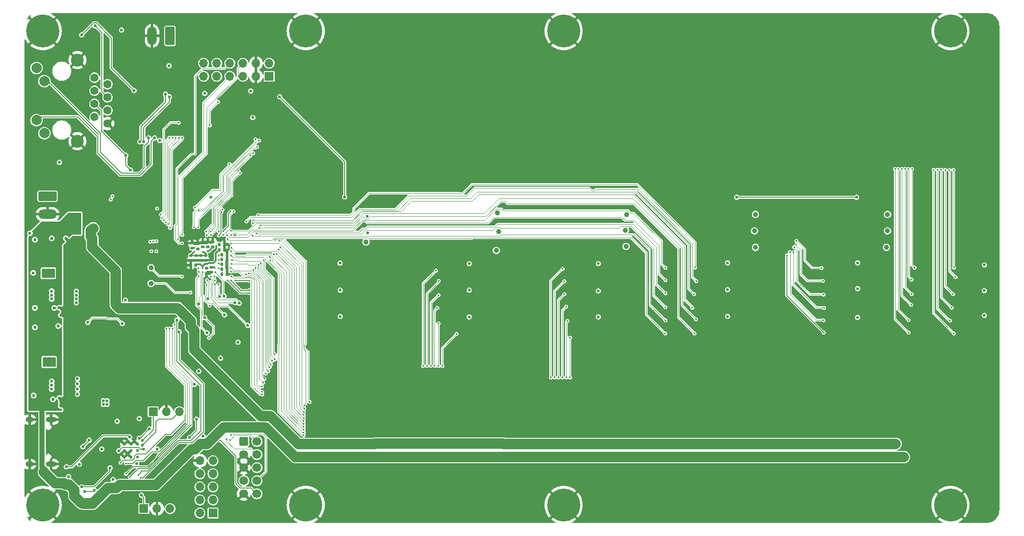
<source format=gbl>
G04 #@! TF.GenerationSoftware,KiCad,Pcbnew,8.0.5*
G04 #@! TF.CreationDate,2024-09-25T12:15:36+03:00*
G04 #@! TF.ProjectId,rioctrl-controller,72696f63-7472-46c2-9d63-6f6e74726f6c,rev?*
G04 #@! TF.SameCoordinates,Original*
G04 #@! TF.FileFunction,Copper,L4,Bot*
G04 #@! TF.FilePolarity,Positive*
%FSLAX46Y46*%
G04 Gerber Fmt 4.6, Leading zero omitted, Abs format (unit mm)*
G04 Created by KiCad (PCBNEW 8.0.5) date 2024-09-25 12:15:36*
%MOMM*%
%LPD*%
G01*
G04 APERTURE LIST*
G04 Aperture macros list*
%AMRoundRect*
0 Rectangle with rounded corners*
0 $1 Rounding radius*
0 $2 $3 $4 $5 $6 $7 $8 $9 X,Y pos of 4 corners*
0 Add a 4 corners polygon primitive as box body*
4,1,4,$2,$3,$4,$5,$6,$7,$8,$9,$2,$3,0*
0 Add four circle primitives for the rounded corners*
1,1,$1+$1,$2,$3*
1,1,$1+$1,$4,$5*
1,1,$1+$1,$6,$7*
1,1,$1+$1,$8,$9*
0 Add four rect primitives between the rounded corners*
20,1,$1+$1,$2,$3,$4,$5,0*
20,1,$1+$1,$4,$5,$6,$7,0*
20,1,$1+$1,$6,$7,$8,$9,0*
20,1,$1+$1,$8,$9,$2,$3,0*%
G04 Aperture macros list end*
G04 #@! TA.AperFunction,ComponentPad*
%ADD10C,0.600000*%
G04 #@! TD*
G04 #@! TA.AperFunction,HeatsinkPad*
%ADD11C,0.500000*%
G04 #@! TD*
G04 #@! TA.AperFunction,HeatsinkPad*
%ADD12R,2.500000X1.800000*%
G04 #@! TD*
G04 #@! TA.AperFunction,ComponentPad*
%ADD13C,0.800000*%
G04 #@! TD*
G04 #@! TA.AperFunction,ComponentPad*
%ADD14C,6.400000*%
G04 #@! TD*
G04 #@! TA.AperFunction,ComponentPad*
%ADD15R,1.700000X1.700000*%
G04 #@! TD*
G04 #@! TA.AperFunction,ComponentPad*
%ADD16O,1.700000X1.700000*%
G04 #@! TD*
G04 #@! TA.AperFunction,ComponentPad*
%ADD17RoundRect,0.250000X-0.600000X-0.600000X0.600000X-0.600000X0.600000X0.600000X-0.600000X0.600000X0*%
G04 #@! TD*
G04 #@! TA.AperFunction,ComponentPad*
%ADD18C,1.700000*%
G04 #@! TD*
G04 #@! TA.AperFunction,ComponentPad*
%ADD19O,2.100000X1.000000*%
G04 #@! TD*
G04 #@! TA.AperFunction,ComponentPad*
%ADD20O,1.600000X1.000000*%
G04 #@! TD*
G04 #@! TA.AperFunction,ComponentPad*
%ADD21C,1.600000*%
G04 #@! TD*
G04 #@! TA.AperFunction,ComponentPad*
%ADD22C,2.500000*%
G04 #@! TD*
G04 #@! TA.AperFunction,ComponentPad*
%ADD23C,2.000000*%
G04 #@! TD*
G04 #@! TA.AperFunction,ComponentPad*
%ADD24RoundRect,0.250000X0.650000X1.550000X-0.650000X1.550000X-0.650000X-1.550000X0.650000X-1.550000X0*%
G04 #@! TD*
G04 #@! TA.AperFunction,ComponentPad*
%ADD25O,1.800000X3.600000*%
G04 #@! TD*
G04 #@! TA.AperFunction,ComponentPad*
%ADD26RoundRect,0.250000X-1.550000X0.650000X-1.550000X-0.650000X1.550000X-0.650000X1.550000X0.650000X0*%
G04 #@! TD*
G04 #@! TA.AperFunction,ComponentPad*
%ADD27O,3.600000X1.800000*%
G04 #@! TD*
G04 #@! TA.AperFunction,SMDPad,CuDef*
%ADD28RoundRect,0.140000X-0.140000X-0.170000X0.140000X-0.170000X0.140000X0.170000X-0.140000X0.170000X0*%
G04 #@! TD*
G04 #@! TA.AperFunction,SMDPad,CuDef*
%ADD29RoundRect,0.140000X0.170000X-0.140000X0.170000X0.140000X-0.170000X0.140000X-0.170000X-0.140000X0*%
G04 #@! TD*
G04 #@! TA.AperFunction,SMDPad,CuDef*
%ADD30RoundRect,0.140000X-0.170000X0.140000X-0.170000X-0.140000X0.170000X-0.140000X0.170000X0.140000X0*%
G04 #@! TD*
G04 #@! TA.AperFunction,SMDPad,CuDef*
%ADD31RoundRect,0.140000X0.140000X0.170000X-0.140000X0.170000X-0.140000X-0.170000X0.140000X-0.170000X0*%
G04 #@! TD*
G04 #@! TA.AperFunction,SMDPad,CuDef*
%ADD32C,1.000000*%
G04 #@! TD*
G04 #@! TA.AperFunction,ViaPad*
%ADD33C,0.600000*%
G04 #@! TD*
G04 #@! TA.AperFunction,ViaPad*
%ADD34C,1.000000*%
G04 #@! TD*
G04 #@! TA.AperFunction,ViaPad*
%ADD35C,0.350000*%
G04 #@! TD*
G04 #@! TA.AperFunction,Conductor*
%ADD36C,2.000000*%
G04 #@! TD*
G04 #@! TA.AperFunction,Conductor*
%ADD37C,0.500000*%
G04 #@! TD*
G04 #@! TA.AperFunction,Conductor*
%ADD38C,0.100000*%
G04 #@! TD*
G04 #@! TA.AperFunction,Conductor*
%ADD39C,0.300000*%
G04 #@! TD*
G04 #@! TA.AperFunction,Conductor*
%ADD40C,0.127000*%
G04 #@! TD*
G04 #@! TA.AperFunction,Conductor*
%ADD41C,1.000000*%
G04 #@! TD*
G04 #@! TA.AperFunction,Conductor*
%ADD42C,0.200000*%
G04 #@! TD*
G04 APERTURE END LIST*
D10*
G04 #@! TO.P,U7,57,GND*
G04 #@! TO.N,GND*
X77825000Y-125712500D03*
X79100000Y-125712500D03*
X80375000Y-125712500D03*
X77825000Y-124437500D03*
X79100000Y-124437500D03*
X80375000Y-124437500D03*
X77825000Y-123162500D03*
X79100000Y-123162500D03*
X80375000Y-123162500D03*
G04 #@! TD*
D11*
G04 #@! TO.P,U2,9,EXP*
G04 #@! TO.N,GND*
X62095000Y-90675000D03*
X63095000Y-90675000D03*
X64095000Y-90675000D03*
D12*
X63095000Y-90025000D03*
D11*
X62095000Y-89375000D03*
X63095000Y-89375000D03*
X64095000Y-89375000D03*
G04 #@! TD*
D13*
G04 #@! TO.P,H7,1,1*
G04 #@! TO.N,GND*
X163000000Y-137400000D03*
X161302944Y-136697056D03*
X164697056Y-136697056D03*
X160600000Y-135000000D03*
D14*
X163000000Y-135000000D03*
D13*
X165400000Y-135000000D03*
X161302944Y-133302944D03*
X164697056Y-133302944D03*
X163000000Y-132600000D03*
G04 #@! TD*
D15*
G04 #@! TO.P,J2,1,Pin_1*
G04 #@! TO.N,/RP2040 JTAG/SWD*
X83425000Y-116900000D03*
D16*
G04 #@! TO.P,J2,2,Pin_2*
G04 #@! TO.N,GND*
X85965000Y-116900000D03*
G04 #@! TO.P,J2,3,Pin_3*
G04 #@! TO.N,/RP2040 JTAG/SWCLK*
X88505000Y-116900000D03*
G04 #@! TD*
D15*
G04 #@! TO.P,J4,1,Pin_1*
G04 #@! TO.N,+3V3*
X95025000Y-136575000D03*
D16*
G04 #@! TO.P,J4,2,Pin_2*
G04 #@! TO.N,unconnected-(J4-Pin_2-Pad2)*
X92485000Y-136575000D03*
G04 #@! TO.P,J4,3,Pin_3*
G04 #@! TO.N,unconnected-(J4-Pin_3-Pad3)*
X95025000Y-134035000D03*
G04 #@! TO.P,J4,4,Pin_4*
G04 #@! TO.N,/RP2040 JTAG/GPIO6*
X92485000Y-134035000D03*
G04 #@! TO.P,J4,5,Pin_5*
G04 #@! TO.N,/RP2040 JTAG/GPIO7*
X95025000Y-131495000D03*
G04 #@! TO.P,J4,6,Pin_6*
G04 #@! TO.N,/RP2040 JTAG/GPIO10*
X92485000Y-131495000D03*
G04 #@! TO.P,J4,7,Pin_7*
G04 #@! TO.N,/RP2040 JTAG/GPIO11*
X95025000Y-128955000D03*
G04 #@! TO.P,J4,8,Pin_8*
G04 #@! TO.N,/RP2040 JTAG/GPIO12*
X92485000Y-128955000D03*
G04 #@! TO.P,J4,9,Pin_9*
G04 #@! TO.N,/RP2040 JTAG/GPIO13*
X95025000Y-126415000D03*
G04 #@! TO.P,J4,10,Pin_10*
G04 #@! TO.N,GND*
X92485000Y-126415000D03*
G04 #@! TD*
D17*
G04 #@! TO.P,J8,1,Pin_1*
G04 #@! TO.N,+3V3*
X100997500Y-122670000D03*
D18*
G04 #@! TO.P,J8,2,Pin_2*
G04 #@! TO.N,/RP2040 JTAG/JTAG.TMS*
X103537500Y-122670000D03*
G04 #@! TO.P,J8,3,Pin_3*
G04 #@! TO.N,GND*
X100997500Y-125210000D03*
G04 #@! TO.P,J8,4,Pin_4*
G04 #@! TO.N,/RP2040 JTAG/JTAG.TCK*
X103537500Y-125210000D03*
G04 #@! TO.P,J8,5,Pin_5*
G04 #@! TO.N,GND*
X100997500Y-127750000D03*
G04 #@! TO.P,J8,6,Pin_6*
G04 #@! TO.N,/RP2040 JTAG/JTAG.TDO*
X103537500Y-127750000D03*
G04 #@! TO.P,J8,7,Pin_7*
G04 #@! TO.N,unconnected-(J8-Pin_7-Pad7)*
X100997500Y-130290000D03*
G04 #@! TO.P,J8,8,Pin_8*
G04 #@! TO.N,/RP2040 JTAG/JTAG.TDI*
X103537500Y-130290000D03*
G04 #@! TO.P,J8,9,Pin_9*
G04 #@! TO.N,GND*
X100997500Y-132830000D03*
G04 #@! TO.P,J8,10,Pin_10*
G04 #@! TO.N,/RP2040 JTAG/JTAG.RST*
X103537500Y-132830000D03*
G04 #@! TD*
D19*
G04 #@! TO.P,J3,S1,SHIELD*
G04 #@! TO.N,GND*
X63630000Y-118430000D03*
D20*
X59450000Y-118430000D03*
D19*
X63630000Y-127070000D03*
D20*
X59450000Y-127070000D03*
G04 #@! TD*
D13*
G04 #@! TO.P,H3,1,1*
G04 #@! TO.N,GND*
X62000000Y-45400000D03*
X60302944Y-44697056D03*
X63697056Y-44697056D03*
X59600000Y-43000000D03*
D14*
X62000000Y-43000000D03*
D13*
X64400000Y-43000000D03*
X60302944Y-41302944D03*
X63697056Y-41302944D03*
X62000000Y-40600000D03*
G04 #@! TD*
D21*
G04 #@! TO.P,J6,1,TD+*
G04 #@! TO.N,Net-(J6-TD+)*
X72046000Y-52055000D03*
G04 #@! TO.P,J6,2,TD-*
G04 #@! TO.N,Net-(J6-TD-)*
X74586000Y-53325000D03*
G04 #@! TO.P,J6,3,RD+*
G04 #@! TO.N,Net-(J6-RD+)*
X72046000Y-54595000D03*
G04 #@! TO.P,J6,4,TCT*
G04 #@! TO.N,Net-(J6-TCT)*
X74586000Y-55865000D03*
G04 #@! TO.P,J6,5,RCT*
G04 #@! TO.N,Net-(J6-RCT)*
X72046000Y-57135000D03*
G04 #@! TO.P,J6,6,RD-*
G04 #@! TO.N,Net-(J6-RD-)*
X74586000Y-58405000D03*
G04 #@! TO.P,J6,7*
G04 #@! TO.N,N/C*
X72046000Y-59675000D03*
D22*
G04 #@! TO.P,J6,8,SH*
G04 #@! TO.N,GND*
X68744000Y-64374000D03*
D21*
X74586000Y-60945000D03*
D22*
X68744000Y-48626000D03*
D23*
G04 #@! TO.P,J6,9*
G04 #@! TO.N,Net-(J6-Pad9)*
X60793799Y-50175400D03*
G04 #@! TO.P,J6,10*
G04 #@! TO.N,/W5500 interface/LED_GRN*
X62317799Y-52715400D03*
G04 #@! TO.P,J6,11*
G04 #@! TO.N,/W5500 interface/LED_YEL*
X60793799Y-60284601D03*
G04 #@! TO.P,J6,12*
G04 #@! TO.N,Net-(J6-Pad12)*
X62317799Y-62824601D03*
G04 #@! TD*
D13*
G04 #@! TO.P,H6,1,1*
G04 #@! TO.N,GND*
X238000000Y-45400000D03*
X236302944Y-44697056D03*
X239697056Y-44697056D03*
X235600000Y-43000000D03*
D14*
X238000000Y-43000000D03*
D13*
X240400000Y-43000000D03*
X236302944Y-41302944D03*
X239697056Y-41302944D03*
X238000000Y-40600000D03*
G04 #@! TD*
G04 #@! TO.P,H2,1,1*
G04 #@! TO.N,GND*
X113000000Y-137400000D03*
X111302944Y-136697056D03*
X114697056Y-136697056D03*
X110600000Y-135000000D03*
D14*
X113000000Y-135000000D03*
D13*
X115400000Y-135000000D03*
X111302944Y-133302944D03*
X114697056Y-133302944D03*
X113000000Y-132600000D03*
G04 #@! TD*
G04 #@! TO.P,H5,1,1*
G04 #@! TO.N,GND*
X238000000Y-137400000D03*
X236302944Y-136697056D03*
X239697056Y-136697056D03*
X235600000Y-135000000D03*
D14*
X238000000Y-135000000D03*
D13*
X240400000Y-135000000D03*
X236302944Y-133302944D03*
X239697056Y-133302944D03*
X238000000Y-132600000D03*
G04 #@! TD*
G04 #@! TO.P,H8,1,1*
G04 #@! TO.N,GND*
X163000000Y-45400000D03*
X161302944Y-44697056D03*
X164697056Y-44697056D03*
X160600000Y-43000000D03*
D14*
X163000000Y-43000000D03*
D13*
X165400000Y-43000000D03*
X161302944Y-41302944D03*
X164697056Y-41302944D03*
X163000000Y-40600000D03*
G04 #@! TD*
D15*
G04 #@! TO.P,J10,1,Pin_1*
G04 #@! TO.N,+3V3*
X105910000Y-51790000D03*
D16*
G04 #@! TO.P,J10,2,Pin_2*
X105910000Y-49250000D03*
G04 #@! TO.P,J10,3,Pin_3*
G04 #@! TO.N,GND*
X103370000Y-51790000D03*
G04 #@! TO.P,J10,4,Pin_4*
X103370000Y-49250000D03*
G04 #@! TO.P,J10,5,Pin_5*
G04 #@! TO.N,/FPGA/PMOD_P4*
X100830000Y-51790000D03*
G04 #@! TO.P,J10,6,Pin_6*
G04 #@! TO.N,/FPGA/PMOD_P10*
X100830000Y-49250000D03*
G04 #@! TO.P,J10,7,Pin_7*
G04 #@! TO.N,/FPGA/PMOD_P3*
X98290000Y-51790000D03*
G04 #@! TO.P,J10,8,Pin_8*
G04 #@! TO.N,/FPGA/PMOD_P9*
X98290000Y-49250000D03*
G04 #@! TO.P,J10,9,Pin_9*
G04 #@! TO.N,/FPGA/PMOD_P2*
X95750000Y-51790000D03*
G04 #@! TO.P,J10,10,Pin_10*
G04 #@! TO.N,/FPGA/PMOD_P8*
X95750000Y-49250000D03*
G04 #@! TO.P,J10,11,Pin_11*
G04 #@! TO.N,/FPGA/PMOD_P1*
X93210000Y-51790000D03*
G04 #@! TO.P,J10,12,Pin_12*
G04 #@! TO.N,/FPGA/PMOD_P7*
X93210000Y-49250000D03*
G04 #@! TD*
D11*
G04 #@! TO.P,U3,9,EXP*
G04 #@! TO.N,GND*
X62250000Y-107900000D03*
X63250000Y-107900000D03*
X64250000Y-107900000D03*
D12*
X63250000Y-107250000D03*
D11*
X62250000Y-106600000D03*
X63250000Y-106600000D03*
X64250000Y-106600000D03*
G04 #@! TD*
D13*
G04 #@! TO.P,H1,1,1*
G04 #@! TO.N,GND*
X62000000Y-137400000D03*
X60302944Y-136697056D03*
X63697056Y-136697056D03*
X59600000Y-135000000D03*
D14*
X62000000Y-135000000D03*
D13*
X64400000Y-135000000D03*
X60302944Y-133302944D03*
X63697056Y-133302944D03*
X62000000Y-132600000D03*
G04 #@! TD*
G04 #@! TO.P,H4,1,1*
G04 #@! TO.N,GND*
X113000000Y-45400000D03*
X111302944Y-44697056D03*
X114697056Y-44697056D03*
X110600000Y-43000000D03*
D14*
X113000000Y-43000000D03*
D13*
X115400000Y-43000000D03*
X111302944Y-41302944D03*
X114697056Y-41302944D03*
X113000000Y-40600000D03*
G04 #@! TD*
D24*
G04 #@! TO.P,J7,1,Pin_1*
G04 #@! TO.N,Net-(J7-Pin_1)*
X86695000Y-43932500D03*
D25*
G04 #@! TO.P,J7,2,Pin_2*
G04 #@! TO.N,GND*
X83195000Y-43932500D03*
G04 #@! TD*
D15*
G04 #@! TO.P,J5,1,Pin_1*
G04 #@! TO.N,/RP2040 JTAG/DBG_UART_TX*
X81620000Y-135700000D03*
D16*
G04 #@! TO.P,J5,2,Pin_2*
G04 #@! TO.N,GND*
X84160000Y-135700000D03*
G04 #@! TO.P,J5,3,Pin_3*
G04 #@! TO.N,/RP2040 JTAG/DBG_UART_RX*
X86700000Y-135700000D03*
G04 #@! TD*
D26*
G04 #@! TO.P,J1,1,Pin_1*
G04 #@! TO.N,Net-(D1-A)*
X62932500Y-75055000D03*
D27*
G04 #@! TO.P,J1,2,Pin_2*
G04 #@! TO.N,GND*
X62932500Y-78555000D03*
G04 #@! TD*
D28*
G04 #@! TO.P,C63,1*
G04 #@! TO.N,+3V3*
X96750000Y-86400000D03*
G04 #@! TO.P,C63,2*
G04 #@! TO.N,GND*
X97710000Y-86400000D03*
G04 #@! TD*
D29*
G04 #@! TO.P,C47,1*
G04 #@! TO.N,+1V1*
X92100000Y-85280000D03*
G04 #@! TO.P,C47,2*
G04 #@! TO.N,GND*
X92100000Y-84320000D03*
G04 #@! TD*
G04 #@! TO.P,C59,1*
G04 #@! TO.N,+3V3*
X94000000Y-84910000D03*
G04 #@! TO.P,C59,2*
G04 #@! TO.N,GND*
X94000000Y-83950000D03*
G04 #@! TD*
D30*
G04 #@! TO.P,C56,1*
G04 #@! TO.N,+3V3*
X92650000Y-86600000D03*
G04 #@! TO.P,C56,2*
G04 #@! TO.N,GND*
X92650000Y-87560000D03*
G04 #@! TD*
D28*
G04 #@! TO.P,C60,1*
G04 #@! TO.N,+3V3*
X96750000Y-87350000D03*
G04 #@! TO.P,C60,2*
G04 #@! TO.N,GND*
X97710000Y-87350000D03*
G04 #@! TD*
D31*
G04 #@! TO.P,C51,1*
G04 #@! TO.N,+2V5*
X91680000Y-88450000D03*
G04 #@! TO.P,C51,2*
G04 #@! TO.N,GND*
X90720000Y-88450000D03*
G04 #@! TD*
D30*
G04 #@! TO.P,C57,1*
G04 #@! TO.N,+3V3*
X91700000Y-86600000D03*
G04 #@! TO.P,C57,2*
G04 #@! TO.N,GND*
X91700000Y-87560000D03*
G04 #@! TD*
G04 #@! TO.P,C49,1*
G04 #@! TO.N,+1V1*
X94700000Y-88870000D03*
G04 #@! TO.P,C49,2*
G04 #@! TO.N,GND*
X94700000Y-89830000D03*
G04 #@! TD*
D28*
G04 #@! TO.P,C64,1*
G04 #@! TO.N,+3V3*
X96750000Y-89250000D03*
G04 #@! TO.P,C64,2*
G04 #@! TO.N,GND*
X97710000Y-89250000D03*
G04 #@! TD*
G04 #@! TO.P,C65,1*
G04 #@! TO.N,+3V3*
X96750000Y-90200000D03*
G04 #@! TO.P,C65,2*
G04 #@! TO.N,GND*
X97710000Y-90200000D03*
G04 #@! TD*
D29*
G04 #@! TO.P,C58,1*
G04 #@! TO.N,+3V3*
X93050000Y-84910000D03*
G04 #@! TO.P,C58,2*
G04 #@! TO.N,GND*
X93050000Y-83950000D03*
G04 #@! TD*
D32*
G04 #@! TO.P,TP11,1,1*
G04 #@! TO.N,/FPGA/FPGA_T6*
X83000000Y-92000000D03*
G04 #@! TD*
G04 #@! TO.P,TP10,1,1*
G04 #@! TO.N,/FPGA/FPGA_P3*
X83000000Y-88950000D03*
G04 #@! TD*
D30*
G04 #@! TO.P,C67,1*
G04 #@! TO.N,+3V3*
X90750000Y-86590000D03*
G04 #@! TO.P,C67,2*
G04 #@! TO.N,GND*
X90750000Y-87550000D03*
G04 #@! TD*
D29*
G04 #@! TO.P,C48,1*
G04 #@! TO.N,+1V1*
X94950000Y-84910000D03*
G04 #@! TO.P,C48,2*
G04 #@! TO.N,GND*
X94950000Y-83950000D03*
G04 #@! TD*
D28*
G04 #@! TO.P,C61,1*
G04 #@! TO.N,+3V3*
X96740000Y-88300000D03*
G04 #@! TO.P,C61,2*
G04 #@! TO.N,GND*
X97700000Y-88300000D03*
G04 #@! TD*
D30*
G04 #@! TO.P,C50,1*
G04 #@! TO.N,+1V1*
X93750000Y-89070000D03*
G04 #@! TO.P,C50,2*
G04 #@! TO.N,GND*
X93750000Y-90030000D03*
G04 #@! TD*
D28*
G04 #@! TO.P,C52,1*
G04 #@! TO.N,+2V5*
X96250000Y-85450000D03*
G04 #@! TO.P,C52,2*
G04 #@! TO.N,GND*
X97210000Y-85450000D03*
G04 #@! TD*
D30*
G04 #@! TO.P,C66,1*
G04 #@! TO.N,+3V3*
X93580000Y-86590000D03*
G04 #@! TO.P,C66,2*
G04 #@! TO.N,GND*
X93580000Y-87550000D03*
G04 #@! TD*
D29*
G04 #@! TO.P,C53,1*
G04 #@! TO.N,+3V3*
X90950000Y-85130000D03*
G04 #@! TO.P,C53,2*
G04 #@! TO.N,GND*
X90950000Y-84170000D03*
G04 #@! TD*
D28*
G04 #@! TO.P,C62,1*
G04 #@! TO.N,+3V3*
X96250000Y-84450000D03*
G04 #@! TO.P,C62,2*
G04 #@! TO.N,GND*
X97210000Y-84450000D03*
G04 #@! TD*
D33*
G04 #@! TO.N,+5V*
X126400000Y-123100000D03*
X71800000Y-82100000D03*
D34*
X150450000Y-81900000D03*
D33*
X71800000Y-81300000D03*
X71000000Y-81300000D03*
D34*
X175000000Y-81650000D03*
D33*
X76150000Y-96100000D03*
X125000000Y-82200000D03*
X71000000Y-82100000D03*
D34*
X151300000Y-123100000D03*
D33*
X77050000Y-96450000D03*
X75550000Y-96350000D03*
D34*
X201800000Y-123150000D03*
D33*
X77100000Y-97350000D03*
D34*
X177000000Y-123150000D03*
X200000000Y-81800000D03*
D33*
X69100000Y-127100000D03*
D34*
X225800000Y-81800000D03*
X227400000Y-123150000D03*
D33*
G04 #@! TO.N,GND*
X226500000Y-62500000D03*
X71500000Y-106250000D03*
D34*
X143100000Y-73800000D03*
D33*
X74200000Y-99250000D03*
X65000000Y-100250000D03*
X67000000Y-67000000D03*
X163250000Y-56000000D03*
X144650000Y-102650000D03*
X71000000Y-87250000D03*
X169800000Y-92500000D03*
X143750000Y-113750000D03*
X72000000Y-120500000D03*
X131500000Y-94300000D03*
X83149824Y-56901471D03*
X102450000Y-57300000D03*
D35*
X100550000Y-86200000D03*
D33*
X70000000Y-118300000D03*
D35*
X99200000Y-90500000D03*
D33*
X79400000Y-134300000D03*
D35*
X95000000Y-87450000D03*
D33*
X225750000Y-69750000D03*
X84801295Y-61000000D03*
X194800000Y-102600000D03*
X119700000Y-92300000D03*
X66500000Y-83250000D03*
X71500000Y-107175000D03*
X87301295Y-55000000D03*
D35*
X100450000Y-80400000D03*
D33*
X78551295Y-64000000D03*
X65250000Y-96700000D03*
X103600000Y-44550000D03*
X101800000Y-98100000D03*
D34*
X123900000Y-76900000D03*
D33*
X225550000Y-80150000D03*
X91800000Y-115000000D03*
X83475000Y-125789214D03*
X136250000Y-51750000D03*
X156100000Y-98300000D03*
X71000000Y-89500000D03*
X80000000Y-103000000D03*
X124000000Y-101500000D03*
D35*
X99352301Y-82602630D03*
D33*
X220000000Y-92200000D03*
X71500000Y-105250000D03*
X119700000Y-97400000D03*
X61500000Y-71500000D03*
X77301295Y-58250000D03*
D35*
X79087500Y-82587500D03*
D33*
X65600000Y-128750000D03*
X189500000Y-51000000D03*
X123250000Y-70000000D03*
X244600000Y-92600000D03*
X76150000Y-99500000D03*
X75750000Y-133200000D03*
X158400000Y-104250000D03*
D35*
X81887500Y-77737500D03*
X80387500Y-84087500D03*
D33*
X100250000Y-110000000D03*
X225200000Y-83350000D03*
X60500000Y-100500000D03*
X94587500Y-101250000D03*
X109750000Y-53250000D03*
X220000000Y-97400000D03*
X65500000Y-115750000D03*
X217500000Y-56000000D03*
X129750000Y-108500000D03*
D34*
X115520000Y-86460000D03*
D33*
X131750000Y-103250000D03*
X73462500Y-84287500D03*
D34*
X149925143Y-83925697D03*
D33*
X225750000Y-119750000D03*
X105250000Y-115250000D03*
X88551295Y-70250000D03*
X242900000Y-104350000D03*
D35*
X97800000Y-86600000D03*
D33*
X119250000Y-105250000D03*
X125400000Y-114200000D03*
D35*
X94644716Y-84200001D03*
D33*
X136250000Y-56000000D03*
X100850000Y-40400000D03*
D34*
X151400000Y-76850000D03*
D33*
X144700000Y-92450000D03*
X181350000Y-93850000D03*
D35*
X97755285Y-89800000D03*
X87500000Y-80300000D03*
X75987500Y-77887500D03*
X100600000Y-92600000D03*
D33*
X65700000Y-126050000D03*
X163500000Y-51250000D03*
D35*
X88900000Y-83300000D03*
D33*
X132500000Y-90250000D03*
X223150000Y-72900000D03*
X150250000Y-105250000D03*
X220000000Y-102800000D03*
X119700000Y-102650000D03*
X194800000Y-97400000D03*
X69250000Y-103750000D03*
X88551295Y-55250000D03*
D34*
X132850000Y-73700000D03*
D35*
X79087500Y-85837500D03*
D33*
X238250000Y-64750000D03*
X71862718Y-121186409D03*
D34*
X143500000Y-86400000D03*
D33*
X136250000Y-61000000D03*
X66500000Y-132900000D03*
X82801295Y-58250000D03*
X169700000Y-102550000D03*
X107300000Y-103500000D03*
X66850000Y-118750000D03*
X130000000Y-88500000D03*
D35*
X79287500Y-83737500D03*
D33*
X155100000Y-94600000D03*
D35*
X96600000Y-93100000D03*
D33*
X200500000Y-97500000D03*
X189500000Y-61000000D03*
X166250000Y-108000000D03*
X114000000Y-51500000D03*
D35*
X79287500Y-83037500D03*
D33*
X77551295Y-56750000D03*
D34*
X113500000Y-104250000D03*
D33*
X139700000Y-113050000D03*
X88050000Y-133400000D03*
X232800000Y-73750000D03*
X156750000Y-88000000D03*
X168700000Y-73450000D03*
X104850000Y-75250000D03*
X60500000Y-83500000D03*
X167950000Y-104400000D03*
D34*
X199600000Y-83400000D03*
D33*
X69250000Y-86750000D03*
X106500000Y-89750000D03*
X75250000Y-116750000D03*
X158500000Y-107500000D03*
X162000000Y-119750000D03*
X80800000Y-107850000D03*
X82301295Y-67500000D03*
X77301295Y-55250000D03*
X146850000Y-116700000D03*
X226000000Y-89250000D03*
D34*
X118100000Y-73850000D03*
D33*
X96300000Y-115950000D03*
X163500000Y-61500000D03*
X63750000Y-83250000D03*
X65850000Y-97350000D03*
X217750000Y-73750000D03*
X141200000Y-92950000D03*
D35*
X95000000Y-86600000D03*
D33*
X80450000Y-99200000D03*
X117250000Y-60750000D03*
X82551295Y-55750000D03*
X81650000Y-94450000D03*
X182700000Y-90150000D03*
D35*
X97800000Y-85800000D03*
X90600001Y-83444716D03*
X87450000Y-93000000D03*
D33*
X197500000Y-65313500D03*
X181950000Y-91750000D03*
X134250000Y-108500000D03*
X183350000Y-86500000D03*
X168750000Y-86500000D03*
X180100000Y-97900000D03*
D34*
X143300000Y-104350000D03*
D33*
X144700000Y-97550000D03*
X192400000Y-86500000D03*
X205250000Y-86500000D03*
D35*
X95000000Y-85800000D03*
D33*
X157250000Y-71750000D03*
X125500000Y-92750000D03*
D35*
X94500000Y-87450000D03*
D33*
X206250000Y-102750000D03*
D34*
X124300000Y-80650000D03*
D33*
X65500000Y-115000000D03*
X70500000Y-127000000D03*
X242500000Y-73800000D03*
X93750000Y-111300000D03*
X80100000Y-47200000D03*
X92325000Y-71600000D03*
X77900000Y-107400000D03*
D35*
X78887500Y-76437500D03*
D33*
X182550000Y-73700000D03*
X206400000Y-97750000D03*
X84301295Y-55000000D03*
X112250000Y-63000000D03*
X66750000Y-100250000D03*
X108750000Y-127500000D03*
X84000000Y-133000000D03*
X65250000Y-114250000D03*
D35*
X87150000Y-86200000D03*
D33*
X83801295Y-67250000D03*
D34*
X118200000Y-86450000D03*
D33*
X107500000Y-67750000D03*
X208250000Y-70500000D03*
X69750000Y-41500000D03*
X80250000Y-115500000D03*
X85948455Y-121948455D03*
X204750000Y-66000000D03*
X79200000Y-107750000D03*
X72750000Y-136000000D03*
D35*
X97778304Y-84178304D03*
X97755285Y-88200000D03*
X91000000Y-93150000D03*
D33*
X70000000Y-72000000D03*
X205000000Y-72750000D03*
X183200000Y-104300000D03*
X119500000Y-128250000D03*
D35*
X88250000Y-89900000D03*
D33*
X114650000Y-114100000D03*
X71800000Y-118400000D03*
X70750000Y-102000000D03*
X107300000Y-95100000D03*
X76000000Y-43000000D03*
D34*
X118150000Y-104250000D03*
D33*
X244600000Y-102600000D03*
X85700000Y-126600000D03*
X169800000Y-97650000D03*
D34*
X133350000Y-104500000D03*
D33*
X95900000Y-71050000D03*
X79200000Y-44300000D03*
X157750000Y-86500000D03*
X115250000Y-56000000D03*
X193200000Y-104550000D03*
D34*
X124450000Y-85500000D03*
D33*
X84801295Y-49750000D03*
X71000000Y-88750000D03*
D34*
X107750000Y-75250000D03*
D33*
X118250000Y-70500000D03*
X70100000Y-84700000D03*
X71500000Y-104250000D03*
D35*
X93800000Y-87350000D03*
D33*
X200250000Y-87250000D03*
X83051295Y-50000000D03*
X64250000Y-96750000D03*
D34*
X149564927Y-80100000D03*
D33*
X222750000Y-51500000D03*
X89200000Y-100700000D03*
X208600000Y-73800000D03*
X124050000Y-107500000D03*
X90500000Y-43800000D03*
X65550000Y-98150000D03*
D35*
X93800000Y-90600000D03*
D33*
X71000000Y-86500000D03*
X244600000Y-97399997D03*
X232750000Y-69750000D03*
X96950000Y-124450000D03*
X136250000Y-65313500D03*
D35*
X97800001Y-88955284D03*
D33*
X101700000Y-104250000D03*
X65600000Y-119500000D03*
X194800000Y-92200000D03*
X149500000Y-117500000D03*
X120750000Y-56000000D03*
D34*
X132900000Y-86400000D03*
D33*
X71000000Y-88000000D03*
X216250000Y-61000000D03*
X194550000Y-73450000D03*
X100200000Y-116300000D03*
X100350000Y-71350000D03*
X129850000Y-76650000D03*
X231250000Y-103250000D03*
X64000000Y-114500000D03*
X163250000Y-69500000D03*
G04 #@! TO.N,+24V*
X62250000Y-98750000D03*
X67000000Y-82000000D03*
D34*
X153000000Y-125700000D03*
D33*
X62000000Y-115750000D03*
X61250000Y-115750000D03*
X68250000Y-82000000D03*
X124900000Y-78950000D03*
X62000000Y-83000000D03*
D34*
X204000000Y-125700000D03*
D33*
X61250000Y-114750000D03*
D34*
X200200000Y-78600000D03*
X175250000Y-78650000D03*
D33*
X63000000Y-98750000D03*
X61750000Y-98250000D03*
D34*
X150200000Y-78300000D03*
X225800000Y-78600000D03*
X229000000Y-125700000D03*
D33*
X128300000Y-125700000D03*
X68000000Y-78750000D03*
X69000000Y-79000000D03*
X62200000Y-101850000D03*
X62000000Y-114750000D03*
X67000000Y-79750000D03*
D34*
X179200000Y-125700000D03*
D33*
X69000000Y-82000000D03*
X61750000Y-97500000D03*
G04 #@! TO.N,Net-(U2-PH)*
X68500000Y-94250000D03*
X68500000Y-95000000D03*
X68500000Y-93500000D03*
X63750000Y-93500000D03*
X68500000Y-95750000D03*
X60500000Y-96750000D03*
X63750000Y-95000000D03*
X63750000Y-94250000D03*
G04 #@! TO.N,Net-(U3-PH)*
X68750000Y-113500000D03*
X63750000Y-111000000D03*
X68750000Y-111500000D03*
X60250000Y-113750000D03*
X63750000Y-111750000D03*
X68750000Y-110500000D03*
X63750000Y-112500000D03*
X68750000Y-112500000D03*
G04 #@! TO.N,+3V3*
X91400000Y-111600000D03*
X244600000Y-98200000D03*
D35*
X96100000Y-86600000D03*
D33*
X169750000Y-93450000D03*
X75650000Y-130050000D03*
X74500000Y-114750000D03*
X169750000Y-88150000D03*
X102350000Y-54650000D03*
X65250000Y-68500000D03*
X86501295Y-49750000D03*
X194800000Y-88000000D03*
X144700000Y-93300000D03*
D35*
X96100000Y-87450000D03*
D33*
X194800000Y-98400000D03*
X220000000Y-93000000D03*
X119700000Y-93300000D03*
X119700000Y-98400000D03*
D34*
X175100000Y-84800000D03*
D35*
X75187500Y-75687500D03*
D33*
X119650000Y-88050000D03*
X94650000Y-75250000D03*
X67000000Y-129500000D03*
X73750000Y-115500000D03*
X194800000Y-93200000D03*
X144700000Y-98500000D03*
X74500000Y-115500000D03*
D35*
X92925000Y-84975028D03*
D33*
X73750000Y-114750000D03*
X59500000Y-82250000D03*
D35*
X75537500Y-75037500D03*
D33*
X80750000Y-118250000D03*
D34*
X225600000Y-85000000D03*
D33*
X73449811Y-124152971D03*
D35*
X92200000Y-89000000D03*
D33*
X93100000Y-121650000D03*
D35*
X92971998Y-85878998D03*
D33*
X220000000Y-98600000D03*
D35*
X91402630Y-85847699D03*
D33*
X244600000Y-93400000D03*
D35*
X96150000Y-88150000D03*
D33*
X144700000Y-88150000D03*
X169750000Y-98500000D03*
X99900000Y-103400000D03*
X220000000Y-88000000D03*
D34*
X149950000Y-85600000D03*
X200200000Y-85000000D03*
D35*
X96178304Y-89021696D03*
D33*
X102737500Y-59787500D03*
X93401295Y-55100000D03*
D34*
X124700000Y-83950000D03*
D33*
X244600000Y-88400000D03*
D35*
X91399999Y-85044716D03*
D33*
X92250000Y-109050000D03*
X84200000Y-124150000D03*
X76450000Y-118750000D03*
X84701295Y-64250000D03*
D35*
X92150000Y-86600000D03*
D33*
X96500000Y-106500000D03*
D35*
X96065436Y-84264513D03*
D33*
X80241866Y-126977345D03*
X77300000Y-42800000D03*
G04 #@! TO.N,/RP2040 JTAG/1V1_RP2040*
X81601738Y-124140917D03*
X76750000Y-124500000D03*
D35*
G04 #@! TO.N,+1V1*
X83037500Y-85737500D03*
X93940180Y-85732324D03*
X93800000Y-88950000D03*
X83437500Y-83837500D03*
X84037500Y-85737500D03*
X95350000Y-88950000D03*
X92200000Y-85400000D03*
X84037500Y-83787500D03*
X82887500Y-83887500D03*
G04 #@! TO.N,+2V5*
X84187500Y-77437500D03*
X95987852Y-85699062D03*
X92978304Y-89021696D03*
D33*
G04 #@! TO.N,/RP2040 JTAG/DBG_UART_TX*
X81150000Y-133100000D03*
G04 #@! TO.N,Net-(D10-K)*
X60150000Y-89950000D03*
X78050000Y-95250000D03*
G04 #@! TO.N,/W5500 interface/3V3_ADD*
X69550000Y-43750000D03*
X79701295Y-54550000D03*
G04 #@! TO.N,/RP2040 JTAG/SWD*
X81325735Y-122525735D03*
G04 #@! TO.N,/RP2040 JTAG/SWCLK*
X81300000Y-123400000D03*
G04 #@! TO.N,Net-(D12-K)*
X77450000Y-99800000D03*
X70750000Y-99550000D03*
G04 #@! TO.N,Net-(JP1-B)*
X90450000Y-121900000D03*
X91800000Y-118350000D03*
G04 #@! TO.N,/FPGA/DONE*
X94050710Y-95010956D03*
D35*
X93850000Y-91350000D03*
D33*
G04 #@! TO.N,/RP2040 JTAG/FLASH_CS*
X69550000Y-131500000D03*
X75050000Y-127800000D03*
G04 #@! TO.N,/RP2040 JTAG/VBUS_SENSE*
X78891720Y-121819231D03*
X66600000Y-127600000D03*
D35*
G04 #@! TO.N,/FPGA/FLASH_CS*
X94250000Y-102550000D03*
D33*
X93398529Y-98648529D03*
D35*
X93000000Y-89800000D03*
D33*
G04 #@! TO.N,Net-(U5-DO(IO1))*
X70150000Y-132400000D03*
X72050000Y-132150000D03*
G04 #@! TO.N,/RP2040 JTAG/USB_D_P*
X69800000Y-123700000D03*
X71000000Y-122425000D03*
G04 #@! TO.N,Net-(U8-RXP)*
X85801295Y-55250000D03*
X80801295Y-64500000D03*
G04 #@! TO.N,/W5500 interface/LED_YEL*
X83701295Y-63750000D03*
D35*
G04 #@! TO.N,/FPGA/W5500.MISO*
X87800000Y-63700000D03*
X85850000Y-80150000D03*
D33*
G04 #@! TO.N,Net-(U8-RXN)*
X86551295Y-55750000D03*
X81601298Y-64500000D03*
D35*
G04 #@! TO.N,/FPGA/W5500.nSCS*
X85134998Y-79329998D03*
X86550000Y-63700000D03*
G04 #@! TO.N,/FPGA/W5500.SCLK*
X87200000Y-63700000D03*
X85450000Y-79750000D03*
G04 #@! TO.N,/FPGA/W5500.nINT*
X89050000Y-63700000D03*
X86700000Y-81200000D03*
G04 #@! TO.N,/FPGA/W5500.nRST*
X84900000Y-78600000D03*
X88400000Y-60800000D03*
G04 #@! TO.N,/FPGA/W5500.MOSI*
X88400000Y-63700000D03*
X86300000Y-80500000D03*
D33*
G04 #@! TO.N,/W5500 interface/LED_GRN*
X82551295Y-63750000D03*
D35*
G04 #@! TO.N,/FPGA/FLASH_IO3*
X92225000Y-90600000D03*
D33*
X93862942Y-101589140D03*
D35*
G04 #@! TO.N,/FPGA/FLASH_CLK*
X94345000Y-96300000D03*
X94600710Y-90636558D03*
D33*
G04 #@! TO.N,/FPGA/FLASH_IO2*
X92250000Y-96000000D03*
D35*
X92250000Y-89750000D03*
G04 #@! TO.N,/FPGA/SB9*
X138750000Y-94250000D03*
X104750000Y-111250000D03*
X101902861Y-90049142D03*
X137250000Y-108000000D03*
G04 #@! TO.N,/FPGA/SB0*
X103250000Y-88950000D03*
X105750000Y-109000000D03*
G04 #@! TO.N,/FPGA/SE9*
X213400000Y-94150000D03*
X207700000Y-84950000D03*
G04 #@! TO.N,/FPGA/SD8*
X102750000Y-80300000D03*
X187950000Y-96700000D03*
G04 #@! TO.N,/FPGA/SB8*
X138500000Y-96750000D03*
X138000000Y-108000000D03*
X104500000Y-112000000D03*
X101400000Y-90200000D03*
G04 #@! TO.N,/FPGA/SE6*
X206300000Y-86550000D03*
X96200000Y-82650000D03*
X213450000Y-101550000D03*
X96650000Y-78100000D03*
G04 #@! TO.N,/FPGA/SB7*
X138750000Y-99750000D03*
X104550000Y-113024997D03*
X98550000Y-89700000D03*
X138750000Y-108000000D03*
G04 #@! TO.N,/FPGA/SC2*
X112650000Y-116950000D03*
X108050000Y-84950000D03*
G04 #@! TO.N,/FPGA/SC4*
X107850000Y-83750000D03*
X112700000Y-115700000D03*
G04 #@! TO.N,/FPGA/SD3*
X97750000Y-82600000D03*
X182750000Y-93900000D03*
G04 #@! TO.N,/RP2040 JTAG/JTAG.TDI*
X96152301Y-92197370D03*
D33*
X82700000Y-120217500D03*
X80704018Y-122022275D03*
D35*
X98500000Y-121400000D03*
D33*
X96350000Y-94543118D03*
D35*
G04 #@! TO.N,/FPGA/SA9*
X102100000Y-93250000D03*
X98550000Y-91400000D03*
G04 #@! TO.N,/FPGA/SC6*
X164250000Y-110250000D03*
X164250000Y-102500000D03*
X98550000Y-86600000D03*
X112600000Y-121450000D03*
G04 #@! TO.N,/FPGA/SF4*
X102250000Y-67150000D03*
X230450000Y-91250000D03*
X229850000Y-69750000D03*
X93800000Y-82650000D03*
G04 #@! TO.N,/FPGA/SF0*
X227250000Y-69750000D03*
X94600000Y-82600000D03*
X229875000Y-101550000D03*
X100250000Y-70550000D03*
D33*
G04 #@! TO.N,Net-(U9H-CFG_0)*
X101750000Y-100150000D03*
D35*
X95278685Y-90543315D03*
G04 #@! TO.N,/FPGA/SB1*
X106000000Y-108250000D03*
X98600000Y-88200000D03*
G04 #@! TO.N,/RP2040 JTAG/JTAG.TCK*
X97700000Y-122250000D03*
G04 #@! TO.N,/FPGA/SD4*
X182750000Y-91350000D03*
X98600000Y-82600000D03*
G04 #@! TO.N,/FPGA/SD9*
X102800000Y-79700000D03*
X188300000Y-94100000D03*
D33*
G04 #@! TO.N,/RP2040 JTAG/JTAG.TDO*
X97143907Y-94444549D03*
D35*
X95429769Y-89813795D03*
G04 #@! TO.N,/FPGA/SD1*
X102650000Y-82650000D03*
X182750000Y-99160000D03*
G04 #@! TO.N,/FPGA/SB3*
X106500000Y-107000000D03*
X104270002Y-88084998D03*
G04 #@! TO.N,/FPGA/SC0*
X112650000Y-118150000D03*
X98600000Y-85050000D03*
G04 #@! TO.N,/FPGA/SF3*
X230500000Y-94050000D03*
X229200000Y-69750000D03*
G04 #@! TO.N,/FPGA/SC1*
X112600000Y-117500000D03*
X107750000Y-85400000D03*
G04 #@! TO.N,/FPGA/SB5*
X104850000Y-87500000D03*
X107000000Y-105750000D03*
D33*
G04 #@! TO.N,/FPGA/CFG_1*
X99300000Y-95700000D03*
D35*
X95378304Y-91421696D03*
G04 #@! TO.N,/FPGA/SE7*
X96105656Y-81896763D03*
X96884788Y-77630423D03*
X213350000Y-99150000D03*
X206850000Y-85900000D03*
G04 #@! TO.N,/FPGA/SF9*
X92250000Y-77900000D03*
X238500000Y-94050000D03*
X237000000Y-69950000D03*
X103950000Y-64250000D03*
G04 #@! TO.N,/FPGA/SD2*
X103400000Y-82250000D03*
X182750000Y-96620000D03*
G04 #@! TO.N,/RP2040 JTAG/JTAG.TMS*
X98300000Y-122400000D03*
G04 #@! TO.N,/FPGA/SE2*
X97000000Y-82600000D03*
X99000000Y-78000000D03*
G04 #@! TO.N,/FPGA/SF7*
X235500000Y-69900000D03*
X237900000Y-99200000D03*
G04 #@! TO.N,/FPGA/SE8*
X213500000Y-96750000D03*
X207600000Y-85900000D03*
G04 #@! TO.N,/FPGA/SD6*
X104163224Y-80770246D03*
X188400000Y-101700000D03*
G04 #@! TO.N,/FPGA/SC3*
X112700000Y-116300000D03*
X98550000Y-84200000D03*
G04 #@! TO.N,/FPGA/SD0*
X182700000Y-101700000D03*
X97800000Y-83400000D03*
G04 #@! TO.N,/FPGA/SB6*
X104550000Y-113550000D03*
X98600000Y-90650000D03*
X139500000Y-108000000D03*
X142250000Y-101800000D03*
G04 #@! TO.N,/FPGA/SC7*
X106150000Y-87550000D03*
X163750000Y-99250000D03*
X112600000Y-120924997D03*
X163500000Y-110250000D03*
G04 #@! TO.N,/FPGA/SD5*
X182750000Y-88950000D03*
X103950000Y-81250000D03*
G04 #@! TO.N,/FPGA/SD7*
X188650000Y-98950000D03*
X98550000Y-81800000D03*
G04 #@! TO.N,/FPGA/SB2*
X106250000Y-107750000D03*
X103850000Y-88400000D03*
G04 #@! TO.N,/FPGA/SF5*
X231050000Y-88950000D03*
X102800000Y-66700000D03*
X230550000Y-69750000D03*
X93700000Y-81900000D03*
G04 #@! TO.N,/FPGA/SB4*
X107000000Y-106750000D03*
X98650000Y-87400000D03*
G04 #@! TO.N,/FPGA/SA5*
X102050000Y-91500000D03*
X99400000Y-91400000D03*
G04 #@! TO.N,/FPGA/SA3*
X97800000Y-91400000D03*
X102050000Y-93850000D03*
G04 #@! TO.N,/FPGA/CFG_2*
X95348175Y-92193796D03*
D33*
X100090700Y-95821646D03*
D35*
G04 #@! TO.N,/FPGA/SC5*
X113750000Y-115000000D03*
X107050000Y-83550000D03*
G04 #@! TO.N,/FPGA/SF1*
X94500000Y-81900000D03*
X229900000Y-99100000D03*
X99950000Y-70100000D03*
X227850000Y-69750000D03*
G04 #@! TO.N,/FPGA/SC8*
X106050000Y-86850000D03*
X163500000Y-96500000D03*
X162750000Y-110250000D03*
X112600000Y-120350000D03*
G04 #@! TO.N,/FPGA/SC9*
X112600000Y-119824997D03*
X162000000Y-110250000D03*
X163150000Y-94050000D03*
X98500000Y-85750000D03*
G04 #@! TO.N,/FPGA/SF2*
X228550000Y-69750000D03*
X230400000Y-96150000D03*
G04 #@! TO.N,/FPGA/SF8*
X92150000Y-81050000D03*
X103550000Y-65500000D03*
X238250000Y-96700000D03*
X236200000Y-69900000D03*
G04 #@! TO.N,/RP2040 JTAG/JTAG.RST*
X93800000Y-92244715D03*
D33*
X97250000Y-98100000D03*
D35*
X96450000Y-122500000D03*
G04 #@! TO.N,/FPGA/SF6*
X234750000Y-69950000D03*
X238650000Y-101700000D03*
G04 #@! TO.N,/FPGA/SE3*
X98467157Y-77967157D03*
X96950000Y-81850000D03*
D33*
G04 #@! TO.N,Net-(J6-TCT)*
X72155000Y-42000000D03*
G04 #@! TO.N,Net-(J6-RCT)*
X78141077Y-67147574D03*
X79051295Y-70000000D03*
G04 #@! TO.N,/RP2040 JTAG/JTAG.RX*
X88463500Y-101400000D03*
D35*
X80950000Y-129750000D03*
G04 #@! TO.N,/RP2040 JTAG/JTAG.TX*
X80550000Y-129200000D03*
D33*
X88000000Y-99100000D03*
D35*
G04 #@! TO.N,/FPGA/PMOD_P4*
X96000000Y-56750000D03*
X94400000Y-61300000D03*
G04 #@! TO.N,/FPGA/PMOD_P9*
X89000000Y-84200000D03*
G04 #@! TO.N,/FPGA/PMOD_P10*
X89050000Y-82550000D03*
G04 #@! TO.N,/FPGA/PMOD_P3*
X88250000Y-83450000D03*
G04 #@! TO.N,/FPGA/SPI.MOSI*
X86600000Y-100750000D03*
X78100000Y-126950000D03*
G04 #@! TO.N,/FPGA/SPI.CS*
X87550000Y-100000000D03*
X78900000Y-129600000D03*
G04 #@! TO.N,/FPGA/SPI.MISO*
X87125003Y-100750000D03*
X78150000Y-128950000D03*
G04 #@! TO.N,/FPGA/SPI.CLK*
X77100000Y-126800000D03*
X86000000Y-100750000D03*
G04 #@! TO.N,/FPGA/SB10*
X98450000Y-88950000D03*
X105000000Y-110500000D03*
X138800000Y-91500000D03*
X136500000Y-108000000D03*
G04 #@! TO.N,/FPGA/SB11*
X138250000Y-89500000D03*
X102850000Y-89400000D03*
X135750000Y-108000000D03*
X105250000Y-109500000D03*
G04 #@! TO.N,/FPGA/SC10*
X112600000Y-119299994D03*
X161250000Y-110250000D03*
X106800000Y-86350000D03*
X163150000Y-91550000D03*
G04 #@! TO.N,/FPGA/SC11*
X160500000Y-110250000D03*
X112600000Y-118700000D03*
X107309327Y-86222668D03*
X162800000Y-89150000D03*
G04 #@! TO.N,/FPGA/SD11*
X188500000Y-88900000D03*
X103750000Y-78750000D03*
G04 #@! TO.N,/FPGA/SD10*
X101500000Y-79950000D03*
X188750000Y-91550000D03*
G04 #@! TO.N,/FPGA/SE11*
X208150000Y-83750000D03*
X213000000Y-89000000D03*
G04 #@! TO.N,/FPGA/SE10*
X208100000Y-84500000D03*
X213300000Y-91500000D03*
G04 #@! TO.N,/FPGA/SF11*
X238700000Y-88900000D03*
X98200000Y-68800000D03*
X91517463Y-77282537D03*
X238600000Y-69950000D03*
G04 #@! TO.N,/FPGA/SF10*
X239000000Y-90750000D03*
X237800000Y-69950000D03*
X91300000Y-81050000D03*
X103250000Y-64000000D03*
D33*
G04 #@! TO.N,/SlotEN*
X219800000Y-75250000D03*
X196550000Y-75250000D03*
X120550000Y-75200000D03*
X107950000Y-55750000D03*
D35*
G04 #@! TO.N,/FPGA/FPGA_P3*
X89002630Y-90647699D03*
G04 #@! TO.N,/FPGA/FPGA_T6*
X90650000Y-93750000D03*
G04 #@! TD*
D36*
G04 #@! TO.N,+5V*
X104250000Y-117750000D02*
X91400000Y-104900000D01*
X177000000Y-123150000D02*
X201800000Y-123150000D01*
X71800000Y-81300000D02*
X71400000Y-81700000D01*
X76850000Y-96800000D02*
X76150000Y-96100000D01*
X90700000Y-99300000D02*
X88200000Y-96800000D01*
X151350000Y-123150000D02*
X177000000Y-123150000D01*
X71400000Y-81700000D02*
X71300000Y-81700000D01*
X90700000Y-100400000D02*
X90700000Y-99300000D01*
X88200000Y-96800000D02*
X76850000Y-96800000D01*
X71621321Y-85000000D02*
X76150000Y-89528679D01*
X71300000Y-81700000D02*
X71300000Y-82900000D01*
X201800000Y-123150000D02*
X227400000Y-123150000D01*
X151300000Y-123100000D02*
X151350000Y-123150000D01*
X91400000Y-101100000D02*
X90700000Y-100400000D01*
X71621321Y-83221321D02*
X71621321Y-85000000D01*
X126350000Y-123150000D02*
X111529037Y-123150000D01*
X106129037Y-117750000D02*
X104250000Y-117750000D01*
X126400000Y-123100000D02*
X126350000Y-123150000D01*
X151300000Y-123100000D02*
X126400000Y-123100000D01*
X91400000Y-104900000D02*
X91400000Y-101100000D01*
X76150000Y-89528679D02*
X76150000Y-96100000D01*
X71300000Y-82900000D02*
X71621321Y-83221321D01*
X111529037Y-123150000D02*
X106129037Y-117750000D01*
D37*
G04 #@! TO.N,GND*
X90750000Y-87550000D02*
X91690000Y-87550000D01*
X97710000Y-90200000D02*
X97710000Y-86400000D01*
X91690000Y-87550000D02*
X91700000Y-87560000D01*
X90950000Y-84170000D02*
X91020000Y-84100000D01*
X94670000Y-89800000D02*
X94700000Y-89830000D01*
D38*
X97710000Y-90200000D02*
X97710000Y-89250000D01*
D37*
X93980000Y-89800000D02*
X94670000Y-89800000D01*
D39*
X90950000Y-83794715D02*
X90600001Y-83444716D01*
D38*
X97506608Y-84450000D02*
X97778304Y-84178304D01*
D40*
X93800000Y-90080000D02*
X93800000Y-90600000D01*
D38*
X97700000Y-88300000D02*
X97700000Y-88855283D01*
D37*
X92650000Y-87560000D02*
X93570000Y-87560000D01*
D38*
X97710000Y-89845285D02*
X97755285Y-89800000D01*
D37*
X93850000Y-84100000D02*
X94000000Y-83950000D01*
D40*
X93750000Y-90030000D02*
X93800000Y-90080000D01*
D37*
X97710000Y-85950000D02*
X97210000Y-85450000D01*
D38*
X97450000Y-85450000D02*
X97210000Y-85450000D01*
D37*
X91020000Y-84100000D02*
X93850000Y-84100000D01*
X90750000Y-88420000D02*
X90750000Y-87550000D01*
X97710000Y-86400000D02*
X97710000Y-85950000D01*
D38*
X97700000Y-88855283D02*
X97800001Y-88955284D01*
X97700000Y-88300000D02*
X97700000Y-88255285D01*
X97800000Y-85800000D02*
X97450000Y-85450000D01*
X97800000Y-86600000D02*
X97710000Y-86690000D01*
X97710000Y-90200000D02*
X97710000Y-89845285D01*
D37*
X97210000Y-85450000D02*
X97210000Y-84450000D01*
D38*
X97710000Y-86690000D02*
X97710000Y-87350000D01*
D37*
X93570000Y-87560000D02*
X93580000Y-87550000D01*
D39*
X90950000Y-84170000D02*
X90950000Y-83794715D01*
D37*
X93750000Y-90030000D02*
X93980000Y-89800000D01*
X91700000Y-87560000D02*
X92650000Y-87560000D01*
X90720000Y-88450000D02*
X90750000Y-88420000D01*
D38*
X97210000Y-84450000D02*
X97506608Y-84450000D01*
X97700000Y-88255285D02*
X97755285Y-88200000D01*
D36*
G04 #@! TO.N,+24V*
X128300000Y-125700000D02*
X110967767Y-125700000D01*
X153000000Y-125700000D02*
X128300000Y-125700000D01*
X75432107Y-131682107D02*
X75382107Y-131732107D01*
X66178679Y-130800000D02*
X64405837Y-130800000D01*
X179200000Y-125700000D02*
X204000000Y-125700000D01*
X105217767Y-119950000D02*
X97055456Y-119950000D01*
X61450000Y-115550000D02*
X61450000Y-115500000D01*
D41*
X67300000Y-130800000D02*
X67650000Y-131150000D01*
D36*
X75382107Y-131732107D02*
X74617893Y-131732107D01*
X93855456Y-123150000D02*
X92586858Y-123150000D01*
D41*
X61880000Y-115870000D02*
X61880000Y-127580000D01*
X69850000Y-135250000D02*
X71864214Y-135250000D01*
D36*
X68150000Y-132078679D02*
X67071321Y-131000000D01*
X110967767Y-125700000D02*
X105217767Y-119950000D01*
D41*
X65100000Y-130800000D02*
X67300000Y-130800000D01*
X61880000Y-127580000D02*
X65100000Y-130800000D01*
X62000000Y-115750000D02*
X61880000Y-115870000D01*
D36*
X66378679Y-131000000D02*
X66178679Y-130800000D01*
X71650000Y-134700000D02*
X69528679Y-134700000D01*
X67071321Y-131000000D02*
X66378679Y-131000000D01*
X76925000Y-131125000D02*
X76367893Y-131682107D01*
D41*
X71864214Y-135250000D02*
X75382107Y-131732107D01*
D36*
X76367893Y-131682107D02*
X75432107Y-131682107D01*
X92586858Y-123150000D02*
X91596358Y-124140500D01*
X91596358Y-124140500D02*
X90909500Y-124140500D01*
X68150000Y-133321321D02*
X68150000Y-132078679D01*
X74617893Y-131732107D02*
X71650000Y-134700000D01*
X90909500Y-124140500D02*
X83925000Y-131125000D01*
X204000000Y-125700000D02*
X229000000Y-125700000D01*
X61250000Y-115750000D02*
X61450000Y-115550000D01*
X83925000Y-131125000D02*
X76925000Y-131125000D01*
D41*
X67650000Y-131150000D02*
X67650000Y-133050000D01*
D36*
X69528679Y-134700000D02*
X68150000Y-133321321D01*
X97055456Y-119950000D02*
X93855456Y-123150000D01*
D41*
X67650000Y-133050000D02*
X69850000Y-135250000D01*
D36*
X153000000Y-125700000D02*
X179200000Y-125700000D01*
X64405837Y-130800000D02*
X62227918Y-128622081D01*
D42*
G04 #@! TO.N,+3V3*
X93570000Y-86600000D02*
X93580000Y-86590000D01*
X92650000Y-86600000D02*
X93570000Y-86600000D01*
X90750000Y-86590000D02*
X91690000Y-86590000D01*
D38*
X94000000Y-84910000D02*
X93050000Y-84910000D01*
D39*
X93580000Y-86590000D02*
X93580000Y-86178959D01*
D38*
X96740000Y-88300000D02*
X96300000Y-88300000D01*
X96250000Y-84450000D02*
X96250000Y-84449077D01*
X92990028Y-84910000D02*
X92925000Y-84975028D01*
D42*
X92650000Y-86600000D02*
X92150000Y-86600000D01*
D38*
X96300000Y-88300000D02*
X96150000Y-88150000D01*
X91035284Y-85044716D02*
X91399999Y-85044716D01*
X96300000Y-86400000D02*
X96100000Y-86600000D01*
X93050000Y-84910000D02*
X92990028Y-84910000D01*
X96750000Y-89250000D02*
X96406608Y-89250000D01*
X90950000Y-85130000D02*
X91035284Y-85044716D01*
X96406608Y-89250000D02*
X96178304Y-89021696D01*
D39*
X93280039Y-85878998D02*
X92971998Y-85878998D01*
D38*
X96750000Y-86400000D02*
X96300000Y-86400000D01*
X96200000Y-87350000D02*
X96100000Y-87450000D01*
D42*
X91690000Y-86590000D02*
X91700000Y-86600000D01*
D38*
X96250000Y-84449077D02*
X96065436Y-84264513D01*
D39*
X93580000Y-86178959D02*
X93280039Y-85878998D01*
D38*
X96750000Y-87350000D02*
X96200000Y-87350000D01*
D39*
X90750000Y-86500329D02*
X91402630Y-85847699D01*
D42*
X91700000Y-86600000D02*
X92150000Y-86600000D01*
D38*
X96750000Y-90200000D02*
X96750000Y-89250000D01*
X90750000Y-86590000D02*
X90750000Y-86500329D01*
D42*
G04 #@! TO.N,/RP2040 JTAG/1V1_RP2040*
X77412500Y-123837500D02*
X76750000Y-124500000D01*
X80926946Y-124140917D02*
X80623529Y-123837500D01*
X80623529Y-123837500D02*
X77412500Y-123837500D01*
X81601738Y-124140917D02*
X80926946Y-124140917D01*
D39*
G04 #@! TO.N,+1V1*
X94950000Y-85000000D02*
X94217676Y-85732324D01*
X93800000Y-88950000D02*
X93800000Y-89020000D01*
X92100000Y-85280000D02*
X92100000Y-85300000D01*
X93800000Y-89020000D02*
X93750000Y-89070000D01*
D38*
X92100000Y-85300000D02*
X92200000Y-85400000D01*
D39*
X94217676Y-85732324D02*
X93940180Y-85732324D01*
X94700000Y-88870000D02*
X95270000Y-88870000D01*
X94950000Y-84910000D02*
X94950000Y-85000000D01*
X95270000Y-88870000D02*
X95350000Y-88950000D01*
G04 #@! TO.N,+2V5*
X95575000Y-87617463D02*
X95142463Y-88050000D01*
X91680000Y-88450000D02*
X91830000Y-88300000D01*
D38*
X96236914Y-85450000D02*
X95987852Y-85699062D01*
D39*
X92978304Y-88678304D02*
X92978304Y-89021696D01*
X94086846Y-88050000D02*
X93956846Y-88180000D01*
X93470000Y-88180000D02*
X92978304Y-88671696D01*
X91830000Y-88300000D02*
X92600000Y-88300000D01*
X95575000Y-86111914D02*
X95575000Y-87617463D01*
X92978304Y-88671696D02*
X92978304Y-89021696D01*
X95142463Y-88050000D02*
X94086846Y-88050000D01*
X93956846Y-88180000D02*
X93470000Y-88180000D01*
X95987852Y-85699062D02*
X95575000Y-86111914D01*
D38*
X96250000Y-85450000D02*
X96236914Y-85450000D01*
D39*
X92600000Y-88300000D02*
X92978304Y-88678304D01*
D42*
G04 #@! TO.N,/RP2040 JTAG/DBG_UART_TX*
X81150000Y-133100000D02*
X81620000Y-133570000D01*
X81620000Y-133570000D02*
X81620000Y-135700000D01*
G04 #@! TO.N,/W5500 interface/3V3_ADD*
X71900000Y-41400000D02*
X72403529Y-41400000D01*
X72403529Y-41400000D02*
X75300000Y-44296471D01*
X69550000Y-43750000D02*
X71900000Y-41400000D01*
X75300000Y-44296471D02*
X75300000Y-50148705D01*
X75300000Y-50148705D02*
X79701295Y-54550000D01*
G04 #@! TO.N,/RP2040 JTAG/SWD*
X83425000Y-120426470D02*
X83425000Y-116900000D01*
X81325735Y-122525735D02*
X83425000Y-120426470D01*
G04 #@! TO.N,/RP2040 JTAG/SWCLK*
X83950000Y-120749999D02*
X83950000Y-118850000D01*
X83950000Y-118850000D02*
X84450000Y-118350000D01*
X81300000Y-123400000D02*
X81300000Y-123125735D01*
X84450000Y-118350000D02*
X87055000Y-118350000D01*
X81300000Y-123125735D02*
X81574264Y-123125735D01*
X81574264Y-123125735D02*
X83950000Y-120749999D01*
X87055000Y-118350000D02*
X88505000Y-116900000D01*
D38*
G04 #@! TO.N,Net-(D12-K)*
X77450000Y-99800000D02*
X76500000Y-98850000D01*
X74427818Y-98700000D02*
X71600000Y-98700000D01*
X71600000Y-98700000D02*
X70750000Y-99550000D01*
X74577818Y-98850000D02*
X74427818Y-98700000D01*
X76500000Y-98850000D02*
X74577818Y-98850000D01*
D40*
G04 #@! TO.N,Net-(JP1-B)*
X90450000Y-121900000D02*
X91800000Y-120550000D01*
X91800000Y-120550000D02*
X91800000Y-118350000D01*
D38*
G04 #@! TO.N,/FPGA/DONE*
X94225000Y-91725000D02*
X93850000Y-91350000D01*
X94050710Y-95010956D02*
X94150000Y-94911666D01*
X94225000Y-93575000D02*
X94225000Y-91725000D01*
X94150000Y-94911666D02*
X94150000Y-93650000D01*
X94150000Y-93650000D02*
X94225000Y-93575000D01*
D40*
G04 #@! TO.N,/RP2040 JTAG/FLASH_CS*
X72000000Y-131500000D02*
X75050000Y-128450000D01*
X75050000Y-128450000D02*
X75050000Y-127800000D01*
X69550000Y-131500000D02*
X72000000Y-131500000D01*
D42*
G04 #@! TO.N,/RP2040 JTAG/VBUS_SENSE*
X73657674Y-121592326D02*
X67650000Y-127600000D01*
X78664815Y-121592326D02*
X73657674Y-121592326D01*
X78891720Y-121819231D02*
X78664815Y-121592326D01*
X67650000Y-127600000D02*
X66600000Y-127600000D01*
D38*
G04 #@! TO.N,/FPGA/FLASH_CS*
X92950000Y-90100000D02*
X92950000Y-94800000D01*
X92950000Y-95850000D02*
X92950000Y-98200000D01*
X94250000Y-102550000D02*
X95137500Y-101662500D01*
X95137500Y-100387500D02*
X93398529Y-98648529D01*
X93000000Y-90050000D02*
X92950000Y-90100000D01*
X92950000Y-98200000D02*
X93398529Y-98648529D01*
X93000000Y-89800000D02*
X93000000Y-90050000D01*
X95137500Y-101662500D02*
X95137500Y-100387500D01*
X92950000Y-94800000D02*
X92950000Y-95850000D01*
D40*
G04 #@! TO.N,Net-(U5-DO(IO1))*
X72050000Y-132150000D02*
X71800000Y-132400000D01*
X71800000Y-132400000D02*
X70150000Y-132400000D01*
D42*
G04 #@! TO.N,/RP2040 JTAG/USB_D_P*
X69800000Y-123700000D02*
X71000000Y-122500000D01*
X71000000Y-122500000D02*
X71000000Y-122425000D01*
G04 #@! TO.N,Net-(U8-RXP)*
X85801295Y-56750000D02*
X85801295Y-55250000D01*
X80801295Y-64500000D02*
X81051295Y-64250000D01*
X81051295Y-64250000D02*
X81051295Y-61500000D01*
X81051295Y-61500000D02*
X85801295Y-56750000D01*
G04 #@! TO.N,/W5500 interface/LED_YEL*
X68800000Y-59650000D02*
X72700000Y-63550000D01*
X77000000Y-71000000D02*
X80900000Y-71000000D01*
X61428400Y-59650000D02*
X68800000Y-59650000D01*
X83051295Y-64400000D02*
X83701295Y-63750000D01*
X83051295Y-68848705D02*
X83051295Y-64400000D01*
X80900000Y-71000000D02*
X83051295Y-68848705D01*
X72700000Y-66700000D02*
X77000000Y-71000000D01*
X60793799Y-60284601D02*
X61428400Y-59650000D01*
X72700000Y-63550000D02*
X72700000Y-66700000D01*
D38*
G04 #@! TO.N,/FPGA/W5500.MISO*
X87800000Y-63950000D02*
X86400000Y-65350000D01*
X86400000Y-65350000D02*
X86400000Y-79600000D01*
X87800000Y-63700000D02*
X87800000Y-63950000D01*
X86400000Y-79600000D02*
X85850000Y-80150000D01*
D42*
G04 #@! TO.N,Net-(U8-RXN)*
X86551295Y-56750000D02*
X81601298Y-61699997D01*
X81601298Y-61699997D02*
X81601298Y-64500000D01*
X86551295Y-55750000D02*
X86551295Y-56750000D01*
D38*
G04 #@! TO.N,/FPGA/W5500.nSCS*
X85800000Y-78664996D02*
X85134998Y-79329998D01*
X86550000Y-63700000D02*
X85800000Y-64450000D01*
X85800000Y-64450000D02*
X85800000Y-78664996D01*
G04 #@! TO.N,/FPGA/W5500.SCLK*
X87200000Y-63700000D02*
X86150000Y-64750000D01*
X86150000Y-64750000D02*
X86150000Y-79100000D01*
X86150000Y-79100000D02*
X86100000Y-79100000D01*
X86100000Y-79100000D02*
X85450000Y-79750000D01*
G04 #@! TO.N,/FPGA/W5500.nINT*
X89050000Y-64050000D02*
X87000000Y-66100000D01*
X89050000Y-63700000D02*
X89050000Y-64050000D01*
X87000000Y-66100000D02*
X87000000Y-80900000D01*
X87000000Y-80900000D02*
X86700000Y-81200000D01*
G04 #@! TO.N,/FPGA/W5500.nRST*
X86700000Y-60800000D02*
X88400000Y-60800000D01*
X85450000Y-78050000D02*
X85450000Y-62050000D01*
X85450000Y-62050000D02*
X86700000Y-60800000D01*
X84900000Y-78600000D02*
X85450000Y-78050000D01*
G04 #@! TO.N,/FPGA/W5500.MOSI*
X86700000Y-65750000D02*
X86700000Y-80100000D01*
X88400000Y-64050000D02*
X86700000Y-65750000D01*
X88400000Y-63700000D02*
X88400000Y-64050000D01*
X86700000Y-80100000D02*
X86300000Y-80500000D01*
D42*
G04 #@! TO.N,/W5500 interface/LED_GRN*
X77300000Y-70600000D02*
X73200000Y-66500000D01*
X82551295Y-63750000D02*
X82551295Y-64600000D01*
X80701295Y-70600000D02*
X77300000Y-70600000D01*
X73200000Y-62900000D02*
X63015400Y-52715400D01*
X73200000Y-66500000D02*
X73200000Y-62900000D01*
X82551295Y-64600000D02*
X81701295Y-65450000D01*
X81701295Y-69600000D02*
X80701295Y-70600000D01*
X81701295Y-65450000D02*
X81701295Y-69600000D01*
X63015400Y-52715400D02*
X62317799Y-52715400D01*
D38*
G04 #@! TO.N,/FPGA/FLASH_IO3*
X91800000Y-91025000D02*
X92225000Y-90600000D01*
X92750000Y-97136397D02*
X91800000Y-96186397D01*
X92750000Y-100476198D02*
X92750000Y-97136397D01*
X91800000Y-96186397D02*
X91800000Y-91025000D01*
X93862942Y-101589140D02*
X92750000Y-100476198D01*
G04 #@! TO.N,/FPGA/FLASH_IO2*
X92250000Y-96000000D02*
X92250000Y-94800000D01*
X92650000Y-90150000D02*
X92250000Y-89750000D01*
X92650000Y-94400000D02*
X92650000Y-90150000D01*
X92250000Y-94800000D02*
X92650000Y-94400000D01*
G04 #@! TO.N,/FPGA/SB9*
X137250000Y-108000000D02*
X137250000Y-95750000D01*
X104000000Y-110500000D02*
X104000000Y-91600000D01*
X104750000Y-111250000D02*
X104000000Y-110500000D01*
X137250000Y-95750000D02*
X138750000Y-94250000D01*
X102449142Y-90049142D02*
X101902861Y-90049142D01*
X104000000Y-91600000D02*
X102449142Y-90049142D01*
G04 #@! TO.N,/FPGA/SB0*
X105200000Y-108450000D02*
X105200000Y-91400000D01*
X105200000Y-91400000D02*
X103250000Y-89450000D01*
X105750000Y-109000000D02*
X105200000Y-108450000D01*
X103250000Y-89450000D02*
X103250000Y-88950000D01*
G04 #@! TO.N,/FPGA/SE9*
X208250000Y-85500000D02*
X208250000Y-91350000D01*
X210850000Y-94150000D02*
X213400000Y-94150000D01*
X210000000Y-93300000D02*
X210850000Y-94150000D01*
X208250000Y-91550000D02*
X210000000Y-93300000D01*
X208250000Y-91350000D02*
X208250000Y-91550000D01*
X207700000Y-84950000D02*
X208250000Y-85500000D01*
G04 #@! TO.N,/FPGA/SD8*
X123950000Y-78050000D02*
X131450000Y-78050000D01*
X133500000Y-76000000D02*
X145250000Y-76000000D01*
X131450000Y-78050000D02*
X133500000Y-76000000D01*
X121950000Y-80050000D02*
X123950000Y-78050000D01*
X103000000Y-80050000D02*
X121950000Y-80050000D01*
X176500000Y-74750000D02*
X186500000Y-84750000D01*
X145250000Y-76000000D02*
X146500000Y-74750000D01*
X102750000Y-80300000D02*
X103000000Y-80050000D01*
X187950000Y-96600000D02*
X187950000Y-96700000D01*
X186500000Y-95150000D02*
X187950000Y-96600000D01*
X186500000Y-84750000D02*
X186500000Y-95150000D01*
X146500000Y-74750000D02*
X176500000Y-74750000D01*
G04 #@! TO.N,/FPGA/SB8*
X101650000Y-90450000D02*
X101400000Y-90200000D01*
X138500000Y-96750000D02*
X138000000Y-97250000D01*
X102415685Y-90450000D02*
X101650000Y-90450000D01*
X103950000Y-112000000D02*
X103500000Y-111550000D01*
X138000000Y-97250000D02*
X138000000Y-108000000D01*
X103500000Y-91534315D02*
X102415685Y-90450000D01*
X103500000Y-111550000D02*
X103500000Y-91534315D01*
X104500000Y-112000000D02*
X103950000Y-112000000D01*
D40*
G04 #@! TO.N,/FPGA/SE6*
X96200000Y-82650000D02*
X96550000Y-82300000D01*
X206300000Y-86550000D02*
X206250000Y-86600000D01*
X206250000Y-94350000D02*
X213450000Y-101550000D01*
X206250000Y-86600000D02*
X206250000Y-94350000D01*
X96536500Y-78213500D02*
X96650000Y-78100000D01*
X96550000Y-82034778D02*
X96536500Y-82021278D01*
X96550000Y-82300000D02*
X96550000Y-82034778D01*
X96536500Y-82021278D02*
X96536500Y-78213500D01*
D38*
G04 #@! TO.N,/FPGA/SB7*
X100100000Y-89700000D02*
X98550000Y-89700000D01*
X104550000Y-113024997D02*
X104424997Y-113024997D01*
X104424997Y-113024997D02*
X103000000Y-111600000D01*
X103000000Y-91317157D02*
X102407843Y-90725000D01*
X102407843Y-90725000D02*
X101125000Y-90725000D01*
X101125000Y-90725000D02*
X100100000Y-89700000D01*
X103000000Y-111600000D02*
X103000000Y-91317157D01*
X138750000Y-99750000D02*
X138750000Y-108000000D01*
G04 #@! TO.N,/FPGA/SC2*
X111750000Y-88650000D02*
X111750000Y-115800000D01*
X112000000Y-116050000D02*
X112000000Y-116300000D01*
X108050000Y-84950000D02*
X111750000Y-88650000D01*
X111750000Y-115800000D02*
X112000000Y-116050000D01*
X112000000Y-116300000D02*
X112650000Y-116950000D01*
G04 #@! TO.N,/FPGA/SC4*
X113000000Y-115400000D02*
X112700000Y-115700000D01*
X108250000Y-83750000D02*
X112550000Y-88050000D01*
X112550000Y-104643503D02*
X113000000Y-105093503D01*
X112550000Y-88050000D02*
X112550000Y-104643503D01*
X107850000Y-83750000D02*
X108250000Y-83750000D01*
X113000000Y-105093503D02*
X113000000Y-115400000D01*
G04 #@! TO.N,/FPGA/SD3*
X98177630Y-83027630D02*
X97750000Y-82600000D01*
X181000000Y-85000000D02*
X176500000Y-80500000D01*
X125010661Y-81000000D02*
X124610661Y-81400000D01*
X176500000Y-80500000D02*
X150225588Y-80500000D01*
X181000000Y-92150000D02*
X181000000Y-85000000D01*
X124610661Y-81400000D02*
X123989339Y-81400000D01*
X182750000Y-93900000D02*
X181000000Y-92150000D01*
X103800000Y-82050000D02*
X103600000Y-81850000D01*
X150225588Y-80500000D02*
X149875588Y-80850000D01*
X123969669Y-81380331D02*
X123300000Y-82050000D01*
X123300000Y-82050000D02*
X103800000Y-82050000D01*
X149875588Y-80850000D02*
X149806496Y-80850000D01*
X149806496Y-80850000D02*
X149656496Y-81000000D01*
X123989339Y-81400000D02*
X123969669Y-81380331D01*
X149656496Y-81000000D02*
X125010661Y-81000000D01*
X103600000Y-81850000D02*
X102884314Y-81850000D01*
X102884314Y-81850000D02*
X101706684Y-83027630D01*
X101706684Y-83027630D02*
X98177630Y-83027630D01*
G04 #@! TO.N,/RP2040 JTAG/JTAG.TDI*
X104700000Y-121200000D02*
X105250000Y-121750000D01*
X96293118Y-94543118D02*
X96350000Y-94543118D01*
X98500000Y-121400000D02*
X98700000Y-121200000D01*
D40*
X80776293Y-121950000D02*
X80967500Y-121950000D01*
D38*
X96152301Y-92197370D02*
X96152301Y-94397699D01*
X105250000Y-121750000D02*
X105250000Y-128577500D01*
X105250000Y-128577500D02*
X103537500Y-130290000D01*
X98700000Y-121200000D02*
X104700000Y-121200000D01*
D40*
X80967500Y-121950000D02*
X82700000Y-120217500D01*
X80704018Y-122022275D02*
X80776293Y-121950000D01*
D38*
X96152301Y-94397699D02*
X96150000Y-94400000D01*
X96150000Y-94400000D02*
X96293118Y-94543118D01*
D40*
G04 #@! TO.N,/FPGA/SA9*
X102000000Y-93350000D02*
X100500000Y-93350000D01*
X100500000Y-93350000D02*
X98550000Y-91400000D01*
X102100000Y-93250000D02*
X102000000Y-93350000D01*
D38*
G04 #@! TO.N,/FPGA/SC6*
X104865686Y-86950000D02*
X98900000Y-86950000D01*
X98900000Y-86950000D02*
X98550000Y-86600000D01*
X107750000Y-116950000D02*
X107750000Y-103827818D01*
X164250000Y-102500000D02*
X164250000Y-110250000D01*
X107750000Y-103827818D02*
X107850000Y-103727818D01*
X107850000Y-103727818D02*
X107850000Y-89934314D01*
X112600000Y-121450000D02*
X112250000Y-121450000D01*
X107850000Y-89934314D02*
X104865686Y-86950000D01*
X112250000Y-121450000D02*
X107750000Y-116950000D01*
G04 #@! TO.N,/FPGA/SF4*
X94100000Y-82250000D02*
X94100000Y-81734314D01*
X229850000Y-69950000D02*
X229900000Y-70000000D01*
X229900000Y-70000000D02*
X229900000Y-90700000D01*
X95250000Y-79250000D02*
X95250000Y-77300000D01*
X95250000Y-77300000D02*
X97500000Y-75050000D01*
X229900000Y-90700000D02*
X230450000Y-91250000D01*
X102250000Y-67234314D02*
X102250000Y-67150000D01*
X94650000Y-81350000D02*
X95250000Y-80750000D01*
X98050000Y-71434314D02*
X102250000Y-67234314D01*
X98050000Y-71600000D02*
X98050000Y-71434314D01*
X98050000Y-74500000D02*
X98050000Y-71600000D01*
X94150000Y-82300000D02*
X94100000Y-82250000D01*
X94484314Y-81350000D02*
X94650000Y-81350000D01*
X94100000Y-81734314D02*
X94484314Y-81350000D01*
X229850000Y-69750000D02*
X229850000Y-69950000D01*
X95250000Y-80750000D02*
X95250000Y-79250000D01*
X97500000Y-75050000D02*
X98050000Y-74500000D01*
X93800000Y-82650000D02*
X94150000Y-82300000D01*
G04 #@! TO.N,/FPGA/SF0*
X227250000Y-69750000D02*
X227250000Y-98925000D01*
X98650000Y-72150000D02*
X100250000Y-70550000D01*
X95850000Y-77700000D02*
X98550000Y-75000000D01*
X98650000Y-75000000D02*
X98650000Y-72150000D01*
X227250000Y-98925000D02*
X229875000Y-101550000D01*
X94600000Y-82600000D02*
X95850000Y-81350000D01*
X98550000Y-75000000D02*
X98650000Y-75000000D01*
X95850000Y-81350000D02*
X95850000Y-77700000D01*
G04 #@! TO.N,Net-(U9H-CFG_0)*
X96071646Y-96371646D02*
X94600000Y-94900000D01*
X97971646Y-96371646D02*
X96071646Y-96371646D01*
X95278685Y-90920274D02*
X95278685Y-90543315D01*
X94600000Y-91598959D02*
X95278685Y-90920274D01*
X94600000Y-94900000D02*
X94600000Y-91598959D01*
X101750000Y-100150000D02*
X97971646Y-96371646D01*
G04 #@! TO.N,/FPGA/SB1*
X101950000Y-88450000D02*
X101700000Y-88200000D01*
X103650000Y-89350000D02*
X103650000Y-88784314D01*
X101700000Y-88200000D02*
X98600000Y-88200000D01*
X103650000Y-88784314D02*
X103315686Y-88450000D01*
X105450000Y-91150000D02*
X103650000Y-89350000D01*
X103315686Y-88450000D02*
X101950000Y-88450000D01*
X105450000Y-107700000D02*
X105450000Y-91150000D01*
X106000000Y-108250000D02*
X105450000Y-107700000D01*
G04 #@! TO.N,/RP2040 JTAG/JTAG.TCK*
X97700000Y-122650000D02*
X99160000Y-124110000D01*
X99160000Y-124110000D02*
X102437500Y-124110000D01*
X97700000Y-122250000D02*
X97700000Y-122650000D01*
X102437500Y-124110000D02*
X103537500Y-125210000D01*
G04 #@! TO.N,/FPGA/SD4*
X124610661Y-79900000D02*
X123989339Y-79900000D01*
X99900712Y-82550000D02*
X99528342Y-82177630D01*
X123989339Y-79900000D02*
X122139339Y-81750000D01*
X176581371Y-79750000D02*
X174950000Y-79750000D01*
X122139339Y-81750000D02*
X103782843Y-81750000D01*
X174300000Y-79100000D02*
X149504266Y-79100000D01*
X174950000Y-79750000D02*
X174300000Y-79100000D01*
X103582843Y-81550000D02*
X102550000Y-81550000D01*
X181500000Y-90100000D02*
X181500000Y-84668629D01*
X148354266Y-80250000D02*
X124960661Y-80250000D01*
X101550000Y-82550000D02*
X99900712Y-82550000D01*
X181500000Y-84668629D02*
X176581371Y-79750000D01*
X182750000Y-91350000D02*
X181500000Y-90100000D01*
X103782843Y-81750000D02*
X103582843Y-81550000D01*
X99022370Y-82177630D02*
X98600000Y-82600000D01*
X102550000Y-81550000D02*
X101550000Y-82550000D01*
X124960661Y-80250000D02*
X124610661Y-79900000D01*
X149504266Y-79100000D02*
X148354266Y-80250000D01*
X99528342Y-82177630D02*
X99022370Y-82177630D01*
G04 #@! TO.N,/FPGA/SD9*
X123750000Y-77967157D02*
X123867157Y-77850000D01*
X177000000Y-74250000D02*
X187250000Y-84500000D01*
X123867157Y-77850000D02*
X130900000Y-77850000D01*
X187250000Y-93050000D02*
X188300000Y-94100000D01*
X146250000Y-74250000D02*
X177000000Y-74250000D01*
X130900000Y-77850000D02*
X133250000Y-75500000D01*
X133250000Y-75500000D02*
X145000000Y-75500000D01*
X187250000Y-84500000D02*
X187250000Y-93050000D01*
X122017158Y-79700000D02*
X123750000Y-77967157D01*
X102800000Y-79700000D02*
X122017158Y-79700000D01*
X145000000Y-75500000D02*
X146250000Y-74250000D01*
G04 #@! TO.N,/RP2040 JTAG/JTAG.TDO*
X97025000Y-91409026D02*
X97025000Y-94375000D01*
X97025000Y-94375000D02*
X97094549Y-94444549D01*
X97094549Y-94444549D02*
X97143907Y-94444549D01*
X95429769Y-89813795D02*
X97025000Y-91409026D01*
X97025000Y-94375000D02*
X97050000Y-94400000D01*
G04 #@! TO.N,/FPGA/SD1*
X182750000Y-99160000D02*
X179750000Y-96160000D01*
X179750000Y-85500000D02*
X176750000Y-82500000D01*
X179750000Y-96160000D02*
X179750000Y-85500000D01*
X150660661Y-82750000D02*
X102750000Y-82750000D01*
X102750000Y-82750000D02*
X102650000Y-82650000D01*
X176750000Y-82500000D02*
X150910661Y-82500000D01*
X150910661Y-82500000D02*
X150660661Y-82750000D01*
G04 #@! TO.N,/FPGA/SB3*
X105950000Y-106450000D02*
X105950000Y-90900000D01*
X105950000Y-90900000D02*
X104270002Y-89220002D01*
X106500000Y-107000000D02*
X105950000Y-106450000D01*
X104270002Y-89220002D02*
X104270002Y-88084998D01*
G04 #@! TO.N,/FPGA/SC0*
X110750000Y-89050000D02*
X107450000Y-85750000D01*
X107450000Y-85750000D02*
X99300000Y-85750000D01*
X112650000Y-118150000D02*
X110750000Y-116250000D01*
X99300000Y-85750000D02*
X98600000Y-85050000D01*
X110750000Y-116250000D02*
X110750000Y-89050000D01*
G04 #@! TO.N,/FPGA/SF3*
X229200000Y-69750000D02*
X229200000Y-92750000D01*
X229200000Y-92750000D02*
X230500000Y-94050000D01*
G04 #@! TO.N,/FPGA/SC1*
X111750000Y-116650000D02*
X112600000Y-117500000D01*
X111250000Y-116000000D02*
X111750000Y-116500000D01*
X111250000Y-88900000D02*
X111250000Y-116000000D01*
X111750000Y-116500000D02*
X111750000Y-116650000D01*
X107750000Y-85400000D02*
X111250000Y-88900000D01*
G04 #@! TO.N,/FPGA/SB5*
X106750000Y-105500000D02*
X106750000Y-91050000D01*
X105000000Y-89300000D02*
X105000000Y-87650000D01*
X107000000Y-105750000D02*
X106750000Y-105500000D01*
X105000000Y-87650000D02*
X104850000Y-87500000D01*
X106750000Y-91050000D02*
X105000000Y-89300000D01*
G04 #@! TO.N,/FPGA/CFG_1*
X94900000Y-94500000D02*
X96100000Y-95700000D01*
X94900000Y-91900000D02*
X94900000Y-94500000D01*
X96100000Y-95700000D02*
X99300000Y-95700000D01*
X95378304Y-91421696D02*
X94900000Y-91900000D01*
G04 #@! TO.N,/FPGA/SE7*
X211950000Y-99100000D02*
X213300000Y-99100000D01*
X207000000Y-94150000D02*
X211950000Y-99100000D01*
X207000000Y-86200000D02*
X207000000Y-94150000D01*
X206850000Y-85900000D02*
X206850000Y-86050000D01*
X96105656Y-81896763D02*
X96105656Y-78078658D01*
X96553891Y-77630423D02*
X96884788Y-77630423D01*
X96105656Y-78078658D02*
X96553891Y-77630423D01*
X206850000Y-86050000D02*
X207000000Y-86200000D01*
X213300000Y-99100000D02*
X213350000Y-99150000D01*
G04 #@! TO.N,/FPGA/SF9*
X103850000Y-64250000D02*
X97100000Y-71000000D01*
X93350000Y-77900000D02*
X92250000Y-77900000D01*
X103950000Y-64250000D02*
X103850000Y-64250000D01*
X237000000Y-92550000D02*
X238500000Y-94050000D01*
X97100000Y-74150000D02*
X93350000Y-77900000D01*
X97100000Y-71000000D02*
X97100000Y-74150000D01*
X237000000Y-69950000D02*
X237000000Y-92550000D01*
G04 #@! TO.N,/FPGA/SD2*
X103500000Y-82350000D02*
X103400000Y-82250000D01*
X180500000Y-94370000D02*
X180500000Y-85250000D01*
X180500000Y-85250000D02*
X176150000Y-80900000D01*
X176150000Y-80900000D02*
X174150000Y-80900000D01*
X174150000Y-80900000D02*
X173800000Y-81250000D01*
X123789339Y-82350000D02*
X103500000Y-82350000D01*
X149789339Y-81150000D02*
X149289339Y-81650000D01*
X182750000Y-96620000D02*
X180500000Y-94370000D01*
X149289339Y-81650000D02*
X124489339Y-81650000D01*
X173800000Y-81250000D02*
X150960661Y-81250000D01*
X124489339Y-81650000D02*
X123789339Y-82350000D01*
X150960661Y-81250000D02*
X150860661Y-81150000D01*
X150860661Y-81150000D02*
X149789339Y-81150000D01*
G04 #@! TO.N,/RP2040 JTAG/JTAG.TMS*
X99200000Y-121500000D02*
X102367500Y-121500000D01*
X98300000Y-122400000D02*
X99200000Y-121500000D01*
X102367500Y-121500000D02*
X103537500Y-122670000D01*
G04 #@! TO.N,/FPGA/SE2*
X98300000Y-78700000D02*
X98300000Y-81300000D01*
X98300000Y-81300000D02*
X97000000Y-82600000D01*
X99000000Y-78000000D02*
X98300000Y-78700000D01*
G04 #@! TO.N,/FPGA/SF7*
X237650000Y-99050000D02*
X237750000Y-99050000D01*
X235500000Y-69900000D02*
X235500000Y-96900000D01*
X237750000Y-99050000D02*
X237900000Y-99200000D01*
X235500000Y-96900000D02*
X237650000Y-99050000D01*
G04 #@! TO.N,/FPGA/SE8*
X212050000Y-96700000D02*
X213450000Y-96700000D01*
X207600000Y-92250000D02*
X212050000Y-96700000D01*
X213450000Y-96700000D02*
X213500000Y-96750000D01*
X207600000Y-85900000D02*
X207600000Y-92250000D01*
G04 #@! TO.N,/FPGA/SD6*
X124500000Y-79500000D02*
X125127818Y-79500000D01*
X104163224Y-80770246D02*
X104283470Y-80650000D01*
X151710661Y-76100000D02*
X152110661Y-76500000D01*
X124000000Y-79000000D02*
X124500000Y-79500000D01*
X150800000Y-76100000D02*
X151710661Y-76100000D01*
X125127818Y-79500000D02*
X125627818Y-79000000D01*
X176650000Y-76500000D02*
X185250000Y-85100000D01*
X125627818Y-79000000D02*
X147900000Y-79000000D01*
X104283470Y-80650000D02*
X122350000Y-80650000D01*
X185250000Y-85100000D02*
X185250000Y-98550000D01*
X152110661Y-76500000D02*
X176650000Y-76500000D01*
X185250000Y-98550000D02*
X188400000Y-101700000D01*
X122350000Y-80650000D02*
X124000000Y-79000000D01*
X147900000Y-79000000D02*
X150800000Y-76100000D01*
G04 #@! TO.N,/FPGA/SC3*
X112200000Y-88450000D02*
X112200000Y-93000000D01*
X112200000Y-93000000D02*
X112250000Y-93050000D01*
X112250000Y-93050000D02*
X112250000Y-115850000D01*
X112250000Y-115850000D02*
X112700000Y-116300000D01*
X98550000Y-84200000D02*
X107950000Y-84200000D01*
X107950000Y-84200000D02*
X112200000Y-88450000D01*
G04 #@! TO.N,/FPGA/SD0*
X145300000Y-83150000D02*
X145200000Y-83250000D01*
X124960661Y-83150000D02*
X106884314Y-83150000D01*
X176150000Y-83150000D02*
X145300000Y-83150000D01*
X98000000Y-83600000D02*
X97800000Y-83400000D01*
X145200000Y-83250000D02*
X125060661Y-83250000D01*
X106434314Y-83600000D02*
X98000000Y-83600000D01*
X179000000Y-86000000D02*
X176150000Y-83150000D01*
X125060661Y-83250000D02*
X124960661Y-83150000D01*
X179000000Y-98000000D02*
X179000000Y-86000000D01*
X182700000Y-101700000D02*
X179000000Y-98000000D01*
X106884314Y-83150000D02*
X106434314Y-83600000D01*
G04 #@! TO.N,/FPGA/SB6*
X102325000Y-90925000D02*
X98875000Y-90925000D01*
X139500000Y-104550000D02*
X142250000Y-101800000D01*
X102500000Y-91100000D02*
X102325000Y-90925000D01*
X139500000Y-108000000D02*
X139500000Y-104550000D01*
X104150000Y-113550000D02*
X102500000Y-111900000D01*
X98875000Y-90925000D02*
X98600000Y-90650000D01*
X102500000Y-111900000D02*
X102500000Y-91100000D01*
X104550000Y-113550000D02*
X104150000Y-113550000D01*
G04 #@! TO.N,/FPGA/SC7*
X112600000Y-120924997D02*
X112424997Y-120924997D01*
X163500000Y-99500000D02*
X163500000Y-110250000D01*
X112424997Y-120924997D02*
X108250000Y-116750000D01*
X106150000Y-87950000D02*
X106150000Y-87550000D01*
X108250000Y-116750000D02*
X108250000Y-90050000D01*
X163750000Y-99250000D02*
X163500000Y-99500000D01*
X108250000Y-90050000D02*
X106150000Y-87950000D01*
G04 #@! TO.N,/FPGA/SD5*
X175560661Y-77900000D02*
X151389339Y-77900000D01*
X151389339Y-77900000D02*
X151039339Y-77550000D01*
X147739339Y-79700000D02*
X123906496Y-79700000D01*
X182000000Y-83750000D02*
X176589339Y-78339339D01*
X182000000Y-88200000D02*
X182000000Y-83750000D01*
X176589339Y-78339339D02*
X176000000Y-78339339D01*
X149889339Y-77550000D02*
X147739339Y-79700000D01*
X123906496Y-79700000D02*
X122406496Y-81200000D01*
X122406496Y-81200000D02*
X104000000Y-81200000D01*
X176000000Y-78339339D02*
X175560661Y-77900000D01*
X104000000Y-81200000D02*
X103950000Y-81250000D01*
X151039339Y-77550000D02*
X149889339Y-77550000D01*
X182750000Y-88950000D02*
X182000000Y-88200000D01*
G04 #@! TO.N,/FPGA/SD7*
X124150000Y-78400000D02*
X147600000Y-78400000D01*
X147600000Y-78400000D02*
X150500000Y-75500000D01*
X186000000Y-85100000D02*
X186000000Y-96300000D01*
X186000000Y-96300000D02*
X188725000Y-99025000D01*
X101950000Y-81800000D02*
X103400000Y-80350000D01*
X176400000Y-75500000D02*
X186000000Y-85100000D01*
X103400000Y-80350000D02*
X122200000Y-80350000D01*
X98550000Y-81800000D02*
X101950000Y-81800000D01*
X150500000Y-75500000D02*
X176400000Y-75500000D01*
X122200000Y-80350000D02*
X124150000Y-78400000D01*
G04 #@! TO.N,/FPGA/SB2*
X103850000Y-89150000D02*
X103850000Y-88400000D01*
X105700000Y-107200000D02*
X105700000Y-91000000D01*
X105700000Y-91000000D02*
X103850000Y-89150000D01*
X106250000Y-107750000D02*
X105700000Y-107200000D01*
G04 #@! TO.N,/FPGA/SF5*
X95050000Y-77150000D02*
X97800000Y-74400000D01*
X230550000Y-69750000D02*
X230550000Y-88450000D01*
X97800000Y-71034314D02*
X102134314Y-66700000D01*
X97800000Y-74400000D02*
X97800000Y-74300000D01*
X230550000Y-88450000D02*
X231050000Y-88950000D01*
X95050000Y-80350000D02*
X95050000Y-77150000D01*
X93700000Y-81900000D02*
X93700000Y-81700000D01*
X93700000Y-81700000D02*
X94400000Y-81000000D01*
X94400000Y-81000000D02*
X95050000Y-80350000D01*
X102134314Y-66700000D02*
X102800000Y-66700000D01*
X97800000Y-74300000D02*
X97800000Y-71034314D01*
G04 #@! TO.N,/FPGA/SB4*
X99915002Y-87684998D02*
X99900000Y-87700000D01*
X106250000Y-106000000D02*
X106250000Y-90850000D01*
X99600000Y-87400000D02*
X98650000Y-87400000D01*
X104700000Y-89300000D02*
X104700000Y-87949310D01*
X106250000Y-90850000D02*
X104700000Y-89300000D01*
X107000000Y-106750000D02*
X106250000Y-106000000D01*
X104700000Y-87949310D02*
X104435688Y-87684998D01*
X99900000Y-87700000D02*
X99600000Y-87400000D01*
X104435688Y-87684998D02*
X99915002Y-87684998D01*
D40*
G04 #@! TO.N,/FPGA/SA5*
X99700000Y-91450000D02*
X99650000Y-91400000D01*
X101850000Y-91500000D02*
X101800000Y-91450000D01*
X101800000Y-91450000D02*
X99700000Y-91450000D01*
X99650000Y-91400000D02*
X99400000Y-91400000D01*
X102050000Y-91500000D02*
X101850000Y-91500000D01*
G04 #@! TO.N,/FPGA/SA3*
X102050000Y-93850000D02*
X100250000Y-93850000D01*
X100250000Y-93850000D02*
X97800000Y-91400000D01*
D38*
G04 #@! TO.N,/FPGA/CFG_2*
X100090700Y-95712882D02*
X100090700Y-95821646D01*
X96100000Y-95150000D02*
X99527818Y-95150000D01*
X95348175Y-94398175D02*
X96100000Y-95150000D01*
X95348175Y-92193796D02*
X95348175Y-94398175D01*
X99527818Y-95150000D02*
X100090700Y-95712882D01*
G04 #@! TO.N,/FPGA/SC5*
X107250000Y-83350000D02*
X107050000Y-83550000D01*
X113500000Y-105310661D02*
X112750000Y-104560661D01*
X113750000Y-115000000D02*
X113500000Y-114750000D01*
X108600000Y-83350000D02*
X107250000Y-83350000D01*
X113500000Y-114750000D02*
X113500000Y-105310661D01*
X112750000Y-103939339D02*
X113000000Y-103689339D01*
X113000000Y-103689339D02*
X113000000Y-87750000D01*
X113000000Y-87750000D02*
X108600000Y-83350000D01*
X112750000Y-104560661D02*
X112750000Y-103939339D01*
G04 #@! TO.N,/FPGA/SF1*
X95450000Y-80950000D02*
X95450000Y-78150000D01*
X98350000Y-74600000D02*
X98350000Y-72200000D01*
X98350000Y-72200000D02*
X98350000Y-71700000D01*
X227850000Y-69750000D02*
X227850000Y-97050000D01*
X97600000Y-75350000D02*
X98350000Y-74600000D01*
X94500000Y-81900000D02*
X95450000Y-80950000D01*
X95450000Y-77500000D02*
X97600000Y-75350000D01*
X227850000Y-97050000D02*
X229900000Y-99100000D01*
X98350000Y-71700000D02*
X99950000Y-70100000D01*
X95450000Y-78150000D02*
X95450000Y-77500000D01*
G04 #@! TO.N,/FPGA/SC8*
X112600000Y-120350000D02*
X112500000Y-120350000D01*
X108750000Y-116600000D02*
X108750000Y-90000000D01*
X162750000Y-110250000D02*
X162750000Y-97250000D01*
X106550000Y-87800000D02*
X106550000Y-87350000D01*
X162750000Y-97250000D02*
X163500000Y-96500000D01*
X106550000Y-87350000D02*
X106050000Y-86850000D01*
X108750000Y-90000000D02*
X106550000Y-87800000D01*
X112500000Y-120350000D02*
X108750000Y-116600000D01*
G04 #@! TO.N,/FPGA/SC9*
X112474997Y-119824997D02*
X109250000Y-116600000D01*
X162000000Y-110250000D02*
X162000000Y-95200000D01*
X99450000Y-86700000D02*
X98500000Y-85750000D01*
X101300000Y-86700000D02*
X99450000Y-86700000D01*
X101550000Y-86450000D02*
X101300000Y-86700000D01*
X106700000Y-86900000D02*
X106250000Y-86450000D01*
X106700000Y-87217158D02*
X106700000Y-86900000D01*
X109250000Y-89767158D02*
X106700000Y-87217158D01*
X112600000Y-119824997D02*
X112474997Y-119824997D01*
X106250000Y-86450000D02*
X101550000Y-86450000D01*
X162000000Y-95200000D02*
X163150000Y-94050000D01*
X109250000Y-116600000D02*
X109250000Y-89767158D01*
G04 #@! TO.N,/FPGA/SF2*
X228550000Y-69750000D02*
X228550000Y-94300000D01*
X228550000Y-94300000D02*
X230400000Y-96150000D01*
G04 #@! TO.N,/FPGA/SF8*
X236250000Y-94700000D02*
X238250000Y-96700000D01*
X95150000Y-76550000D02*
X97600000Y-74100000D01*
X97600000Y-74100000D02*
X97600000Y-70950000D01*
X102800000Y-65750000D02*
X103100000Y-65750000D01*
X97600000Y-70950000D02*
X102800000Y-65750000D01*
X92150000Y-79550000D02*
X95150000Y-76550000D01*
X92150000Y-81050000D02*
X92150000Y-79550000D01*
X103100000Y-65750000D02*
X103300000Y-65750000D01*
X236250000Y-69950000D02*
X236250000Y-94700000D01*
X103300000Y-65750000D02*
X103550000Y-65500000D01*
X236200000Y-69900000D02*
X236250000Y-69950000D01*
G04 #@! TO.N,/RP2040 JTAG/JTAG.RST*
X93800000Y-94150000D02*
X93500710Y-94449290D01*
D40*
X100266500Y-131716500D02*
X102424000Y-131716500D01*
X102424000Y-131716500D02*
X103537500Y-132830000D01*
X99450000Y-130900000D02*
X100266500Y-131716500D01*
D38*
X93800000Y-92244715D02*
X93800000Y-94150000D01*
X95000000Y-95850000D02*
X97250000Y-98100000D01*
X93500710Y-95250710D02*
X94100000Y-95850000D01*
D40*
X99450000Y-125500000D02*
X99450000Y-130900000D01*
D38*
X93500710Y-94449290D02*
X93500710Y-95250710D01*
D40*
X96450000Y-122500000D02*
X99450000Y-125500000D01*
D38*
X94100000Y-95850000D02*
X95000000Y-95850000D01*
G04 #@! TO.N,/FPGA/SF6*
X234750000Y-69950000D02*
X234750000Y-97800000D01*
X234750000Y-97800000D02*
X238650000Y-101700000D01*
D40*
G04 #@! TO.N,/FPGA/SE3*
X96950000Y-81850000D02*
X98000000Y-80800000D01*
X98000000Y-78434314D02*
X98467157Y-77967157D01*
X98000000Y-80800000D02*
X98000000Y-78434314D01*
D42*
G04 #@! TO.N,Net-(J6-TCT)*
X72155000Y-42000000D02*
X73486000Y-43331000D01*
X73486000Y-43331000D02*
X73486000Y-54765000D01*
X73486000Y-54765000D02*
X74586000Y-55865000D01*
G04 #@! TO.N,Net-(J6-RCT)*
X78141077Y-69089782D02*
X79051295Y-70000000D01*
X78141077Y-67147574D02*
X73486000Y-62492497D01*
X73486000Y-58575000D02*
X72046000Y-57135000D01*
X73486000Y-62492497D02*
X73486000Y-58575000D01*
X78141077Y-67147574D02*
X78141077Y-69089782D01*
D40*
G04 #@! TO.N,/RP2040 JTAG/JTAG.RX*
X81400000Y-129750000D02*
X80950000Y-129750000D01*
X88273000Y-122877000D02*
X81400000Y-129750000D01*
X93186500Y-120763500D02*
X91073000Y-122877000D01*
X88550000Y-106800000D02*
X93186500Y-111436500D01*
X88550000Y-101486500D02*
X88550000Y-106800000D01*
X93186500Y-111436500D02*
X93186500Y-120763500D01*
X91073000Y-122877000D02*
X88273000Y-122877000D01*
X88463500Y-101400000D02*
X88550000Y-101486500D01*
G04 #@! TO.N,/RP2040 JTAG/JTAG.TX*
X92650000Y-111850000D02*
X92650000Y-120600000D01*
X92650000Y-120600000D02*
X90750000Y-122500000D01*
X88000000Y-99100000D02*
X88000000Y-107200000D01*
X90750000Y-122500000D02*
X88250000Y-122500000D01*
X82300000Y-128450000D02*
X81050000Y-128450000D01*
X88000000Y-107200000D02*
X92650000Y-111850000D01*
X88250000Y-122500000D02*
X82300000Y-128450000D01*
X81050000Y-128700000D02*
X80550000Y-129200000D01*
X81050000Y-128450000D02*
X81050000Y-128700000D01*
D38*
G04 #@! TO.N,/FPGA/PMOD_P4*
X96000000Y-56800000D02*
X94400000Y-58400000D01*
X96000000Y-56750000D02*
X96000000Y-56800000D01*
X94400000Y-58400000D02*
X94400000Y-61300000D01*
G04 #@! TO.N,/FPGA/PMOD_P9*
X88001295Y-69698705D02*
X90800000Y-66900000D01*
X87700000Y-83465686D02*
X87700000Y-80701041D01*
X88001295Y-80399746D02*
X88001295Y-69698705D01*
X93050000Y-50250000D02*
X97290000Y-50250000D01*
X91550000Y-51750000D02*
X93050000Y-50250000D01*
X88434314Y-84200000D02*
X87700000Y-83465686D01*
X97290000Y-50250000D02*
X98290000Y-49250000D01*
X87700000Y-80701041D02*
X88001295Y-80399746D01*
X89000000Y-84200000D02*
X88434314Y-84200000D01*
X91550000Y-66900000D02*
X91550000Y-51750000D01*
X90800000Y-66900000D02*
X91550000Y-66900000D01*
G04 #@! TO.N,/FPGA/PMOD_P10*
X93800000Y-66700000D02*
X93800000Y-57900000D01*
X99830000Y-51870000D02*
X99830000Y-50250000D01*
X99830000Y-50250000D02*
X100830000Y-49250000D01*
X93800000Y-57900000D02*
X99830000Y-51870000D01*
X89050000Y-71450000D02*
X93800000Y-66700000D01*
X89050000Y-82550000D02*
X89050000Y-71450000D01*
G04 #@! TO.N,/FPGA/PMOD_P3*
X88250000Y-71450000D02*
X93200000Y-66500000D01*
X93200000Y-56880000D02*
X98290000Y-51790000D01*
X88250000Y-83450000D02*
X88250000Y-71450000D01*
X93200000Y-66500000D02*
X93200000Y-56880000D01*
D40*
G04 #@! TO.N,/FPGA/SPI.MOSI*
X80017590Y-126400000D02*
X79467590Y-126950000D01*
X84586500Y-124713500D02*
X83160616Y-124713500D01*
D38*
X90050000Y-111400000D02*
X90050000Y-119250000D01*
D40*
X79467590Y-126950000D02*
X78100000Y-126950000D01*
X81474116Y-126400000D02*
X80017590Y-126400000D01*
D38*
X86600000Y-107950000D02*
X90050000Y-111400000D01*
X86600000Y-100750000D02*
X86600000Y-107950000D01*
D40*
X83160616Y-124713500D02*
X81474116Y-126400000D01*
X90050000Y-119250000D02*
X84586500Y-124713500D01*
G04 #@! TO.N,/FPGA/SPI.CS*
X80573000Y-127927000D02*
X78900000Y-129600000D01*
D38*
X90850000Y-119400000D02*
X90800000Y-119450000D01*
X87550000Y-100000000D02*
X87550000Y-107600000D01*
D40*
X90800000Y-119450000D02*
X84477000Y-125773000D01*
X84477000Y-125905150D02*
X82455150Y-127927000D01*
D38*
X90850000Y-110900000D02*
X90850000Y-119400000D01*
D40*
X84477000Y-125773000D02*
X84477000Y-125905150D01*
X82455150Y-127927000D02*
X80573000Y-127927000D01*
D38*
X87550000Y-107600000D02*
X90850000Y-110900000D01*
D40*
G04 #@! TO.N,/FPGA/SPI.MISO*
X84250000Y-125811124D02*
X82461124Y-127600000D01*
X82461124Y-127600000D02*
X79500000Y-127600000D01*
D38*
X87125003Y-100750000D02*
X87050000Y-100825003D01*
X90450000Y-111150000D02*
X90450000Y-119350000D01*
X87050000Y-107750000D02*
X90450000Y-111150000D01*
D40*
X84250000Y-125550000D02*
X84250000Y-125811124D01*
D38*
X87050000Y-100825003D02*
X87050000Y-107750000D01*
D40*
X89900000Y-119900000D02*
X84250000Y-125550000D01*
X79500000Y-127600000D02*
X78150000Y-128950000D01*
D38*
X90450000Y-119350000D02*
X89900000Y-119900000D01*
D40*
G04 #@! TO.N,/FPGA/SPI.CLK*
X82000000Y-125100000D02*
X80190590Y-125100000D01*
X89650000Y-117450000D02*
X89650000Y-118500000D01*
X79457410Y-126300000D02*
X77600000Y-126300000D01*
X79811500Y-125945910D02*
X79457410Y-126300000D01*
X86838500Y-121311500D02*
X85788500Y-121311500D01*
D38*
X89650000Y-111750000D02*
X89650000Y-117450000D01*
X86000000Y-108100000D02*
X89650000Y-111750000D01*
D40*
X89650000Y-118500000D02*
X86838500Y-121311500D01*
X80190590Y-125100000D02*
X79811500Y-125479090D01*
X85788500Y-121311500D02*
X82000000Y-125100000D01*
X77600000Y-126300000D02*
X77100000Y-126800000D01*
X79811500Y-125479090D02*
X79811500Y-125945910D01*
D38*
X86000000Y-100750000D02*
X86000000Y-108100000D01*
G04 #@! TO.N,/FPGA/SB10*
X104500000Y-91665686D02*
X102384314Y-89550000D01*
X138800000Y-91500000D02*
X138800000Y-91700000D01*
X138800000Y-91700000D02*
X136500000Y-94000000D01*
X136500000Y-94000000D02*
X136500000Y-108000000D01*
X102384314Y-89550000D02*
X100232843Y-89550000D01*
X100232843Y-89550000D02*
X100182843Y-89500000D01*
X105000000Y-110500000D02*
X104500000Y-110000000D01*
X99000000Y-89500000D02*
X98450000Y-88950000D01*
X104500000Y-110000000D02*
X104500000Y-91665686D01*
X100182843Y-89500000D02*
X99000000Y-89500000D01*
G04 #@! TO.N,/FPGA/SB11*
X104750000Y-109000000D02*
X104750000Y-91500000D01*
X105250000Y-109500000D02*
X104750000Y-109000000D01*
X135750000Y-92000000D02*
X138250000Y-89500000D01*
X135750000Y-108000000D02*
X135750000Y-92000000D01*
X102850000Y-89600000D02*
X102850000Y-89400000D01*
X104750000Y-91500000D02*
X102850000Y-89600000D01*
G04 #@! TO.N,/FPGA/SC10*
X161250000Y-110250000D02*
X161250000Y-93450000D01*
X109750000Y-116449994D02*
X109750000Y-89300000D01*
X161250000Y-93450000D02*
X163150000Y-91550000D01*
X109750000Y-89300000D02*
X106800000Y-86350000D01*
X112600000Y-119299994D02*
X109750000Y-116449994D01*
G04 #@! TO.N,/FPGA/SC11*
X112550000Y-118700000D02*
X110250000Y-116400000D01*
X110250000Y-116400000D02*
X110250000Y-89163341D01*
X112600000Y-118700000D02*
X112550000Y-118700000D01*
X160500000Y-91450000D02*
X162800000Y-89150000D01*
X160500000Y-110250000D02*
X160500000Y-91450000D01*
X110250000Y-89163341D02*
X107309327Y-86222668D01*
G04 #@! TO.N,/FPGA/SD11*
X121700000Y-78750000D02*
X122300000Y-78150000D01*
X142789339Y-74550000D02*
X143410661Y-74550000D01*
X122300000Y-78150000D02*
X122300000Y-77439339D01*
X142739339Y-74500000D02*
X142789339Y-74550000D01*
X145210661Y-72750000D02*
X177250000Y-72750000D01*
X122300000Y-77439339D02*
X125239339Y-74500000D01*
X143410661Y-74550000D02*
X145210661Y-72750000D01*
X103750000Y-78750000D02*
X121700000Y-78750000D01*
X177250000Y-72750000D02*
X188500000Y-84000000D01*
X125239339Y-74500000D02*
X142739339Y-74500000D01*
X188500000Y-84000000D02*
X188500000Y-88900000D01*
G04 #@! TO.N,/FPGA/SD10*
X144250000Y-75000000D02*
X145750000Y-73500000D01*
X167972182Y-73500000D02*
X168472182Y-74000000D01*
X187950000Y-84200000D02*
X187950000Y-90750000D01*
X168472182Y-74000000D02*
X168927818Y-74000000D01*
X145750000Y-73500000D02*
X167972182Y-73500000D01*
X101500000Y-79950000D02*
X102300000Y-79150000D01*
X121900000Y-79150000D02*
X123400000Y-77650000D01*
X130350000Y-77650000D02*
X133000000Y-75000000D01*
X169177818Y-73750000D02*
X177500000Y-73750000D01*
X187950000Y-90750000D02*
X188750000Y-91550000D01*
X102300000Y-79150000D02*
X121900000Y-79150000D01*
X123400000Y-77650000D02*
X130350000Y-77650000D01*
X168927818Y-74000000D02*
X169177818Y-73750000D01*
X133000000Y-75000000D02*
X144250000Y-75000000D01*
X177500000Y-73750000D02*
X187950000Y-84200000D01*
G04 #@! TO.N,/FPGA/SE11*
X211250000Y-89000000D02*
X213000000Y-89000000D01*
X209750000Y-87500000D02*
X211250000Y-89000000D01*
X209750000Y-85350000D02*
X209750000Y-87500000D01*
X208150000Y-83750000D02*
X209750000Y-85350000D01*
G04 #@! TO.N,/FPGA/SE10*
X208100000Y-84500000D02*
X208100000Y-84650000D01*
X208100000Y-84650000D02*
X209000000Y-85550000D01*
X209000000Y-90150000D02*
X210350000Y-91500000D01*
X209000000Y-85550000D02*
X209000000Y-90150000D01*
X210350000Y-91500000D02*
X213300000Y-91500000D01*
G04 #@! TO.N,/FPGA/SF11*
X94900000Y-73900000D02*
X96500000Y-73900000D01*
X91517463Y-77282537D02*
X94900000Y-73900000D01*
X96500000Y-73900000D02*
X96500000Y-70800000D01*
X96500000Y-70800000D02*
X97900000Y-69400000D01*
X97900000Y-69400000D02*
X98200000Y-69100000D01*
X238600000Y-69950000D02*
X238600000Y-88800000D01*
X98200000Y-69100000D02*
X98200000Y-68800000D01*
X238600000Y-88800000D02*
X238700000Y-88900000D01*
G04 #@! TO.N,/FPGA/SF10*
X92700000Y-77500000D02*
X92084314Y-77500000D01*
X92750000Y-77550000D02*
X92700000Y-77500000D01*
X93377818Y-77550000D02*
X92750000Y-77550000D01*
X92084314Y-77500000D02*
X91300000Y-78284314D01*
X91300000Y-78284314D02*
X91300000Y-81050000D01*
X237850000Y-70000000D02*
X237850000Y-89600000D01*
X96900000Y-70900000D02*
X96900000Y-74027818D01*
X103250000Y-64550000D02*
X96900000Y-70900000D01*
X237850000Y-89600000D02*
X239000000Y-90750000D01*
X96900000Y-74027818D02*
X93377818Y-77550000D01*
X237800000Y-69950000D02*
X237850000Y-70000000D01*
X103250000Y-64000000D02*
X103250000Y-64550000D01*
D42*
G04 #@! TO.N,/SlotEN*
X120550000Y-75200000D02*
X120550000Y-68350000D01*
X120550000Y-68350000D02*
X107950000Y-55750000D01*
X196550000Y-75250000D02*
X219800000Y-75250000D01*
D38*
G04 #@! TO.N,/FPGA/FPGA_P3*
X84650000Y-90600000D02*
X83000000Y-88950000D01*
X88954931Y-90600000D02*
X84650000Y-90600000D01*
X89002630Y-90647699D02*
X88954931Y-90600000D01*
G04 #@! TO.N,/FPGA/FPGA_T6*
X87598959Y-93750000D02*
X85848959Y-92000000D01*
X85848959Y-92000000D02*
X83000000Y-92000000D01*
X90650000Y-93750000D02*
X87598959Y-93750000D01*
G04 #@! TD*
G04 #@! TA.AperFunction,Conductor*
G04 #@! TO.N,GND*
G36*
X103620000Y-51356988D02*
G01*
X103562993Y-51324075D01*
X103435826Y-51290000D01*
X103304174Y-51290000D01*
X103177007Y-51324075D01*
X103120000Y-51356988D01*
X103120000Y-49683012D01*
X103177007Y-49715925D01*
X103304174Y-49750000D01*
X103435826Y-49750000D01*
X103562993Y-49715925D01*
X103620000Y-49683012D01*
X103620000Y-51356988D01*
G37*
G04 #@! TD.AperFunction*
G04 #@! TA.AperFunction,Conductor*
G36*
X82696740Y-64976269D02*
G01*
X82740005Y-65019534D01*
X82750795Y-65064479D01*
X82750795Y-68683226D01*
X82731888Y-68741417D01*
X82721799Y-68753230D01*
X82170799Y-69304230D01*
X82116282Y-69332007D01*
X82055850Y-69322436D01*
X82012585Y-69279171D01*
X82001795Y-69234226D01*
X82001795Y-65615479D01*
X82020702Y-65557288D01*
X82030791Y-65545475D01*
X82581791Y-64994475D01*
X82636308Y-64966698D01*
X82696740Y-64976269D01*
G37*
G04 #@! TD.AperFunction*
G04 #@! TA.AperFunction,Conductor*
G36*
X111364030Y-39519407D02*
G01*
X111399994Y-39568907D01*
X111399994Y-39630093D01*
X111364030Y-39679593D01*
X111350784Y-39687710D01*
X111147465Y-39791305D01*
X111147454Y-39791311D01*
X110822208Y-40002530D01*
X110564649Y-40211095D01*
X112059301Y-41705747D01*
X111957670Y-41779588D01*
X111779588Y-41957670D01*
X111705747Y-42059301D01*
X110211095Y-40564649D01*
X110002530Y-40822208D01*
X109791311Y-41147454D01*
X109791305Y-41147465D01*
X109615241Y-41493011D01*
X109476262Y-41855063D01*
X109476260Y-41855070D01*
X109375886Y-42229673D01*
X109375885Y-42229675D01*
X109315219Y-42612704D01*
X109315217Y-42612725D01*
X109294922Y-42999993D01*
X109294922Y-43000006D01*
X109315217Y-43387274D01*
X109315219Y-43387295D01*
X109375885Y-43770324D01*
X109375886Y-43770326D01*
X109476260Y-44144929D01*
X109476262Y-44144936D01*
X109615241Y-44506988D01*
X109791305Y-44852534D01*
X109791311Y-44852545D01*
X110002527Y-45177786D01*
X110211095Y-45435349D01*
X111705747Y-43940696D01*
X111779588Y-44042330D01*
X111957670Y-44220412D01*
X112059300Y-44294251D01*
X110564649Y-45788903D01*
X110822213Y-45997472D01*
X111147454Y-46208688D01*
X111147465Y-46208694D01*
X111493011Y-46384758D01*
X111855063Y-46523737D01*
X111855070Y-46523739D01*
X112229673Y-46624113D01*
X112229675Y-46624114D01*
X112612704Y-46684780D01*
X112612725Y-46684782D01*
X112999994Y-46705078D01*
X113000006Y-46705078D01*
X113387274Y-46684782D01*
X113387295Y-46684780D01*
X113770324Y-46624114D01*
X113770326Y-46624113D01*
X114144929Y-46523739D01*
X114144936Y-46523737D01*
X114506988Y-46384758D01*
X114852534Y-46208694D01*
X114852545Y-46208688D01*
X115177783Y-45997475D01*
X115177793Y-45997468D01*
X115435349Y-45788903D01*
X113940698Y-44294252D01*
X114042330Y-44220412D01*
X114220412Y-44042330D01*
X114294252Y-43940698D01*
X115788903Y-45435349D01*
X115997468Y-45177793D01*
X115997475Y-45177783D01*
X116208688Y-44852545D01*
X116208694Y-44852534D01*
X116384758Y-44506988D01*
X116523737Y-44144936D01*
X116523739Y-44144929D01*
X116624113Y-43770326D01*
X116624114Y-43770324D01*
X116684780Y-43387295D01*
X116684782Y-43387274D01*
X116705078Y-43000006D01*
X116705078Y-42999993D01*
X116684782Y-42612725D01*
X116684780Y-42612704D01*
X116624114Y-42229675D01*
X116624113Y-42229673D01*
X116523739Y-41855070D01*
X116523737Y-41855063D01*
X116384758Y-41493011D01*
X116208694Y-41147465D01*
X116208688Y-41147454D01*
X115997472Y-40822213D01*
X115788903Y-40564649D01*
X114294251Y-42059300D01*
X114220412Y-41957670D01*
X114042330Y-41779588D01*
X113940696Y-41705747D01*
X115435349Y-40211095D01*
X115177786Y-40002527D01*
X114852545Y-39791311D01*
X114852534Y-39791305D01*
X114649216Y-39687710D01*
X114605951Y-39644445D01*
X114596380Y-39584013D01*
X114624157Y-39529496D01*
X114678674Y-39501719D01*
X114694161Y-39500500D01*
X161305839Y-39500500D01*
X161364030Y-39519407D01*
X161399994Y-39568907D01*
X161399994Y-39630093D01*
X161364030Y-39679593D01*
X161350784Y-39687710D01*
X161147465Y-39791305D01*
X161147454Y-39791311D01*
X160822208Y-40002530D01*
X160564649Y-40211095D01*
X162059301Y-41705747D01*
X161957670Y-41779588D01*
X161779588Y-41957670D01*
X161705747Y-42059301D01*
X160211095Y-40564649D01*
X160002530Y-40822208D01*
X159791311Y-41147454D01*
X159791305Y-41147465D01*
X159615241Y-41493011D01*
X159476262Y-41855063D01*
X159476260Y-41855070D01*
X159375886Y-42229673D01*
X159375885Y-42229675D01*
X159315219Y-42612704D01*
X159315217Y-42612725D01*
X159294922Y-42999993D01*
X159294922Y-43000006D01*
X159315217Y-43387274D01*
X159315219Y-43387295D01*
X159375885Y-43770324D01*
X159375886Y-43770326D01*
X159476260Y-44144929D01*
X159476262Y-44144936D01*
X159615241Y-44506988D01*
X159791305Y-44852534D01*
X159791311Y-44852545D01*
X160002527Y-45177786D01*
X160211095Y-45435349D01*
X161705747Y-43940696D01*
X161779588Y-44042330D01*
X161957670Y-44220412D01*
X162059300Y-44294251D01*
X160564649Y-45788903D01*
X160822213Y-45997472D01*
X161147454Y-46208688D01*
X161147465Y-46208694D01*
X161493011Y-46384758D01*
X161855063Y-46523737D01*
X161855070Y-46523739D01*
X162229673Y-46624113D01*
X162229675Y-46624114D01*
X162612704Y-46684780D01*
X162612725Y-46684782D01*
X162999994Y-46705078D01*
X163000006Y-46705078D01*
X163387274Y-46684782D01*
X163387295Y-46684780D01*
X163770324Y-46624114D01*
X163770326Y-46624113D01*
X164144929Y-46523739D01*
X164144936Y-46523737D01*
X164506988Y-46384758D01*
X164852534Y-46208694D01*
X164852545Y-46208688D01*
X165177783Y-45997475D01*
X165177793Y-45997468D01*
X165435349Y-45788903D01*
X163940698Y-44294252D01*
X164042330Y-44220412D01*
X164220412Y-44042330D01*
X164294252Y-43940698D01*
X165788903Y-45435349D01*
X165997468Y-45177793D01*
X165997475Y-45177783D01*
X166208688Y-44852545D01*
X166208694Y-44852534D01*
X166384758Y-44506988D01*
X166523737Y-44144936D01*
X166523739Y-44144929D01*
X166624113Y-43770326D01*
X166624114Y-43770324D01*
X166684780Y-43387295D01*
X166684782Y-43387274D01*
X166705078Y-43000006D01*
X166705078Y-42999993D01*
X166684782Y-42612725D01*
X166684780Y-42612704D01*
X166624114Y-42229675D01*
X166624113Y-42229673D01*
X166523739Y-41855070D01*
X166523737Y-41855063D01*
X166384758Y-41493011D01*
X166208694Y-41147465D01*
X166208688Y-41147454D01*
X165997472Y-40822213D01*
X165788903Y-40564649D01*
X164294251Y-42059300D01*
X164220412Y-41957670D01*
X164042330Y-41779588D01*
X163940696Y-41705747D01*
X165435349Y-40211095D01*
X165177786Y-40002527D01*
X164852545Y-39791311D01*
X164852534Y-39791305D01*
X164649216Y-39687710D01*
X164605951Y-39644445D01*
X164596380Y-39584013D01*
X164624157Y-39529496D01*
X164678674Y-39501719D01*
X164694161Y-39500500D01*
X236305839Y-39500500D01*
X236364030Y-39519407D01*
X236399994Y-39568907D01*
X236399994Y-39630093D01*
X236364030Y-39679593D01*
X236350784Y-39687710D01*
X236147465Y-39791305D01*
X236147454Y-39791311D01*
X235822208Y-40002530D01*
X235564649Y-40211095D01*
X237059301Y-41705747D01*
X236957670Y-41779588D01*
X236779588Y-41957670D01*
X236705747Y-42059301D01*
X235211095Y-40564649D01*
X235002530Y-40822208D01*
X234791311Y-41147454D01*
X234791305Y-41147465D01*
X234615241Y-41493011D01*
X234476262Y-41855063D01*
X234476260Y-41855070D01*
X234375886Y-42229673D01*
X234375885Y-42229675D01*
X234315219Y-42612704D01*
X234315217Y-42612725D01*
X234294922Y-42999993D01*
X234294922Y-43000006D01*
X234315217Y-43387274D01*
X234315219Y-43387295D01*
X234375885Y-43770324D01*
X234375886Y-43770326D01*
X234476260Y-44144929D01*
X234476262Y-44144936D01*
X234615241Y-44506988D01*
X234791305Y-44852534D01*
X234791311Y-44852545D01*
X235002527Y-45177786D01*
X235211095Y-45435349D01*
X236705747Y-43940696D01*
X236779588Y-44042330D01*
X236957670Y-44220412D01*
X237059300Y-44294251D01*
X235564649Y-45788903D01*
X235822213Y-45997472D01*
X236147454Y-46208688D01*
X236147465Y-46208694D01*
X236493011Y-46384758D01*
X236855063Y-46523737D01*
X236855070Y-46523739D01*
X237229673Y-46624113D01*
X237229675Y-46624114D01*
X237612704Y-46684780D01*
X237612725Y-46684782D01*
X237999994Y-46705078D01*
X238000006Y-46705078D01*
X238387274Y-46684782D01*
X238387295Y-46684780D01*
X238770324Y-46624114D01*
X238770326Y-46624113D01*
X239144929Y-46523739D01*
X239144936Y-46523737D01*
X239506988Y-46384758D01*
X239852534Y-46208694D01*
X239852545Y-46208688D01*
X240177783Y-45997475D01*
X240177793Y-45997468D01*
X240435349Y-45788903D01*
X238940698Y-44294252D01*
X239042330Y-44220412D01*
X239220412Y-44042330D01*
X239294252Y-43940698D01*
X240788903Y-45435349D01*
X240997468Y-45177793D01*
X240997475Y-45177783D01*
X241208688Y-44852545D01*
X241208694Y-44852534D01*
X241384758Y-44506988D01*
X241523737Y-44144936D01*
X241523739Y-44144929D01*
X241624113Y-43770326D01*
X241624114Y-43770324D01*
X241684780Y-43387295D01*
X241684782Y-43387274D01*
X241705078Y-43000006D01*
X241705078Y-42999993D01*
X241684782Y-42612725D01*
X241684780Y-42612704D01*
X241624114Y-42229675D01*
X241624113Y-42229673D01*
X241523739Y-41855070D01*
X241523737Y-41855063D01*
X241384758Y-41493011D01*
X241208694Y-41147465D01*
X241208688Y-41147454D01*
X240997472Y-40822213D01*
X240788903Y-40564649D01*
X239294251Y-42059300D01*
X239220412Y-41957670D01*
X239042330Y-41779588D01*
X238940696Y-41705747D01*
X240435349Y-40211095D01*
X240177786Y-40002527D01*
X239852545Y-39791311D01*
X239852534Y-39791305D01*
X239649216Y-39687710D01*
X239605951Y-39644445D01*
X239596380Y-39584013D01*
X239624157Y-39529496D01*
X239678674Y-39501719D01*
X239694161Y-39500500D01*
X244934108Y-39500500D01*
X244997015Y-39500500D01*
X245002992Y-39500681D01*
X245295309Y-39518362D01*
X245307164Y-39519802D01*
X245592281Y-39572051D01*
X245603883Y-39574911D01*
X245880623Y-39661147D01*
X245891786Y-39665380D01*
X245941401Y-39687710D01*
X246156119Y-39784347D01*
X246166704Y-39789903D01*
X246414758Y-39939856D01*
X246424583Y-39946638D01*
X246618591Y-40098633D01*
X246652755Y-40125399D01*
X246661704Y-40133326D01*
X246866673Y-40338295D01*
X246874600Y-40347244D01*
X246995481Y-40501538D01*
X247053356Y-40575409D01*
X247060147Y-40585248D01*
X247210096Y-40833295D01*
X247215652Y-40843880D01*
X247334616Y-41108206D01*
X247338855Y-41119384D01*
X247425087Y-41396113D01*
X247427948Y-41407721D01*
X247480196Y-41692828D01*
X247481637Y-41704695D01*
X247499319Y-41997006D01*
X247499500Y-42002984D01*
X247499500Y-135997015D01*
X247499319Y-136002993D01*
X247481637Y-136295304D01*
X247480196Y-136307171D01*
X247427948Y-136592278D01*
X247425087Y-136603886D01*
X247338855Y-136880615D01*
X247334616Y-136891793D01*
X247215652Y-137156119D01*
X247210096Y-137166704D01*
X247060147Y-137414751D01*
X247053356Y-137424590D01*
X246874600Y-137652755D01*
X246866673Y-137661704D01*
X246661704Y-137866673D01*
X246652755Y-137874600D01*
X246424590Y-138053356D01*
X246414751Y-138060147D01*
X246166704Y-138210096D01*
X246156119Y-138215652D01*
X245891793Y-138334616D01*
X245880615Y-138338855D01*
X245603886Y-138425087D01*
X245592278Y-138427948D01*
X245307171Y-138480196D01*
X245295304Y-138481637D01*
X245023993Y-138498048D01*
X245002991Y-138499319D01*
X244997015Y-138499500D01*
X239694161Y-138499500D01*
X239635970Y-138480593D01*
X239600006Y-138431093D01*
X239600006Y-138369907D01*
X239635970Y-138320407D01*
X239649216Y-138312290D01*
X239852534Y-138208694D01*
X239852545Y-138208688D01*
X240177783Y-137997475D01*
X240177793Y-137997468D01*
X240435349Y-137788903D01*
X238940698Y-136294252D01*
X239042330Y-136220412D01*
X239220412Y-136042330D01*
X239294252Y-135940698D01*
X240788903Y-137435349D01*
X240997468Y-137177793D01*
X240997475Y-137177783D01*
X241208688Y-136852545D01*
X241208694Y-136852534D01*
X241384758Y-136506988D01*
X241523737Y-136144936D01*
X241523739Y-136144929D01*
X241624113Y-135770326D01*
X241624114Y-135770324D01*
X241684780Y-135387295D01*
X241684782Y-135387274D01*
X241705078Y-135000006D01*
X241705078Y-134999993D01*
X241684782Y-134612725D01*
X241684780Y-134612704D01*
X241624114Y-134229675D01*
X241624113Y-134229673D01*
X241523739Y-133855070D01*
X241523737Y-133855063D01*
X241384758Y-133493011D01*
X241208694Y-133147465D01*
X241208688Y-133147454D01*
X240997472Y-132822213D01*
X240788903Y-132564649D01*
X239294251Y-134059300D01*
X239220412Y-133957670D01*
X239042330Y-133779588D01*
X238940696Y-133705747D01*
X240435349Y-132211095D01*
X240177786Y-132002527D01*
X239852545Y-131791311D01*
X239852534Y-131791305D01*
X239506988Y-131615241D01*
X239144936Y-131476262D01*
X239144929Y-131476260D01*
X238770326Y-131375886D01*
X238770324Y-131375885D01*
X238387295Y-131315219D01*
X238387274Y-131315217D01*
X238000006Y-131294922D01*
X237999994Y-131294922D01*
X237612725Y-131315217D01*
X237612704Y-131315219D01*
X237229675Y-131375885D01*
X237229673Y-131375886D01*
X236855070Y-131476260D01*
X236855063Y-131476262D01*
X236493011Y-131615241D01*
X236147465Y-131791305D01*
X236147454Y-131791311D01*
X235822208Y-132002530D01*
X235564649Y-132211095D01*
X237059301Y-133705747D01*
X236957670Y-133779588D01*
X236779588Y-133957670D01*
X236705747Y-134059301D01*
X235211095Y-132564649D01*
X235002530Y-132822208D01*
X234791311Y-133147454D01*
X234791305Y-133147465D01*
X234615241Y-133493011D01*
X234476262Y-133855063D01*
X234476260Y-133855070D01*
X234375886Y-134229673D01*
X234375885Y-134229675D01*
X234315219Y-134612704D01*
X234315217Y-134612725D01*
X234294922Y-134999993D01*
X234294922Y-135000006D01*
X234315217Y-135387274D01*
X234315219Y-135387295D01*
X234375885Y-135770324D01*
X234375886Y-135770326D01*
X234476260Y-136144929D01*
X234476262Y-136144936D01*
X234615241Y-136506988D01*
X234791305Y-136852534D01*
X234791311Y-136852545D01*
X235002527Y-137177786D01*
X235211095Y-137435349D01*
X236705747Y-135940696D01*
X236779588Y-136042330D01*
X236957670Y-136220412D01*
X237059300Y-136294251D01*
X235564649Y-137788903D01*
X235822213Y-137997472D01*
X236147454Y-138208688D01*
X236147465Y-138208694D01*
X236350784Y-138312290D01*
X236394049Y-138355555D01*
X236403620Y-138415987D01*
X236375843Y-138470504D01*
X236321326Y-138498281D01*
X236305839Y-138499500D01*
X164694161Y-138499500D01*
X164635970Y-138480593D01*
X164600006Y-138431093D01*
X164600006Y-138369907D01*
X164635970Y-138320407D01*
X164649216Y-138312290D01*
X164852534Y-138208694D01*
X164852545Y-138208688D01*
X165177783Y-137997475D01*
X165177793Y-137997468D01*
X165435349Y-137788903D01*
X163940698Y-136294252D01*
X164042330Y-136220412D01*
X164220412Y-136042330D01*
X164294252Y-135940698D01*
X165788903Y-137435349D01*
X165997468Y-137177793D01*
X165997475Y-137177783D01*
X166208688Y-136852545D01*
X166208694Y-136852534D01*
X166384758Y-136506988D01*
X166523737Y-136144936D01*
X166523739Y-136144929D01*
X166624113Y-135770326D01*
X166624114Y-135770324D01*
X166684780Y-135387295D01*
X166684782Y-135387274D01*
X166705078Y-135000006D01*
X166705078Y-134999993D01*
X166684782Y-134612725D01*
X166684780Y-134612704D01*
X166624114Y-134229675D01*
X166624113Y-134229673D01*
X166523739Y-133855070D01*
X166523737Y-133855063D01*
X166384758Y-133493011D01*
X166208694Y-133147465D01*
X166208688Y-133147454D01*
X165997472Y-132822213D01*
X165788903Y-132564649D01*
X164294251Y-134059300D01*
X164220412Y-133957670D01*
X164042330Y-133779588D01*
X163940696Y-133705747D01*
X165435349Y-132211095D01*
X165177786Y-132002527D01*
X164852545Y-131791311D01*
X164852534Y-131791305D01*
X164506988Y-131615241D01*
X164144936Y-131476262D01*
X164144929Y-131476260D01*
X163770326Y-131375886D01*
X163770324Y-131375885D01*
X163387295Y-131315219D01*
X163387274Y-131315217D01*
X163000006Y-131294922D01*
X162999994Y-131294922D01*
X162612725Y-131315217D01*
X162612704Y-131315219D01*
X162229675Y-131375885D01*
X162229673Y-131375886D01*
X161855070Y-131476260D01*
X161855063Y-131476262D01*
X161493011Y-131615241D01*
X161147465Y-131791305D01*
X161147454Y-131791311D01*
X160822208Y-132002530D01*
X160564649Y-132211095D01*
X162059301Y-133705747D01*
X161957670Y-133779588D01*
X161779588Y-133957670D01*
X161705747Y-134059301D01*
X160211095Y-132564649D01*
X160002530Y-132822208D01*
X159791311Y-133147454D01*
X159791305Y-133147465D01*
X159615241Y-133493011D01*
X159476262Y-133855063D01*
X159476260Y-133855070D01*
X159375886Y-134229673D01*
X159375885Y-134229675D01*
X159315219Y-134612704D01*
X159315217Y-134612725D01*
X159294922Y-134999993D01*
X159294922Y-135000006D01*
X159315217Y-135387274D01*
X159315219Y-135387295D01*
X159375885Y-135770324D01*
X159375886Y-135770326D01*
X159476260Y-136144929D01*
X159476262Y-136144936D01*
X159615241Y-136506988D01*
X159791305Y-136852534D01*
X159791311Y-136852545D01*
X160002527Y-137177786D01*
X160211095Y-137435349D01*
X161705747Y-135940696D01*
X161779588Y-136042330D01*
X161957670Y-136220412D01*
X162059300Y-136294251D01*
X160564649Y-137788903D01*
X160822213Y-137997472D01*
X161147454Y-138208688D01*
X161147465Y-138208694D01*
X161350784Y-138312290D01*
X161394049Y-138355555D01*
X161403620Y-138415987D01*
X161375843Y-138470504D01*
X161321326Y-138498281D01*
X161305839Y-138499500D01*
X114694161Y-138499500D01*
X114635970Y-138480593D01*
X114600006Y-138431093D01*
X114600006Y-138369907D01*
X114635970Y-138320407D01*
X114649216Y-138312290D01*
X114852534Y-138208694D01*
X114852545Y-138208688D01*
X115177783Y-137997475D01*
X115177793Y-137997468D01*
X115435349Y-137788903D01*
X113940698Y-136294252D01*
X114042330Y-136220412D01*
X114220412Y-136042330D01*
X114294252Y-135940698D01*
X115788903Y-137435349D01*
X115997468Y-137177793D01*
X115997475Y-137177783D01*
X116208688Y-136852545D01*
X116208694Y-136852534D01*
X116384758Y-136506988D01*
X116523737Y-136144936D01*
X116523739Y-136144929D01*
X116624113Y-135770326D01*
X116624114Y-135770324D01*
X116684780Y-135387295D01*
X116684782Y-135387274D01*
X116705078Y-135000006D01*
X116705078Y-134999993D01*
X116684782Y-134612725D01*
X116684780Y-134612704D01*
X116624114Y-134229675D01*
X116624113Y-134229673D01*
X116523739Y-133855070D01*
X116523737Y-133855063D01*
X116384758Y-133493011D01*
X116208694Y-133147465D01*
X116208688Y-133147454D01*
X115997472Y-132822213D01*
X115788903Y-132564649D01*
X114294251Y-134059300D01*
X114220412Y-133957670D01*
X114042330Y-133779588D01*
X113940696Y-133705747D01*
X115435349Y-132211095D01*
X115177786Y-132002527D01*
X114852545Y-131791311D01*
X114852534Y-131791305D01*
X114506988Y-131615241D01*
X114144936Y-131476262D01*
X114144929Y-131476260D01*
X113770326Y-131375886D01*
X113770324Y-131375885D01*
X113387295Y-131315219D01*
X113387274Y-131315217D01*
X113000006Y-131294922D01*
X112999994Y-131294922D01*
X112612725Y-131315217D01*
X112612704Y-131315219D01*
X112229675Y-131375885D01*
X112229673Y-131375886D01*
X111855070Y-131476260D01*
X111855063Y-131476262D01*
X111493011Y-131615241D01*
X111147465Y-131791305D01*
X111147454Y-131791311D01*
X110822208Y-132002530D01*
X110564649Y-132211095D01*
X112059301Y-133705747D01*
X111957670Y-133779588D01*
X111779588Y-133957670D01*
X111705747Y-134059301D01*
X110211095Y-132564649D01*
X110002530Y-132822208D01*
X109791311Y-133147454D01*
X109791305Y-133147465D01*
X109615241Y-133493011D01*
X109476262Y-133855063D01*
X109476260Y-133855070D01*
X109375886Y-134229673D01*
X109375885Y-134229675D01*
X109315219Y-134612704D01*
X109315217Y-134612725D01*
X109294922Y-134999993D01*
X109294922Y-135000006D01*
X109315217Y-135387274D01*
X109315219Y-135387295D01*
X109375885Y-135770324D01*
X109375886Y-135770326D01*
X109476260Y-136144929D01*
X109476262Y-136144936D01*
X109615241Y-136506988D01*
X109791305Y-136852534D01*
X109791311Y-136852545D01*
X110002527Y-137177786D01*
X110211095Y-137435349D01*
X111705747Y-135940696D01*
X111779588Y-136042330D01*
X111957670Y-136220412D01*
X112059300Y-136294251D01*
X110564649Y-137788903D01*
X110822213Y-137997472D01*
X111147454Y-138208688D01*
X111147465Y-138208694D01*
X111350784Y-138312290D01*
X111394049Y-138355555D01*
X111403620Y-138415987D01*
X111375843Y-138470504D01*
X111321326Y-138498281D01*
X111305839Y-138499500D01*
X63694161Y-138499500D01*
X63635970Y-138480593D01*
X63600006Y-138431093D01*
X63600006Y-138369907D01*
X63635970Y-138320407D01*
X63649216Y-138312290D01*
X63852534Y-138208694D01*
X63852545Y-138208688D01*
X64177783Y-137997475D01*
X64177793Y-137997468D01*
X64435349Y-137788903D01*
X62940698Y-136294252D01*
X63042330Y-136220412D01*
X63220412Y-136042330D01*
X63294252Y-135940698D01*
X64788903Y-137435349D01*
X64997468Y-137177793D01*
X64997475Y-137177783D01*
X65208688Y-136852545D01*
X65208694Y-136852534D01*
X65384758Y-136506988D01*
X65523737Y-136144936D01*
X65523739Y-136144929D01*
X65624113Y-135770326D01*
X65624114Y-135770324D01*
X65684780Y-135387295D01*
X65684782Y-135387274D01*
X65705078Y-135000006D01*
X65705078Y-134999993D01*
X65684782Y-134612725D01*
X65684780Y-134612704D01*
X65624114Y-134229675D01*
X65624113Y-134229673D01*
X65523739Y-133855070D01*
X65523737Y-133855063D01*
X65384758Y-133493011D01*
X65208694Y-133147465D01*
X65208688Y-133147454D01*
X64997472Y-132822213D01*
X64788903Y-132564649D01*
X63294251Y-134059300D01*
X63220412Y-133957670D01*
X63042330Y-133779588D01*
X62940696Y-133705747D01*
X64435349Y-132211095D01*
X64392550Y-132176437D01*
X64359226Y-132125123D01*
X64362429Y-132064022D01*
X64400934Y-132016472D01*
X64454853Y-132000500D01*
X64500319Y-132000500D01*
X65681169Y-132000500D01*
X65739358Y-132019406D01*
X65745560Y-132023912D01*
X65749481Y-132026761D01*
X65822611Y-132064022D01*
X65917847Y-132112547D01*
X66097561Y-132170940D01*
X66097562Y-132170940D01*
X66097565Y-132170941D01*
X66284195Y-132200500D01*
X66284198Y-132200500D01*
X66533049Y-132200500D01*
X66591240Y-132219407D01*
X66603053Y-132229496D01*
X66920504Y-132546947D01*
X66948281Y-132601464D01*
X66949500Y-132616951D01*
X66949500Y-133415805D01*
X66979058Y-133602434D01*
X67037453Y-133782153D01*
X67120389Y-133944926D01*
X67123240Y-133950520D01*
X67234310Y-134103395D01*
X68746606Y-135615690D01*
X68899480Y-135726760D01*
X69067847Y-135812547D01*
X69247561Y-135870940D01*
X69247562Y-135870940D01*
X69247565Y-135870941D01*
X69434195Y-135900500D01*
X69434198Y-135900500D01*
X69570260Y-135900500D01*
X69608145Y-135908036D01*
X69645672Y-135923580D01*
X69781006Y-135950500D01*
X69781007Y-135950500D01*
X71933207Y-135950500D01*
X71933208Y-135950500D01*
X72068542Y-135923580D01*
X72196025Y-135870775D01*
X72310757Y-135794114D01*
X73274618Y-134830253D01*
X80569500Y-134830253D01*
X80569500Y-136569746D01*
X80569501Y-136569758D01*
X80581132Y-136628227D01*
X80581134Y-136628233D01*
X80625445Y-136694548D01*
X80625448Y-136694552D01*
X80691769Y-136738867D01*
X80736231Y-136747711D01*
X80750241Y-136750498D01*
X80750246Y-136750498D01*
X80750252Y-136750500D01*
X80750253Y-136750500D01*
X82489747Y-136750500D01*
X82489748Y-136750500D01*
X82548231Y-136738867D01*
X82614552Y-136694552D01*
X82658867Y-136628231D01*
X82670500Y-136569748D01*
X82670500Y-136109089D01*
X82689407Y-136050898D01*
X82738907Y-136014934D01*
X82800093Y-136014934D01*
X82849593Y-136050898D01*
X82865127Y-136083466D01*
X82886569Y-136163490D01*
X82986399Y-136377577D01*
X83121886Y-136571073D01*
X83288926Y-136738113D01*
X83482422Y-136873600D01*
X83696509Y-136973430D01*
X83910000Y-137030634D01*
X83910000Y-136133012D01*
X83967007Y-136165925D01*
X84094174Y-136200000D01*
X84225826Y-136200000D01*
X84352993Y-136165925D01*
X84410000Y-136133012D01*
X84410000Y-137030633D01*
X84623490Y-136973430D01*
X84837577Y-136873600D01*
X85031073Y-136738113D01*
X85198113Y-136571073D01*
X85333600Y-136377577D01*
X85433430Y-136163490D01*
X85488816Y-135956786D01*
X85522140Y-135905472D01*
X85579261Y-135883545D01*
X85638362Y-135899380D01*
X85676867Y-135946930D01*
X85679180Y-135953671D01*
X85724768Y-136103954D01*
X85822316Y-136286452D01*
X85953585Y-136446404D01*
X85953590Y-136446410D01*
X85953595Y-136446414D01*
X86113547Y-136577683D01*
X86113548Y-136577683D01*
X86113550Y-136577685D01*
X86296046Y-136675232D01*
X86433997Y-136717078D01*
X86494065Y-136735300D01*
X86494070Y-136735301D01*
X86699997Y-136755583D01*
X86700000Y-136755583D01*
X86700003Y-136755583D01*
X86905929Y-136735301D01*
X86905934Y-136735300D01*
X87103954Y-136675232D01*
X87286450Y-136577685D01*
X87289727Y-136574996D01*
X91429417Y-136574996D01*
X91429417Y-136575003D01*
X91449698Y-136780929D01*
X91449699Y-136780934D01*
X91509768Y-136978954D01*
X91607316Y-137161452D01*
X91718120Y-137296467D01*
X91738590Y-137321410D01*
X91738595Y-137321414D01*
X91898547Y-137452683D01*
X91898548Y-137452683D01*
X91898550Y-137452685D01*
X92081046Y-137550232D01*
X92218997Y-137592078D01*
X92279065Y-137610300D01*
X92279070Y-137610301D01*
X92484997Y-137630583D01*
X92485000Y-137630583D01*
X92485003Y-137630583D01*
X92690929Y-137610301D01*
X92690934Y-137610300D01*
X92888954Y-137550232D01*
X93071450Y-137452685D01*
X93231410Y-137321410D01*
X93362685Y-137161450D01*
X93460232Y-136978954D01*
X93520300Y-136780934D01*
X93520301Y-136780929D01*
X93540583Y-136575003D01*
X93540583Y-136574996D01*
X93520301Y-136369070D01*
X93520300Y-136369065D01*
X93497925Y-136295304D01*
X93460232Y-136171046D01*
X93362685Y-135988550D01*
X93331458Y-135950500D01*
X93231414Y-135828595D01*
X93231410Y-135828590D01*
X93231404Y-135828585D01*
X93081123Y-135705253D01*
X93974500Y-135705253D01*
X93974500Y-137444746D01*
X93974501Y-137444758D01*
X93986132Y-137503227D01*
X93986134Y-137503233D01*
X94030445Y-137569548D01*
X94030448Y-137569552D01*
X94096769Y-137613867D01*
X94141231Y-137622711D01*
X94155241Y-137625498D01*
X94155246Y-137625498D01*
X94155252Y-137625500D01*
X94155253Y-137625500D01*
X95894747Y-137625500D01*
X95894748Y-137625500D01*
X95953231Y-137613867D01*
X96019552Y-137569552D01*
X96063867Y-137503231D01*
X96075500Y-137444748D01*
X96075500Y-135705252D01*
X96073921Y-135697316D01*
X96072711Y-135691231D01*
X96063867Y-135646769D01*
X96019552Y-135580448D01*
X96019548Y-135580445D01*
X95953233Y-135536134D01*
X95953231Y-135536133D01*
X95953228Y-135536132D01*
X95953227Y-135536132D01*
X95894758Y-135524501D01*
X95894748Y-135524500D01*
X94155252Y-135524500D01*
X94155251Y-135524500D01*
X94155241Y-135524501D01*
X94096772Y-135536132D01*
X94096766Y-135536134D01*
X94030451Y-135580445D01*
X94030445Y-135580451D01*
X93986134Y-135646766D01*
X93986132Y-135646772D01*
X93974501Y-135705241D01*
X93974500Y-135705253D01*
X93081123Y-135705253D01*
X93071452Y-135697316D01*
X92888954Y-135599768D01*
X92690934Y-135539699D01*
X92690929Y-135539698D01*
X92485003Y-135519417D01*
X92484997Y-135519417D01*
X92279070Y-135539698D01*
X92279065Y-135539699D01*
X92081045Y-135599768D01*
X91898547Y-135697316D01*
X91738595Y-135828585D01*
X91738585Y-135828595D01*
X91607316Y-135988547D01*
X91509768Y-136171045D01*
X91449699Y-136369065D01*
X91449698Y-136369070D01*
X91429417Y-136574996D01*
X87289727Y-136574996D01*
X87446410Y-136446410D01*
X87577685Y-136286450D01*
X87675232Y-136103954D01*
X87735300Y-135905934D01*
X87735301Y-135905929D01*
X87755583Y-135700003D01*
X87755583Y-135699996D01*
X87735301Y-135494070D01*
X87735300Y-135494065D01*
X87692676Y-135353553D01*
X87675232Y-135296046D01*
X87577685Y-135113550D01*
X87446410Y-134953590D01*
X87396567Y-134912685D01*
X87286452Y-134822316D01*
X87103954Y-134724768D01*
X86905934Y-134664699D01*
X86905929Y-134664698D01*
X86700003Y-134644417D01*
X86699997Y-134644417D01*
X86494070Y-134664698D01*
X86494065Y-134664699D01*
X86296045Y-134724768D01*
X86113547Y-134822316D01*
X85953595Y-134953585D01*
X85953585Y-134953595D01*
X85822316Y-135113547D01*
X85727513Y-135290910D01*
X85724768Y-135296046D01*
X85715564Y-135326388D01*
X85679180Y-135446329D01*
X85644195Y-135496525D01*
X85586386Y-135516571D01*
X85527836Y-135498810D01*
X85490907Y-135450025D01*
X85488816Y-135443213D01*
X85433429Y-135236504D01*
X85333605Y-135022432D01*
X85333601Y-135022424D01*
X85198113Y-134828926D01*
X85031073Y-134661886D01*
X84837577Y-134526399D01*
X84623489Y-134426569D01*
X84410000Y-134369364D01*
X84410000Y-135266988D01*
X84352993Y-135234075D01*
X84225826Y-135200000D01*
X84094174Y-135200000D01*
X83967007Y-135234075D01*
X83910000Y-135266988D01*
X83910000Y-134369364D01*
X83696505Y-134426570D01*
X83482432Y-134526394D01*
X83482424Y-134526398D01*
X83288926Y-134661886D01*
X83121886Y-134828926D01*
X82986398Y-135022424D01*
X82986394Y-135022432D01*
X82886570Y-135236505D01*
X82865127Y-135316533D01*
X82831803Y-135367847D01*
X82774681Y-135389774D01*
X82715581Y-135373938D01*
X82677076Y-135326388D01*
X82670500Y-135290910D01*
X82670500Y-134830253D01*
X82670498Y-134830241D01*
X82667711Y-134816231D01*
X82658867Y-134771769D01*
X82614552Y-134705448D01*
X82614548Y-134705445D01*
X82548233Y-134661134D01*
X82548231Y-134661133D01*
X82548228Y-134661132D01*
X82548227Y-134661132D01*
X82489758Y-134649501D01*
X82489748Y-134649500D01*
X82489747Y-134649500D01*
X82019500Y-134649500D01*
X81961309Y-134630593D01*
X81925345Y-134581093D01*
X81920500Y-134550500D01*
X81920500Y-134034996D01*
X91429417Y-134034996D01*
X91429417Y-134035003D01*
X91449698Y-134240929D01*
X91449699Y-134240934D01*
X91509768Y-134438954D01*
X91607316Y-134621452D01*
X91676250Y-134705448D01*
X91738590Y-134781410D01*
X91738595Y-134781414D01*
X91898547Y-134912683D01*
X91898548Y-134912683D01*
X91898550Y-134912685D01*
X92081046Y-135010232D01*
X92218997Y-135052078D01*
X92279065Y-135070300D01*
X92279070Y-135070301D01*
X92484997Y-135090583D01*
X92485000Y-135090583D01*
X92485003Y-135090583D01*
X92690929Y-135070301D01*
X92690934Y-135070300D01*
X92888954Y-135010232D01*
X93071450Y-134912685D01*
X93231410Y-134781410D01*
X93362685Y-134621450D01*
X93460232Y-134438954D01*
X93520300Y-134240934D01*
X93520301Y-134240929D01*
X93540583Y-134035003D01*
X93540583Y-134034996D01*
X93969417Y-134034996D01*
X93969417Y-134035003D01*
X93989698Y-134240929D01*
X93989699Y-134240934D01*
X94049768Y-134438954D01*
X94147316Y-134621452D01*
X94216250Y-134705448D01*
X94278590Y-134781410D01*
X94278595Y-134781414D01*
X94438547Y-134912683D01*
X94438548Y-134912683D01*
X94438550Y-134912685D01*
X94621046Y-135010232D01*
X94758997Y-135052078D01*
X94819065Y-135070300D01*
X94819070Y-135070301D01*
X95024997Y-135090583D01*
X95025000Y-135090583D01*
X95025003Y-135090583D01*
X95230929Y-135070301D01*
X95230934Y-135070300D01*
X95428954Y-135010232D01*
X95611450Y-134912685D01*
X95771410Y-134781410D01*
X95902685Y-134621450D01*
X96000232Y-134438954D01*
X96060300Y-134240934D01*
X96060301Y-134240929D01*
X96080583Y-134035003D01*
X96080583Y-134034996D01*
X96060301Y-133829070D01*
X96060300Y-133829065D01*
X96023479Y-133707683D01*
X96000232Y-133631046D01*
X95902685Y-133448550D01*
X95895173Y-133439397D01*
X95771414Y-133288595D01*
X95771410Y-133288590D01*
X95771404Y-133288585D01*
X95611452Y-133157316D01*
X95428954Y-133059768D01*
X95230934Y-132999699D01*
X95230929Y-132999698D01*
X95025003Y-132979417D01*
X95024997Y-132979417D01*
X94819070Y-132999698D01*
X94819065Y-132999699D01*
X94621045Y-133059768D01*
X94438547Y-133157316D01*
X94278595Y-133288585D01*
X94278585Y-133288595D01*
X94147316Y-133448547D01*
X94049768Y-133631045D01*
X93989699Y-133829065D01*
X93989698Y-133829070D01*
X93969417Y-134034996D01*
X93540583Y-134034996D01*
X93520301Y-133829070D01*
X93520300Y-133829065D01*
X93483479Y-133707683D01*
X93460232Y-133631046D01*
X93362685Y-133448550D01*
X93355173Y-133439397D01*
X93231414Y-133288595D01*
X93231410Y-133288590D01*
X93231404Y-133288585D01*
X93071452Y-133157316D01*
X92888954Y-133059768D01*
X92690934Y-132999699D01*
X92690929Y-132999698D01*
X92485003Y-132979417D01*
X92484997Y-132979417D01*
X92279070Y-132999698D01*
X92279065Y-132999699D01*
X92081045Y-133059768D01*
X91898547Y-133157316D01*
X91738595Y-133288585D01*
X91738585Y-133288595D01*
X91607316Y-133448547D01*
X91509768Y-133631045D01*
X91449699Y-133829065D01*
X91449698Y-133829070D01*
X91429417Y-134034996D01*
X81920500Y-134034996D01*
X81920500Y-133530437D01*
X81920499Y-133530435D01*
X81900021Y-133454011D01*
X81900019Y-133454007D01*
X81860460Y-133385489D01*
X81804511Y-133329539D01*
X81804511Y-133329540D01*
X81680546Y-133205575D01*
X81652769Y-133151058D01*
X81652558Y-133121482D01*
X81655647Y-133100000D01*
X81653747Y-133086786D01*
X81635165Y-132957543D01*
X81609114Y-132900500D01*
X81575377Y-132826627D01*
X81481128Y-132717857D01*
X81481127Y-132717856D01*
X81481126Y-132717855D01*
X81360057Y-132640049D01*
X81360054Y-132640047D01*
X81360053Y-132640047D01*
X81349700Y-132637007D01*
X81221964Y-132599500D01*
X81221961Y-132599500D01*
X81078039Y-132599500D01*
X81078035Y-132599500D01*
X80939949Y-132640046D01*
X80939942Y-132640049D01*
X80818873Y-132717855D01*
X80724622Y-132826628D01*
X80664834Y-132957543D01*
X80644353Y-133099997D01*
X80644353Y-133100002D01*
X80664834Y-133242456D01*
X80704604Y-133329539D01*
X80724623Y-133373373D01*
X80761951Y-133416452D01*
X80818873Y-133482144D01*
X80939942Y-133559950D01*
X80939947Y-133559953D01*
X81046403Y-133591211D01*
X81078035Y-133600499D01*
X81078036Y-133600499D01*
X81078039Y-133600500D01*
X81078041Y-133600500D01*
X81184521Y-133600500D01*
X81242712Y-133619407D01*
X81254525Y-133629496D01*
X81290504Y-133665475D01*
X81318281Y-133719992D01*
X81319500Y-133735479D01*
X81319500Y-134550500D01*
X81300593Y-134608691D01*
X81251093Y-134644655D01*
X81220500Y-134649500D01*
X80750252Y-134649500D01*
X80750251Y-134649500D01*
X80750241Y-134649501D01*
X80691772Y-134661132D01*
X80691766Y-134661134D01*
X80625451Y-134705445D01*
X80625445Y-134705451D01*
X80581134Y-134771766D01*
X80581132Y-134771772D01*
X80569501Y-134830241D01*
X80569500Y-134830253D01*
X73274618Y-134830253D01*
X75143268Y-132961603D01*
X75197785Y-132933826D01*
X75213272Y-132932607D01*
X75476591Y-132932607D01*
X75663226Y-132903047D01*
X75711218Y-132887453D01*
X75741812Y-132882607D01*
X76462377Y-132882607D01*
X76649006Y-132853048D01*
X76649007Y-132853047D01*
X76649011Y-132853047D01*
X76828725Y-132794654D01*
X76997092Y-132708867D01*
X77149967Y-132597797D01*
X77321721Y-132426043D01*
X77393269Y-132354496D01*
X77447785Y-132326719D01*
X77463272Y-132325500D01*
X84019484Y-132325500D01*
X84206113Y-132295941D01*
X84206114Y-132295940D01*
X84206118Y-132295940D01*
X84385832Y-132237547D01*
X84554199Y-132151760D01*
X84707074Y-132040690D01*
X85252768Y-131494996D01*
X91429417Y-131494996D01*
X91429417Y-131495003D01*
X91449698Y-131700929D01*
X91449699Y-131700934D01*
X91509768Y-131898954D01*
X91607316Y-132081452D01*
X91665563Y-132152426D01*
X91738590Y-132241410D01*
X91738595Y-132241414D01*
X91898547Y-132372683D01*
X91898548Y-132372683D01*
X91898550Y-132372685D01*
X92081046Y-132470232D01*
X92218997Y-132512078D01*
X92279065Y-132530300D01*
X92279070Y-132530301D01*
X92484997Y-132550583D01*
X92485000Y-132550583D01*
X92485003Y-132550583D01*
X92690929Y-132530301D01*
X92690934Y-132530300D01*
X92715022Y-132522993D01*
X92888954Y-132470232D01*
X93071450Y-132372685D01*
X93231410Y-132241410D01*
X93362685Y-132081450D01*
X93460232Y-131898954D01*
X93520300Y-131700934D01*
X93520301Y-131700929D01*
X93540583Y-131495003D01*
X93540583Y-131494996D01*
X93969417Y-131494996D01*
X93969417Y-131495003D01*
X93989698Y-131700929D01*
X93989699Y-131700934D01*
X94049768Y-131898954D01*
X94147316Y-132081452D01*
X94205563Y-132152426D01*
X94278590Y-132241410D01*
X94278595Y-132241414D01*
X94438547Y-132372683D01*
X94438548Y-132372683D01*
X94438550Y-132372685D01*
X94621046Y-132470232D01*
X94758997Y-132512078D01*
X94819065Y-132530300D01*
X94819070Y-132530301D01*
X95024997Y-132550583D01*
X95025000Y-132550583D01*
X95025003Y-132550583D01*
X95230929Y-132530301D01*
X95230934Y-132530300D01*
X95255022Y-132522993D01*
X95428954Y-132470232D01*
X95611450Y-132372685D01*
X95771410Y-132241410D01*
X95902685Y-132081450D01*
X96000232Y-131898954D01*
X96060300Y-131700934D01*
X96060301Y-131700929D01*
X96080583Y-131495003D01*
X96080583Y-131494996D01*
X96060301Y-131289070D01*
X96060300Y-131289065D01*
X96008365Y-131117858D01*
X96000232Y-131091046D01*
X95902685Y-130908550D01*
X95876341Y-130876450D01*
X95771414Y-130748595D01*
X95771410Y-130748590D01*
X95718716Y-130705345D01*
X95611452Y-130617316D01*
X95428954Y-130519768D01*
X95230934Y-130459699D01*
X95230929Y-130459698D01*
X95025003Y-130439417D01*
X95024997Y-130439417D01*
X94819070Y-130459698D01*
X94819065Y-130459699D01*
X94621045Y-130519768D01*
X94438547Y-130617316D01*
X94278595Y-130748585D01*
X94278585Y-130748595D01*
X94147316Y-130908547D01*
X94049768Y-131091045D01*
X93989699Y-131289065D01*
X93989698Y-131289070D01*
X93969417Y-131494996D01*
X93540583Y-131494996D01*
X93520301Y-131289070D01*
X93520300Y-131289065D01*
X93468365Y-131117858D01*
X93460232Y-131091046D01*
X93362685Y-130908550D01*
X93336341Y-130876450D01*
X93231414Y-130748595D01*
X93231410Y-130748590D01*
X93178716Y-130705345D01*
X93071452Y-130617316D01*
X92888954Y-130519768D01*
X92690934Y-130459699D01*
X92690929Y-130459698D01*
X92485003Y-130439417D01*
X92484997Y-130439417D01*
X92279070Y-130459698D01*
X92279065Y-130459699D01*
X92081045Y-130519768D01*
X91898547Y-130617316D01*
X91738595Y-130748585D01*
X91738585Y-130748595D01*
X91607316Y-130908547D01*
X91509768Y-131091045D01*
X91449699Y-131289065D01*
X91449698Y-131289070D01*
X91429417Y-131494996D01*
X85252768Y-131494996D01*
X91214421Y-125533341D01*
X91268936Y-125505566D01*
X91329368Y-125515137D01*
X91372633Y-125558402D01*
X91382204Y-125618834D01*
X91365520Y-125660130D01*
X91311397Y-125737426D01*
X91311394Y-125737432D01*
X91211570Y-125951505D01*
X91154364Y-126165000D01*
X92051988Y-126165000D01*
X92019075Y-126222007D01*
X91985000Y-126349174D01*
X91985000Y-126480826D01*
X92019075Y-126607993D01*
X92051988Y-126665000D01*
X91154364Y-126665000D01*
X91211569Y-126878489D01*
X91311399Y-127092577D01*
X91446886Y-127286073D01*
X91613926Y-127453113D01*
X91807422Y-127588600D01*
X92021509Y-127688430D01*
X92228213Y-127743816D01*
X92279527Y-127777140D01*
X92301454Y-127834261D01*
X92285619Y-127893362D01*
X92238069Y-127931867D01*
X92231329Y-127934180D01*
X92154804Y-127957394D01*
X92081046Y-127979768D01*
X92081044Y-127979768D01*
X92081044Y-127979769D01*
X91898547Y-128077316D01*
X91738595Y-128208585D01*
X91738585Y-128208595D01*
X91607316Y-128368547D01*
X91509768Y-128551045D01*
X91449699Y-128749065D01*
X91449698Y-128749070D01*
X91429417Y-128954996D01*
X91429417Y-128955003D01*
X91449698Y-129160929D01*
X91449699Y-129160934D01*
X91509768Y-129358954D01*
X91607316Y-129541452D01*
X91732583Y-129694091D01*
X91738590Y-129701410D01*
X91738595Y-129701414D01*
X91898547Y-129832683D01*
X91898548Y-129832683D01*
X91898550Y-129832685D01*
X92081046Y-129930232D01*
X92218997Y-129972078D01*
X92279065Y-129990300D01*
X92279070Y-129990301D01*
X92484997Y-130010583D01*
X92485000Y-130010583D01*
X92485003Y-130010583D01*
X92690929Y-129990301D01*
X92690934Y-129990300D01*
X92888954Y-129930232D01*
X93071450Y-129832685D01*
X93231410Y-129701410D01*
X93362685Y-129541450D01*
X93460232Y-129358954D01*
X93520300Y-129160934D01*
X93520301Y-129160929D01*
X93540583Y-128955003D01*
X93540583Y-128954996D01*
X93969417Y-128954996D01*
X93969417Y-128955003D01*
X93989698Y-129160929D01*
X93989699Y-129160934D01*
X94049768Y-129358954D01*
X94147316Y-129541452D01*
X94272583Y-129694091D01*
X94278590Y-129701410D01*
X94278595Y-129701414D01*
X94438547Y-129832683D01*
X94438548Y-129832683D01*
X94438550Y-129832685D01*
X94621046Y-129930232D01*
X94758997Y-129972078D01*
X94819065Y-129990300D01*
X94819070Y-129990301D01*
X95024997Y-130010583D01*
X95025000Y-130010583D01*
X95025003Y-130010583D01*
X95230929Y-129990301D01*
X95230934Y-129990300D01*
X95428954Y-129930232D01*
X95611450Y-129832685D01*
X95771410Y-129701410D01*
X95902685Y-129541450D01*
X96000232Y-129358954D01*
X96060300Y-129160934D01*
X96060301Y-129160929D01*
X96080583Y-128955003D01*
X96080583Y-128954996D01*
X96060301Y-128749070D01*
X96060300Y-128749065D01*
X96039732Y-128681261D01*
X96000232Y-128551046D01*
X95902685Y-128368550D01*
X95893888Y-128357831D01*
X95795413Y-128237838D01*
X95771410Y-128208590D01*
X95751462Y-128192219D01*
X95611452Y-128077316D01*
X95428954Y-127979768D01*
X95230934Y-127919699D01*
X95230929Y-127919698D01*
X95025003Y-127899417D01*
X95024997Y-127899417D01*
X94819070Y-127919698D01*
X94819065Y-127919699D01*
X94621045Y-127979768D01*
X94438547Y-128077316D01*
X94278595Y-128208585D01*
X94278585Y-128208595D01*
X94147316Y-128368547D01*
X94049768Y-128551045D01*
X93989699Y-128749065D01*
X93989698Y-128749070D01*
X93969417Y-128954996D01*
X93540583Y-128954996D01*
X93520301Y-128749070D01*
X93520300Y-128749065D01*
X93499732Y-128681261D01*
X93460232Y-128551046D01*
X93362685Y-128368550D01*
X93353888Y-128357831D01*
X93255413Y-128237838D01*
X93231410Y-128208590D01*
X93211462Y-128192219D01*
X93071452Y-128077316D01*
X92888954Y-127979768D01*
X92738671Y-127934180D01*
X92688474Y-127899195D01*
X92668428Y-127841387D01*
X92686189Y-127782836D01*
X92734974Y-127745907D01*
X92741786Y-127743816D01*
X92948490Y-127688430D01*
X93162577Y-127588600D01*
X93356073Y-127453113D01*
X93523113Y-127286073D01*
X93658600Y-127092577D01*
X93758430Y-126878490D01*
X93813816Y-126671786D01*
X93847140Y-126620472D01*
X93904261Y-126598545D01*
X93963362Y-126614380D01*
X94001867Y-126661930D01*
X94004180Y-126668671D01*
X94049768Y-126818954D01*
X94147316Y-127001452D01*
X94278585Y-127161404D01*
X94278590Y-127161410D01*
X94293279Y-127173465D01*
X94438547Y-127292683D01*
X94438548Y-127292683D01*
X94438550Y-127292685D01*
X94621046Y-127390232D01*
X94758997Y-127432078D01*
X94819065Y-127450300D01*
X94819070Y-127450301D01*
X95024997Y-127470583D01*
X95025000Y-127470583D01*
X95025003Y-127470583D01*
X95230929Y-127450301D01*
X95230934Y-127450300D01*
X95255022Y-127442993D01*
X95428954Y-127390232D01*
X95611450Y-127292685D01*
X95771410Y-127161410D01*
X95902685Y-127001450D01*
X96000232Y-126818954D01*
X96060300Y-126620934D01*
X96060301Y-126620929D01*
X96080583Y-126415003D01*
X96080583Y-126414996D01*
X96060301Y-126209070D01*
X96060300Y-126209065D01*
X96037766Y-126134781D01*
X96000232Y-126011046D01*
X95902685Y-125828550D01*
X95888798Y-125811629D01*
X95771414Y-125668595D01*
X95771410Y-125668590D01*
X95761873Y-125660763D01*
X95611452Y-125537316D01*
X95428954Y-125439768D01*
X95230934Y-125379699D01*
X95230929Y-125379698D01*
X95025003Y-125359417D01*
X95024997Y-125359417D01*
X94819070Y-125379698D01*
X94819065Y-125379699D01*
X94621045Y-125439768D01*
X94438547Y-125537316D01*
X94278595Y-125668585D01*
X94278585Y-125668595D01*
X94147316Y-125828547D01*
X94071516Y-125970359D01*
X94049768Y-126011046D01*
X94039782Y-126043967D01*
X94004180Y-126161329D01*
X93969195Y-126211525D01*
X93911386Y-126231571D01*
X93852836Y-126213810D01*
X93815907Y-126165025D01*
X93813816Y-126158213D01*
X93758429Y-125951504D01*
X93658605Y-125737432D01*
X93658601Y-125737424D01*
X93523113Y-125543926D01*
X93356073Y-125376886D01*
X93162577Y-125241399D01*
X92948489Y-125141569D01*
X92720313Y-125080429D01*
X92595144Y-125069478D01*
X92538823Y-125045571D01*
X92507310Y-124993125D01*
X92512643Y-124932172D01*
X92533765Y-124900856D01*
X93055125Y-124379495D01*
X93109642Y-124351719D01*
X93125129Y-124350500D01*
X93949940Y-124350500D01*
X94136569Y-124320941D01*
X94136570Y-124320940D01*
X94136574Y-124320940D01*
X94316288Y-124262547D01*
X94484655Y-124176760D01*
X94637530Y-124065690D01*
X95992011Y-122711207D01*
X96046526Y-122683432D01*
X96106958Y-122693003D01*
X96136574Y-122718298D01*
X96136918Y-122717955D01*
X96141284Y-122722321D01*
X96142107Y-122723024D01*
X96142425Y-122723462D01*
X96142427Y-122723465D01*
X96226535Y-122807573D01*
X96226537Y-122807574D01*
X96332511Y-122861571D01*
X96332515Y-122861572D01*
X96332518Y-122861574D01*
X96426341Y-122876433D01*
X96480857Y-122904210D01*
X96480858Y-122904210D01*
X99157004Y-125580356D01*
X99184781Y-125634873D01*
X99186000Y-125650360D01*
X99186000Y-130952512D01*
X99226190Y-131049541D01*
X99226191Y-131049542D01*
X99226192Y-131049544D01*
X99610241Y-131433593D01*
X99977476Y-131800828D01*
X100005253Y-131855345D01*
X99995682Y-131915777D01*
X99977477Y-131940834D01*
X99959390Y-131958920D01*
X99959387Y-131958925D01*
X99823898Y-132152424D01*
X99823894Y-132152432D01*
X99724070Y-132366505D01*
X99662929Y-132594686D01*
X99642343Y-132829996D01*
X99642343Y-132830003D01*
X99662929Y-133065313D01*
X99724069Y-133293489D01*
X99823899Y-133507577D01*
X99882572Y-133591372D01*
X100514536Y-132959407D01*
X100531575Y-133022993D01*
X100597401Y-133137007D01*
X100690493Y-133230099D01*
X100804507Y-133295925D01*
X100868090Y-133312962D01*
X100236126Y-133944926D01*
X100319922Y-134003600D01*
X100534010Y-134103430D01*
X100762186Y-134164570D01*
X100997497Y-134185157D01*
X100997503Y-134185157D01*
X101232813Y-134164570D01*
X101460989Y-134103430D01*
X101675077Y-134003600D01*
X101758872Y-133944925D01*
X101126909Y-133312962D01*
X101190493Y-133295925D01*
X101304507Y-133230099D01*
X101397599Y-133137007D01*
X101463425Y-133022993D01*
X101480462Y-132959409D01*
X102112425Y-133591372D01*
X102171100Y-133507577D01*
X102270930Y-133293490D01*
X102326316Y-133086786D01*
X102359640Y-133035472D01*
X102416761Y-133013545D01*
X102475862Y-133029380D01*
X102514367Y-133076930D01*
X102516680Y-133083671D01*
X102562268Y-133233954D01*
X102659816Y-133416452D01*
X102753361Y-133530437D01*
X102791090Y-133576410D01*
X102791095Y-133576414D01*
X102951047Y-133707683D01*
X102951048Y-133707683D01*
X102951050Y-133707685D01*
X103133546Y-133805232D01*
X103271497Y-133847078D01*
X103331565Y-133865300D01*
X103331570Y-133865301D01*
X103537497Y-133885583D01*
X103537500Y-133885583D01*
X103537503Y-133885583D01*
X103743429Y-133865301D01*
X103743434Y-133865300D01*
X103777181Y-133855063D01*
X103941454Y-133805232D01*
X104123950Y-133707685D01*
X104283910Y-133576410D01*
X104415185Y-133416450D01*
X104512732Y-133233954D01*
X104572800Y-133035934D01*
X104572801Y-133035929D01*
X104593083Y-132830003D01*
X104593083Y-132829996D01*
X104572801Y-132624070D01*
X104572800Y-132624065D01*
X104540830Y-132518673D01*
X104512732Y-132426046D01*
X104415185Y-132243550D01*
X104410258Y-132237547D01*
X104283914Y-132083595D01*
X104283910Y-132083590D01*
X104281302Y-132081450D01*
X104123952Y-131952316D01*
X103941454Y-131854768D01*
X103743434Y-131794699D01*
X103743429Y-131794698D01*
X103537503Y-131774417D01*
X103537497Y-131774417D01*
X103331570Y-131794698D01*
X103331565Y-131794699D01*
X103133545Y-131854768D01*
X103133540Y-131854770D01*
X103069316Y-131889099D01*
X103009084Y-131899855D01*
X102954032Y-131873153D01*
X102952693Y-131871841D01*
X102573544Y-131492692D01*
X102573542Y-131492691D01*
X102573541Y-131492690D01*
X102496657Y-131460844D01*
X102476513Y-131452500D01*
X102476512Y-131452500D01*
X101446331Y-131452500D01*
X101388140Y-131433593D01*
X101352176Y-131384093D01*
X101352176Y-131322907D01*
X101388140Y-131273407D01*
X101399662Y-131266190D01*
X101435702Y-131246926D01*
X101583950Y-131167685D01*
X101743910Y-131036410D01*
X101875185Y-130876450D01*
X101972732Y-130693954D01*
X102032800Y-130495934D01*
X102032801Y-130495929D01*
X102053083Y-130290003D01*
X102053083Y-130289996D01*
X102032801Y-130084070D01*
X102032800Y-130084065D01*
X102004357Y-129990300D01*
X101972732Y-129886046D01*
X101875185Y-129703550D01*
X101867422Y-129694091D01*
X101758668Y-129561573D01*
X101743910Y-129543590D01*
X101690795Y-129500000D01*
X101583952Y-129412316D01*
X101401454Y-129314768D01*
X101251171Y-129269180D01*
X101200974Y-129234195D01*
X101180928Y-129176387D01*
X101198689Y-129117836D01*
X101247474Y-129080907D01*
X101254286Y-129078816D01*
X101460990Y-129023430D01*
X101675077Y-128923600D01*
X101758872Y-128864925D01*
X101126909Y-128232962D01*
X101190493Y-128215925D01*
X101304507Y-128150099D01*
X101397599Y-128057007D01*
X101463425Y-127942993D01*
X101480462Y-127879409D01*
X102112425Y-128511372D01*
X102171100Y-128427577D01*
X102270930Y-128213490D01*
X102326316Y-128006786D01*
X102359640Y-127955472D01*
X102416761Y-127933545D01*
X102475862Y-127949380D01*
X102514367Y-127996930D01*
X102516680Y-128003671D01*
X102562268Y-128153954D01*
X102659816Y-128336452D01*
X102786205Y-128490458D01*
X102791090Y-128496410D01*
X102791095Y-128496414D01*
X102951047Y-128627683D01*
X102951048Y-128627683D01*
X102951050Y-128627685D01*
X103133546Y-128725232D01*
X103271497Y-128767078D01*
X103331565Y-128785300D01*
X103331570Y-128785301D01*
X103537497Y-128805583D01*
X103537500Y-128805583D01*
X103537503Y-128805583D01*
X103743429Y-128785301D01*
X103743434Y-128785300D01*
X103777013Y-128775114D01*
X103941454Y-128725232D01*
X104123950Y-128627685D01*
X104283910Y-128496410D01*
X104415185Y-128336450D01*
X104512732Y-128153954D01*
X104572800Y-127955934D01*
X104572801Y-127955929D01*
X104593083Y-127750003D01*
X104593083Y-127749996D01*
X104572801Y-127544070D01*
X104572800Y-127544065D01*
X104534515Y-127417857D01*
X104512732Y-127346046D01*
X104415185Y-127163550D01*
X104413563Y-127161574D01*
X104283914Y-127003595D01*
X104283910Y-127003590D01*
X104249030Y-126974965D01*
X104123952Y-126872316D01*
X103941454Y-126774768D01*
X103743434Y-126714699D01*
X103743429Y-126714698D01*
X103537503Y-126694417D01*
X103537497Y-126694417D01*
X103331570Y-126714698D01*
X103331565Y-126714699D01*
X103133545Y-126774768D01*
X102951047Y-126872316D01*
X102791095Y-127003585D01*
X102791085Y-127003595D01*
X102659816Y-127163547D01*
X102565473Y-127340049D01*
X102562268Y-127346046D01*
X102546980Y-127396445D01*
X102516680Y-127496329D01*
X102481695Y-127546525D01*
X102423886Y-127566571D01*
X102365336Y-127548810D01*
X102328407Y-127500025D01*
X102326316Y-127493213D01*
X102270929Y-127286504D01*
X102171105Y-127072432D01*
X102171102Y-127072426D01*
X102112426Y-126988626D01*
X101480462Y-127620590D01*
X101463425Y-127557007D01*
X101397599Y-127442993D01*
X101304507Y-127349901D01*
X101190493Y-127284075D01*
X101126907Y-127267036D01*
X101758872Y-126635072D01*
X101675076Y-126576398D01*
X101675074Y-126576397D01*
X101660765Y-126569725D01*
X101616016Y-126527997D01*
X101604341Y-126467936D01*
X101630198Y-126412483D01*
X101660765Y-126390275D01*
X101675075Y-126383602D01*
X101758872Y-126324925D01*
X101126909Y-125692962D01*
X101190493Y-125675925D01*
X101304507Y-125610099D01*
X101397599Y-125517007D01*
X101463425Y-125402993D01*
X101480462Y-125339409D01*
X102112425Y-125971372D01*
X102171100Y-125887577D01*
X102270930Y-125673490D01*
X102326316Y-125466786D01*
X102359640Y-125415472D01*
X102416761Y-125393545D01*
X102475862Y-125409380D01*
X102514367Y-125456930D01*
X102516680Y-125463671D01*
X102562268Y-125613954D01*
X102659816Y-125796452D01*
X102737574Y-125891200D01*
X102791090Y-125956410D01*
X102791095Y-125956414D01*
X102951047Y-126087683D01*
X102951048Y-126087683D01*
X102951050Y-126087685D01*
X103133546Y-126185232D01*
X103271497Y-126227078D01*
X103331565Y-126245300D01*
X103331570Y-126245301D01*
X103537497Y-126265583D01*
X103537500Y-126265583D01*
X103537503Y-126265583D01*
X103743429Y-126245301D01*
X103743434Y-126245300D01*
X103782640Y-126233407D01*
X103941454Y-126185232D01*
X104123950Y-126087685D01*
X104283910Y-125956410D01*
X104415185Y-125796450D01*
X104512732Y-125613954D01*
X104572800Y-125415934D01*
X104572801Y-125415929D01*
X104593083Y-125210003D01*
X104593083Y-125209996D01*
X104572801Y-125004070D01*
X104572800Y-125004065D01*
X104540830Y-124898673D01*
X104512732Y-124806046D01*
X104415185Y-124623550D01*
X104406283Y-124612703D01*
X104283914Y-124463595D01*
X104283910Y-124463590D01*
X104277937Y-124458688D01*
X104123952Y-124332316D01*
X103941454Y-124234768D01*
X103743434Y-124174699D01*
X103743429Y-124174698D01*
X103537503Y-124154417D01*
X103537497Y-124154417D01*
X103331570Y-124174698D01*
X103331565Y-124174699D01*
X103133545Y-124234768D01*
X103133544Y-124234768D01*
X103056874Y-124275749D01*
X102996642Y-124286504D01*
X102941591Y-124259802D01*
X102940204Y-124258442D01*
X102579396Y-123897635D01*
X102487329Y-123859500D01*
X102487328Y-123859500D01*
X101856302Y-123859500D01*
X101798111Y-123840593D01*
X101762147Y-123791093D01*
X101762147Y-123729907D01*
X101798111Y-123680407D01*
X101810045Y-123672971D01*
X101810374Y-123672795D01*
X101810382Y-123672793D01*
X101919650Y-123592150D01*
X102000293Y-123482882D01*
X102045146Y-123354699D01*
X102047999Y-123324273D01*
X102048000Y-123324273D01*
X102048000Y-122015727D01*
X102047999Y-122015725D01*
X102045146Y-121985301D01*
X102009069Y-121882198D01*
X102007696Y-121821028D01*
X102042540Y-121770733D01*
X102100292Y-121750525D01*
X102102513Y-121750500D01*
X102222732Y-121750500D01*
X102280923Y-121769407D01*
X102292735Y-121779496D01*
X102443832Y-121930593D01*
X102585942Y-122072702D01*
X102613720Y-122127219D01*
X102604149Y-122187651D01*
X102603249Y-122189374D01*
X102562270Y-122266040D01*
X102562268Y-122266045D01*
X102502199Y-122464065D01*
X102502198Y-122464070D01*
X102481917Y-122669996D01*
X102481917Y-122670003D01*
X102502198Y-122875929D01*
X102502199Y-122875934D01*
X102562268Y-123073954D01*
X102659816Y-123256452D01*
X102759991Y-123378516D01*
X102791090Y-123416410D01*
X102791095Y-123416414D01*
X102951047Y-123547683D01*
X102951048Y-123547683D01*
X102951050Y-123547685D01*
X103133546Y-123645232D01*
X103243277Y-123678518D01*
X103331565Y-123705300D01*
X103331570Y-123705301D01*
X103537497Y-123725583D01*
X103537500Y-123725583D01*
X103537503Y-123725583D01*
X103743429Y-123705301D01*
X103743434Y-123705300D01*
X103760916Y-123699997D01*
X103941454Y-123645232D01*
X104123950Y-123547685D01*
X104283910Y-123416410D01*
X104415185Y-123256450D01*
X104512732Y-123073954D01*
X104572800Y-122875934D01*
X104572801Y-122875929D01*
X104593083Y-122670003D01*
X104593083Y-122669996D01*
X104572801Y-122464070D01*
X104572800Y-122464065D01*
X104546578Y-122377622D01*
X104512732Y-122266046D01*
X104415185Y-122083550D01*
X104413439Y-122081423D01*
X104288398Y-121929059D01*
X104283910Y-121923590D01*
X104255168Y-121900002D01*
X104123952Y-121792316D01*
X103941454Y-121694768D01*
X103774874Y-121644237D01*
X103724677Y-121609252D01*
X103704631Y-121551444D01*
X103722392Y-121492893D01*
X103771176Y-121455964D01*
X103803612Y-121450500D01*
X104555231Y-121450500D01*
X104613422Y-121469407D01*
X104625235Y-121479496D01*
X104970504Y-121824765D01*
X104998281Y-121879282D01*
X104999500Y-121894769D01*
X104999500Y-128432731D01*
X104980593Y-128490922D01*
X104970504Y-128502735D01*
X104134796Y-129338442D01*
X104080279Y-129366219D01*
X104019847Y-129356648D01*
X104018124Y-129355748D01*
X103941459Y-129314770D01*
X103941454Y-129314768D01*
X103743434Y-129254699D01*
X103743429Y-129254698D01*
X103537503Y-129234417D01*
X103537497Y-129234417D01*
X103331570Y-129254698D01*
X103331565Y-129254699D01*
X103133545Y-129314768D01*
X102951047Y-129412316D01*
X102791095Y-129543585D01*
X102791085Y-129543595D01*
X102659816Y-129703547D01*
X102562268Y-129886045D01*
X102502199Y-130084065D01*
X102502198Y-130084070D01*
X102481917Y-130289996D01*
X102481917Y-130290003D01*
X102502198Y-130495929D01*
X102502199Y-130495934D01*
X102562268Y-130693954D01*
X102659816Y-130876452D01*
X102722237Y-130952512D01*
X102791090Y-131036410D01*
X102791095Y-131036414D01*
X102951047Y-131167683D01*
X102951048Y-131167683D01*
X102951050Y-131167685D01*
X103133546Y-131265232D01*
X103256832Y-131302630D01*
X103331565Y-131325300D01*
X103331570Y-131325301D01*
X103537497Y-131345583D01*
X103537500Y-131345583D01*
X103537503Y-131345583D01*
X103743429Y-131325301D01*
X103743434Y-131325300D01*
X103762877Y-131319402D01*
X103941454Y-131265232D01*
X104123950Y-131167685D01*
X104283910Y-131036410D01*
X104415185Y-130876450D01*
X104512732Y-130693954D01*
X104572800Y-130495934D01*
X104572801Y-130495929D01*
X104593083Y-130290003D01*
X104593083Y-130289996D01*
X104572801Y-130084070D01*
X104572800Y-130084065D01*
X104544357Y-129990300D01*
X104512732Y-129886046D01*
X104471749Y-129809374D01*
X104460994Y-129749142D01*
X104487695Y-129694091D01*
X104489007Y-129692751D01*
X105391895Y-128789864D01*
X105391897Y-128789864D01*
X105462364Y-128719397D01*
X105478160Y-128681260D01*
X105500501Y-128627327D01*
X105500501Y-128527672D01*
X105500501Y-128519698D01*
X105500500Y-128519684D01*
X105500500Y-122169504D01*
X105519407Y-122111313D01*
X105568907Y-122075349D01*
X105630093Y-122075349D01*
X105669501Y-122099498D01*
X110185693Y-126615690D01*
X110338568Y-126726760D01*
X110506935Y-126812547D01*
X110686649Y-126870940D01*
X110686650Y-126870940D01*
X110686653Y-126870941D01*
X110873283Y-126900500D01*
X110873286Y-126900500D01*
X229094484Y-126900500D01*
X229281113Y-126870941D01*
X229281114Y-126870940D01*
X229281118Y-126870940D01*
X229460832Y-126812547D01*
X229629199Y-126726760D01*
X229782073Y-126615690D01*
X229915690Y-126482073D01*
X230026760Y-126329199D01*
X230112547Y-126160832D01*
X230170940Y-125981118D01*
X230170941Y-125981113D01*
X230200500Y-125794484D01*
X230200500Y-125605515D01*
X230170941Y-125418886D01*
X230170940Y-125418882D01*
X230112547Y-125239168D01*
X230026760Y-125070801D01*
X229915690Y-124917927D01*
X229782073Y-124784310D01*
X229629199Y-124673240D01*
X229629198Y-124673239D01*
X229629196Y-124673238D01*
X229460832Y-124587453D01*
X229281113Y-124529058D01*
X229094484Y-124499500D01*
X229094481Y-124499500D01*
X227756629Y-124499500D01*
X227698438Y-124480593D01*
X227662474Y-124431093D01*
X227662474Y-124369907D01*
X227698438Y-124320407D01*
X227726036Y-124306345D01*
X227860832Y-124262547D01*
X228029199Y-124176760D01*
X228182073Y-124065690D01*
X228315690Y-123932073D01*
X228426760Y-123779199D01*
X228512547Y-123610832D01*
X228570940Y-123431118D01*
X228571651Y-123426628D01*
X228600500Y-123244484D01*
X228600500Y-123055515D01*
X228570941Y-122868886D01*
X228551465Y-122808945D01*
X228512547Y-122689168D01*
X228426760Y-122520801D01*
X228315690Y-122367927D01*
X228182073Y-122234310D01*
X228029199Y-122123240D01*
X228029198Y-122123239D01*
X228029196Y-122123238D01*
X227860832Y-122037453D01*
X227681113Y-121979058D01*
X227494484Y-121949500D01*
X227494481Y-121949500D01*
X201894481Y-121949500D01*
X177094481Y-121949500D01*
X151659705Y-121949500D01*
X151629111Y-121944654D01*
X151581119Y-121929059D01*
X151394484Y-121899500D01*
X151394481Y-121899500D01*
X126494482Y-121899500D01*
X126305519Y-121899500D01*
X126305516Y-121899500D01*
X126118880Y-121929059D01*
X126070889Y-121944654D01*
X126040295Y-121949500D01*
X112859151Y-121949500D01*
X112800960Y-121930593D01*
X112764996Y-121881093D01*
X112764996Y-121819907D01*
X112800960Y-121770407D01*
X112814205Y-121762291D01*
X112823465Y-121757573D01*
X112907573Y-121673465D01*
X112961574Y-121567482D01*
X112980181Y-121450000D01*
X112978604Y-121440046D01*
X112977636Y-121433936D01*
X112961574Y-121332518D01*
X112910582Y-121232441D01*
X112901011Y-121172012D01*
X112910580Y-121142559D01*
X112961574Y-121042479D01*
X112980181Y-120924997D01*
X112961574Y-120807515D01*
X112961571Y-120807510D01*
X112961571Y-120807508D01*
X112909581Y-120705473D01*
X112907573Y-120701532D01*
X112907568Y-120701527D01*
X112903326Y-120695687D01*
X112884420Y-120637496D01*
X112903328Y-120579306D01*
X112903329Y-120579305D01*
X112907567Y-120573470D01*
X112907573Y-120573465D01*
X112961574Y-120467482D01*
X112980181Y-120350000D01*
X112961574Y-120232518D01*
X112910582Y-120132441D01*
X112901011Y-120072012D01*
X112910580Y-120042559D01*
X112961574Y-119942479D01*
X112980181Y-119824997D01*
X112961574Y-119707515D01*
X112910582Y-119607438D01*
X112901011Y-119547009D01*
X112910580Y-119517556D01*
X112961574Y-119417476D01*
X112980181Y-119299994D01*
X112961574Y-119182512D01*
X112961571Y-119182507D01*
X112961571Y-119182505D01*
X112907574Y-119076531D01*
X112907573Y-119076529D01*
X112901042Y-119069998D01*
X112873267Y-119015484D01*
X112882838Y-118955052D01*
X112901041Y-118929996D01*
X112907573Y-118923465D01*
X112961574Y-118817482D01*
X112980181Y-118700000D01*
X112961574Y-118582518D01*
X112922313Y-118505465D01*
X112912742Y-118445035D01*
X112940517Y-118390520D01*
X112957573Y-118373465D01*
X113011574Y-118267482D01*
X113030181Y-118150000D01*
X113011574Y-118032518D01*
X113011571Y-118032513D01*
X113011571Y-118032511D01*
X112957574Y-117926537D01*
X112957573Y-117926535D01*
X112901039Y-117870001D01*
X112873264Y-117815487D01*
X112882835Y-117755055D01*
X112901038Y-117729999D01*
X112907573Y-117723465D01*
X112961574Y-117617482D01*
X112980181Y-117500000D01*
X112961574Y-117382518D01*
X112922313Y-117305465D01*
X112912742Y-117245035D01*
X112940517Y-117190520D01*
X112957573Y-117173465D01*
X113011574Y-117067482D01*
X113030181Y-116950000D01*
X113011574Y-116832518D01*
X113011571Y-116832513D01*
X113011571Y-116832511D01*
X112957574Y-116726537D01*
X112957573Y-116726535D01*
X112951039Y-116720001D01*
X112923264Y-116665487D01*
X112932835Y-116605055D01*
X112951038Y-116579999D01*
X113007573Y-116523465D01*
X113061574Y-116417482D01*
X113080181Y-116300000D01*
X113061574Y-116182518D01*
X113061571Y-116182513D01*
X113061571Y-116182511D01*
X113007574Y-116076537D01*
X113007573Y-116076535D01*
X113001039Y-116070001D01*
X112973264Y-116015487D01*
X112982835Y-115955055D01*
X113001038Y-115929999D01*
X113007573Y-115923465D01*
X113061574Y-115817482D01*
X113080027Y-115700971D01*
X113107804Y-115646456D01*
X113143989Y-115610271D01*
X113212364Y-115541897D01*
X113250500Y-115449828D01*
X113250500Y-115350172D01*
X113250500Y-115259150D01*
X113269407Y-115200959D01*
X113318907Y-115164995D01*
X113380093Y-115164995D01*
X113429593Y-115200959D01*
X113437705Y-115214199D01*
X113442427Y-115223465D01*
X113526535Y-115307573D01*
X113526537Y-115307574D01*
X113632511Y-115361571D01*
X113632513Y-115361571D01*
X113632518Y-115361574D01*
X113750000Y-115380181D01*
X113867482Y-115361574D01*
X113973465Y-115307573D01*
X114057573Y-115223465D01*
X114111574Y-115117482D01*
X114130181Y-115000000D01*
X114111574Y-114882518D01*
X114111571Y-114882513D01*
X114111571Y-114882511D01*
X114057574Y-114776537D01*
X114057573Y-114776535D01*
X113973465Y-114692427D01*
X113973462Y-114692425D01*
X113867488Y-114638428D01*
X113867483Y-114638426D01*
X113867482Y-114638426D01*
X113834011Y-114633124D01*
X113779496Y-114605347D01*
X113751719Y-114550830D01*
X113750500Y-114535344D01*
X113750500Y-110249999D01*
X160119819Y-110249999D01*
X160119819Y-110250000D01*
X160138426Y-110367481D01*
X160138428Y-110367488D01*
X160153078Y-110396239D01*
X160192427Y-110473465D01*
X160276535Y-110557573D01*
X160276537Y-110557574D01*
X160382511Y-110611571D01*
X160382513Y-110611571D01*
X160382518Y-110611574D01*
X160500000Y-110630181D01*
X160617482Y-110611574D01*
X160723465Y-110557573D01*
X160804998Y-110476039D01*
X160859513Y-110448264D01*
X160919945Y-110457835D01*
X160945000Y-110476038D01*
X161026535Y-110557573D01*
X161026537Y-110557574D01*
X161132511Y-110611571D01*
X161132513Y-110611571D01*
X161132518Y-110611574D01*
X161250000Y-110630181D01*
X161367482Y-110611574D01*
X161473465Y-110557573D01*
X161554998Y-110476039D01*
X161609513Y-110448264D01*
X161669945Y-110457835D01*
X161695000Y-110476038D01*
X161776535Y-110557573D01*
X161776537Y-110557574D01*
X161882511Y-110611571D01*
X161882513Y-110611571D01*
X161882518Y-110611574D01*
X162000000Y-110630181D01*
X162117482Y-110611574D01*
X162223465Y-110557573D01*
X162304998Y-110476039D01*
X162359513Y-110448264D01*
X162419945Y-110457835D01*
X162445000Y-110476038D01*
X162526535Y-110557573D01*
X162526537Y-110557574D01*
X162632511Y-110611571D01*
X162632513Y-110611571D01*
X162632518Y-110611574D01*
X162750000Y-110630181D01*
X162867482Y-110611574D01*
X162973465Y-110557573D01*
X163054998Y-110476039D01*
X163109513Y-110448264D01*
X163169945Y-110457835D01*
X163195000Y-110476038D01*
X163276535Y-110557573D01*
X163276537Y-110557574D01*
X163382511Y-110611571D01*
X163382513Y-110611571D01*
X163382518Y-110611574D01*
X163500000Y-110630181D01*
X163617482Y-110611574D01*
X163723465Y-110557573D01*
X163804998Y-110476039D01*
X163859513Y-110448264D01*
X163919945Y-110457835D01*
X163945000Y-110476038D01*
X164026535Y-110557573D01*
X164026537Y-110557574D01*
X164132511Y-110611571D01*
X164132513Y-110611571D01*
X164132518Y-110611574D01*
X164250000Y-110630181D01*
X164367482Y-110611574D01*
X164473465Y-110557573D01*
X164557573Y-110473465D01*
X164611574Y-110367482D01*
X164630181Y-110250000D01*
X164611574Y-110132518D01*
X164611571Y-110132513D01*
X164611571Y-110132511D01*
X164557574Y-110026537D01*
X164557573Y-110026535D01*
X164529495Y-109998457D01*
X164501719Y-109943940D01*
X164500500Y-109928454D01*
X164500500Y-102821545D01*
X164519407Y-102763354D01*
X164529490Y-102751547D01*
X164557573Y-102723465D01*
X164611574Y-102617482D01*
X164630181Y-102500000D01*
X164611574Y-102382518D01*
X164611571Y-102382513D01*
X164611571Y-102382511D01*
X164557574Y-102276537D01*
X164557573Y-102276535D01*
X164473465Y-102192427D01*
X164473462Y-102192425D01*
X164367488Y-102138428D01*
X164367483Y-102138426D01*
X164367482Y-102138426D01*
X164250000Y-102119819D01*
X164132518Y-102138426D01*
X164132511Y-102138428D01*
X164026537Y-102192425D01*
X163942426Y-102276536D01*
X163937709Y-102285795D01*
X163894444Y-102329059D01*
X163834012Y-102338630D01*
X163779496Y-102310852D01*
X163751719Y-102256335D01*
X163750500Y-102240849D01*
X163750500Y-99714655D01*
X163769407Y-99656464D01*
X163818907Y-99620500D01*
X163834010Y-99616874D01*
X163867482Y-99611574D01*
X163973465Y-99557573D01*
X164057573Y-99473465D01*
X164111574Y-99367482D01*
X164130181Y-99250000D01*
X164111574Y-99132518D01*
X164111571Y-99132513D01*
X164111571Y-99132511D01*
X164057574Y-99026537D01*
X164057573Y-99026535D01*
X163973465Y-98942427D01*
X163973462Y-98942425D01*
X163867488Y-98888428D01*
X163867483Y-98888426D01*
X163867482Y-98888426D01*
X163750000Y-98869819D01*
X163632518Y-98888426D01*
X163632511Y-98888428D01*
X163526537Y-98942425D01*
X163442425Y-99026537D01*
X163388428Y-99132511D01*
X163388426Y-99132518D01*
X163369973Y-99249026D01*
X163342196Y-99303542D01*
X163287635Y-99358103D01*
X163249500Y-99450171D01*
X163249500Y-109928454D01*
X163230593Y-109986645D01*
X163220504Y-109998458D01*
X163195004Y-110023958D01*
X163140487Y-110051735D01*
X163080055Y-110042164D01*
X163054996Y-110023958D01*
X163029496Y-109998458D01*
X163001719Y-109943941D01*
X163000500Y-109928454D01*
X163000500Y-98499997D01*
X169244353Y-98499997D01*
X169244353Y-98500002D01*
X169264834Y-98642456D01*
X169313852Y-98749789D01*
X169324623Y-98773373D01*
X169418872Y-98882143D01*
X169418873Y-98882144D01*
X169529848Y-98953463D01*
X169539947Y-98959953D01*
X169634575Y-98987738D01*
X169678035Y-99000499D01*
X169678036Y-99000499D01*
X169678039Y-99000500D01*
X169678041Y-99000500D01*
X169821959Y-99000500D01*
X169821961Y-99000500D01*
X169960053Y-98959953D01*
X170081128Y-98882143D01*
X170175377Y-98773373D01*
X170235165Y-98642457D01*
X170249543Y-98542456D01*
X170255647Y-98500002D01*
X170255647Y-98499997D01*
X170235165Y-98357543D01*
X170208325Y-98298772D01*
X170175377Y-98226627D01*
X170081128Y-98117857D01*
X170081127Y-98117856D01*
X170081126Y-98117855D01*
X169960057Y-98040049D01*
X169960054Y-98040047D01*
X169960053Y-98040047D01*
X169960050Y-98040046D01*
X169821964Y-97999500D01*
X169821961Y-97999500D01*
X169678039Y-97999500D01*
X169678035Y-97999500D01*
X169539949Y-98040046D01*
X169539942Y-98040049D01*
X169418873Y-98117855D01*
X169324622Y-98226628D01*
X169264834Y-98357543D01*
X169244353Y-98499997D01*
X163000500Y-98499997D01*
X163000500Y-97394767D01*
X163019407Y-97336576D01*
X163029490Y-97324770D01*
X163446456Y-96907803D01*
X163500970Y-96880027D01*
X163617482Y-96861574D01*
X163723465Y-96807573D01*
X163807573Y-96723465D01*
X163861574Y-96617482D01*
X163880181Y-96500000D01*
X163880026Y-96499024D01*
X163875773Y-96472167D01*
X163861574Y-96382518D01*
X163861571Y-96382513D01*
X163861571Y-96382511D01*
X163807574Y-96276537D01*
X163807573Y-96276535D01*
X163723465Y-96192427D01*
X163723462Y-96192425D01*
X163617488Y-96138428D01*
X163617483Y-96138426D01*
X163617482Y-96138426D01*
X163500000Y-96119819D01*
X163382518Y-96138426D01*
X163382511Y-96138428D01*
X163276537Y-96192425D01*
X163192425Y-96276537D01*
X163138428Y-96382511D01*
X163138426Y-96382518D01*
X163119973Y-96499024D01*
X163092196Y-96553540D01*
X162608103Y-97037635D01*
X162537635Y-97108103D01*
X162499500Y-97200171D01*
X162499500Y-109928454D01*
X162480593Y-109986645D01*
X162470504Y-109998458D01*
X162445004Y-110023958D01*
X162390487Y-110051735D01*
X162330055Y-110042164D01*
X162304996Y-110023958D01*
X162279496Y-109998458D01*
X162251719Y-109943941D01*
X162250500Y-109928454D01*
X162250500Y-95344767D01*
X162269407Y-95286576D01*
X162279490Y-95274769D01*
X163096457Y-94457801D01*
X163150969Y-94430027D01*
X163267482Y-94411574D01*
X163373465Y-94357573D01*
X163457573Y-94273465D01*
X163511574Y-94167482D01*
X163530181Y-94050000D01*
X163511574Y-93932518D01*
X163511571Y-93932513D01*
X163511571Y-93932511D01*
X163457574Y-93826537D01*
X163457573Y-93826535D01*
X163373465Y-93742427D01*
X163373462Y-93742425D01*
X163267488Y-93688428D01*
X163267483Y-93688426D01*
X163267482Y-93688426D01*
X163150000Y-93669819D01*
X163032518Y-93688426D01*
X163032511Y-93688428D01*
X162926537Y-93742425D01*
X162842425Y-93826537D01*
X162788428Y-93932511D01*
X162788426Y-93932518D01*
X162769973Y-94049025D01*
X162742196Y-94103542D01*
X162315557Y-94530181D01*
X161858103Y-94987635D01*
X161858103Y-94987636D01*
X161858102Y-94987635D01*
X161787635Y-95058103D01*
X161749500Y-95150171D01*
X161749500Y-109928454D01*
X161730593Y-109986645D01*
X161720504Y-109998458D01*
X161695004Y-110023958D01*
X161640487Y-110051735D01*
X161580055Y-110042164D01*
X161554996Y-110023958D01*
X161529496Y-109998458D01*
X161501719Y-109943941D01*
X161500500Y-109928454D01*
X161500500Y-93594767D01*
X161519407Y-93536576D01*
X161529490Y-93524769D01*
X161604262Y-93449997D01*
X169244353Y-93449997D01*
X169244353Y-93450002D01*
X169264834Y-93592456D01*
X169305794Y-93682144D01*
X169324623Y-93723373D01*
X169418872Y-93832143D01*
X169418873Y-93832144D01*
X169539942Y-93909950D01*
X169539947Y-93909953D01*
X169641700Y-93939830D01*
X169678035Y-93950499D01*
X169678036Y-93950499D01*
X169678039Y-93950500D01*
X169678041Y-93950500D01*
X169821959Y-93950500D01*
X169821961Y-93950500D01*
X169960053Y-93909953D01*
X170081128Y-93832143D01*
X170175377Y-93723373D01*
X170235165Y-93592457D01*
X170248386Y-93500500D01*
X170255647Y-93450002D01*
X170255647Y-93449997D01*
X170235165Y-93307543D01*
X170219559Y-93273371D01*
X170175377Y-93176627D01*
X170081128Y-93067857D01*
X170081127Y-93067856D01*
X170081126Y-93067855D01*
X169960057Y-92990049D01*
X169960054Y-92990047D01*
X169960053Y-92990047D01*
X169960050Y-92990046D01*
X169821964Y-92949500D01*
X169821961Y-92949500D01*
X169678039Y-92949500D01*
X169678035Y-92949500D01*
X169539949Y-92990046D01*
X169539942Y-92990049D01*
X169418873Y-93067855D01*
X169324622Y-93176628D01*
X169264834Y-93307543D01*
X169244353Y-93449997D01*
X161604262Y-93449997D01*
X163096457Y-91957801D01*
X163150969Y-91930027D01*
X163267482Y-91911574D01*
X163373465Y-91857573D01*
X163457573Y-91773465D01*
X163511574Y-91667482D01*
X163530181Y-91550000D01*
X163511574Y-91432518D01*
X163511571Y-91432513D01*
X163511571Y-91432511D01*
X163457574Y-91326537D01*
X163457573Y-91326535D01*
X163373465Y-91242427D01*
X163373462Y-91242425D01*
X163267488Y-91188428D01*
X163267483Y-91188426D01*
X163267482Y-91188426D01*
X163150000Y-91169819D01*
X163032518Y-91188426D01*
X163032511Y-91188428D01*
X162926537Y-91242425D01*
X162842425Y-91326537D01*
X162788428Y-91432511D01*
X162788426Y-91432518D01*
X162769973Y-91549025D01*
X162742196Y-91603542D01*
X161940507Y-92405231D01*
X161108103Y-93237635D01*
X161108103Y-93237636D01*
X161108102Y-93237635D01*
X161037635Y-93308103D01*
X160999500Y-93400171D01*
X160999500Y-109928454D01*
X160980593Y-109986645D01*
X160970504Y-109998458D01*
X160945004Y-110023958D01*
X160890487Y-110051735D01*
X160830055Y-110042164D01*
X160804996Y-110023958D01*
X160779496Y-109998458D01*
X160751719Y-109943941D01*
X160750500Y-109928454D01*
X160750500Y-91594768D01*
X160769407Y-91536577D01*
X160779490Y-91524770D01*
X162746458Y-89557801D01*
X162800970Y-89530027D01*
X162917482Y-89511574D01*
X163023465Y-89457573D01*
X163107573Y-89373465D01*
X163161574Y-89267482D01*
X163180181Y-89150000D01*
X163180026Y-89149024D01*
X163175978Y-89123462D01*
X163161574Y-89032518D01*
X163161571Y-89032513D01*
X163161571Y-89032511D01*
X163107574Y-88926537D01*
X163107573Y-88926535D01*
X163023465Y-88842427D01*
X163023462Y-88842425D01*
X162917488Y-88788428D01*
X162917483Y-88788426D01*
X162917482Y-88788426D01*
X162800000Y-88769819D01*
X162682518Y-88788426D01*
X162682511Y-88788428D01*
X162576537Y-88842425D01*
X162492425Y-88926537D01*
X162438428Y-89032511D01*
X162438426Y-89032518D01*
X162419973Y-89149024D01*
X162392196Y-89203541D01*
X160358103Y-91237636D01*
X160358102Y-91237635D01*
X160287635Y-91308103D01*
X160249500Y-91400171D01*
X160249500Y-109928454D01*
X160230593Y-109986645D01*
X160220505Y-109998457D01*
X160192425Y-110026537D01*
X160138428Y-110132511D01*
X160138426Y-110132518D01*
X160119819Y-110249999D01*
X113750500Y-110249999D01*
X113750500Y-107999999D01*
X135369819Y-107999999D01*
X135369819Y-108000000D01*
X135388426Y-108117481D01*
X135388428Y-108117488D01*
X135423829Y-108186965D01*
X135442427Y-108223465D01*
X135526535Y-108307573D01*
X135526537Y-108307574D01*
X135632511Y-108361571D01*
X135632513Y-108361571D01*
X135632518Y-108361574D01*
X135750000Y-108380181D01*
X135867482Y-108361574D01*
X135973465Y-108307573D01*
X136054998Y-108226039D01*
X136109513Y-108198264D01*
X136169945Y-108207835D01*
X136195000Y-108226038D01*
X136276535Y-108307573D01*
X136276537Y-108307574D01*
X136382511Y-108361571D01*
X136382513Y-108361571D01*
X136382518Y-108361574D01*
X136500000Y-108380181D01*
X136617482Y-108361574D01*
X136723465Y-108307573D01*
X136804998Y-108226039D01*
X136859513Y-108198264D01*
X136919945Y-108207835D01*
X136945000Y-108226038D01*
X137026535Y-108307573D01*
X137026537Y-108307574D01*
X137132511Y-108361571D01*
X137132513Y-108361571D01*
X137132518Y-108361574D01*
X137250000Y-108380181D01*
X137367482Y-108361574D01*
X137473465Y-108307573D01*
X137554998Y-108226039D01*
X137609513Y-108198264D01*
X137669945Y-108207835D01*
X137695000Y-108226038D01*
X137776535Y-108307573D01*
X137776537Y-108307574D01*
X137882511Y-108361571D01*
X137882513Y-108361571D01*
X137882518Y-108361574D01*
X138000000Y-108380181D01*
X138117482Y-108361574D01*
X138223465Y-108307573D01*
X138304998Y-108226039D01*
X138359513Y-108198264D01*
X138419945Y-108207835D01*
X138445000Y-108226038D01*
X138526535Y-108307573D01*
X138526537Y-108307574D01*
X138632511Y-108361571D01*
X138632513Y-108361571D01*
X138632518Y-108361574D01*
X138750000Y-108380181D01*
X138867482Y-108361574D01*
X138973465Y-108307573D01*
X139054998Y-108226039D01*
X139109513Y-108198264D01*
X139169945Y-108207835D01*
X139195000Y-108226038D01*
X139276535Y-108307573D01*
X139276537Y-108307574D01*
X139382511Y-108361571D01*
X139382513Y-108361571D01*
X139382518Y-108361574D01*
X139500000Y-108380181D01*
X139617482Y-108361574D01*
X139723465Y-108307573D01*
X139807573Y-108223465D01*
X139861574Y-108117482D01*
X139880181Y-108000000D01*
X139861574Y-107882518D01*
X139861571Y-107882513D01*
X139861571Y-107882511D01*
X139807574Y-107776537D01*
X139807573Y-107776535D01*
X139779495Y-107748457D01*
X139751719Y-107693940D01*
X139750500Y-107678454D01*
X139750500Y-104694768D01*
X139769407Y-104636577D01*
X139779490Y-104624770D01*
X142196458Y-102207801D01*
X142250970Y-102180027D01*
X142367482Y-102161574D01*
X142473465Y-102107573D01*
X142557573Y-102023465D01*
X142611574Y-101917482D01*
X142630181Y-101800000D01*
X142630026Y-101799024D01*
X142623812Y-101759786D01*
X142611574Y-101682518D01*
X142611571Y-101682513D01*
X142611571Y-101682511D01*
X142557574Y-101576537D01*
X142557573Y-101576535D01*
X142473465Y-101492427D01*
X142473462Y-101492425D01*
X142367488Y-101438428D01*
X142367483Y-101438426D01*
X142367482Y-101438426D01*
X142250000Y-101419819D01*
X142132518Y-101438426D01*
X142132511Y-101438428D01*
X142026537Y-101492425D01*
X141942425Y-101576537D01*
X141888428Y-101682511D01*
X141888426Y-101682518D01*
X141869973Y-101799024D01*
X141842196Y-101853541D01*
X139358103Y-104337636D01*
X139358102Y-104337635D01*
X139287635Y-104408103D01*
X139249500Y-104500171D01*
X139249500Y-107678454D01*
X139230593Y-107736645D01*
X139220504Y-107748458D01*
X139195004Y-107773958D01*
X139140487Y-107801735D01*
X139080055Y-107792164D01*
X139054996Y-107773958D01*
X139029496Y-107748458D01*
X139001719Y-107693941D01*
X139000500Y-107678454D01*
X139000500Y-100071545D01*
X139019407Y-100013354D01*
X139029490Y-100001547D01*
X139057573Y-99973465D01*
X139111574Y-99867482D01*
X139130181Y-99750000D01*
X139111574Y-99632518D01*
X139111571Y-99632513D01*
X139111571Y-99632511D01*
X139057574Y-99526537D01*
X139057573Y-99526535D01*
X138973465Y-99442427D01*
X138973462Y-99442425D01*
X138867488Y-99388428D01*
X138867483Y-99388426D01*
X138867482Y-99388426D01*
X138750000Y-99369819D01*
X138632518Y-99388426D01*
X138632511Y-99388428D01*
X138526537Y-99442425D01*
X138442426Y-99526536D01*
X138437709Y-99535795D01*
X138394444Y-99579059D01*
X138334012Y-99588630D01*
X138279496Y-99560852D01*
X138251719Y-99506335D01*
X138250500Y-99490849D01*
X138250500Y-98499997D01*
X144194353Y-98499997D01*
X144194353Y-98500002D01*
X144214834Y-98642456D01*
X144263852Y-98749789D01*
X144274623Y-98773373D01*
X144368872Y-98882143D01*
X144368873Y-98882144D01*
X144479848Y-98953463D01*
X144489947Y-98959953D01*
X144584575Y-98987738D01*
X144628035Y-99000499D01*
X144628036Y-99000499D01*
X144628039Y-99000500D01*
X144628041Y-99000500D01*
X144771959Y-99000500D01*
X144771961Y-99000500D01*
X144910053Y-98959953D01*
X145031128Y-98882143D01*
X145125377Y-98773373D01*
X145185165Y-98642457D01*
X145199543Y-98542456D01*
X145205647Y-98500002D01*
X145205647Y-98499997D01*
X145185165Y-98357543D01*
X145158325Y-98298772D01*
X145125377Y-98226627D01*
X145031128Y-98117857D01*
X145031127Y-98117856D01*
X145031126Y-98117855D01*
X144910057Y-98040049D01*
X144910054Y-98040047D01*
X144910053Y-98040047D01*
X144910050Y-98040046D01*
X144771964Y-97999500D01*
X144771961Y-97999500D01*
X144628039Y-97999500D01*
X144628035Y-97999500D01*
X144489949Y-98040046D01*
X144489942Y-98040049D01*
X144368873Y-98117855D01*
X144274622Y-98226628D01*
X144214834Y-98357543D01*
X144194353Y-98499997D01*
X138250500Y-98499997D01*
X138250500Y-97394766D01*
X138269407Y-97336575D01*
X138279485Y-97324774D01*
X138446456Y-97157802D01*
X138500970Y-97130027D01*
X138617482Y-97111574D01*
X138723465Y-97057573D01*
X138807573Y-96973465D01*
X138856909Y-96876637D01*
X138861571Y-96867488D01*
X138861571Y-96867487D01*
X138861574Y-96867482D01*
X138880181Y-96750000D01*
X138861574Y-96632518D01*
X138861571Y-96632513D01*
X138861571Y-96632511D01*
X138807574Y-96526537D01*
X138807573Y-96526535D01*
X138723465Y-96442427D01*
X138723462Y-96442425D01*
X138617488Y-96388428D01*
X138617483Y-96388426D01*
X138617482Y-96388426D01*
X138500000Y-96369819D01*
X138382518Y-96388426D01*
X138382511Y-96388428D01*
X138276537Y-96442425D01*
X138192425Y-96526537D01*
X138138428Y-96632511D01*
X138138426Y-96632518D01*
X138119973Y-96749026D01*
X138092196Y-96803542D01*
X137858103Y-97037635D01*
X137858103Y-97037636D01*
X137858102Y-97037635D01*
X137787635Y-97108103D01*
X137749500Y-97200171D01*
X137749500Y-107678454D01*
X137730593Y-107736645D01*
X137720504Y-107748458D01*
X137695004Y-107773958D01*
X137640487Y-107801735D01*
X137580055Y-107792164D01*
X137554996Y-107773958D01*
X137529496Y-107748458D01*
X137501719Y-107693941D01*
X137500500Y-107678454D01*
X137500500Y-95894768D01*
X137519407Y-95836577D01*
X137529490Y-95824770D01*
X138696458Y-94657801D01*
X138750970Y-94630027D01*
X138867482Y-94611574D01*
X138973465Y-94557573D01*
X139057573Y-94473465D01*
X139106302Y-94377828D01*
X139111571Y-94367488D01*
X139111571Y-94367487D01*
X139111574Y-94367482D01*
X139130181Y-94250000D01*
X139130026Y-94249024D01*
X139125031Y-94217482D01*
X139111574Y-94132518D01*
X139111571Y-94132513D01*
X139111571Y-94132511D01*
X139057574Y-94026537D01*
X139057573Y-94026535D01*
X138973465Y-93942427D01*
X138973462Y-93942425D01*
X138867488Y-93888428D01*
X138867483Y-93888426D01*
X138867482Y-93888426D01*
X138750000Y-93869819D01*
X138632518Y-93888426D01*
X138632511Y-93888428D01*
X138526537Y-93942425D01*
X138442425Y-94026537D01*
X138388428Y-94132511D01*
X138388426Y-94132518D01*
X138369973Y-94249024D01*
X138342196Y-94303541D01*
X137108103Y-95537636D01*
X137108102Y-95537635D01*
X137037635Y-95608103D01*
X136999500Y-95700171D01*
X136999500Y-107678454D01*
X136980593Y-107736645D01*
X136970504Y-107748458D01*
X136945004Y-107773958D01*
X136890487Y-107801735D01*
X136830055Y-107792164D01*
X136804996Y-107773958D01*
X136779496Y-107748458D01*
X136751719Y-107693941D01*
X136750500Y-107678454D01*
X136750500Y-94144768D01*
X136769407Y-94086577D01*
X136779490Y-94074770D01*
X137554263Y-93299997D01*
X144194353Y-93299997D01*
X144194353Y-93300002D01*
X144214834Y-93442456D01*
X144260504Y-93542457D01*
X144274623Y-93573373D01*
X144368872Y-93682143D01*
X144368873Y-93682144D01*
X144489942Y-93759950D01*
X144489947Y-93759953D01*
X144584228Y-93787636D01*
X144628035Y-93800499D01*
X144628036Y-93800499D01*
X144628039Y-93800500D01*
X144628041Y-93800500D01*
X144771959Y-93800500D01*
X144771961Y-93800500D01*
X144910053Y-93759953D01*
X145031128Y-93682143D01*
X145125377Y-93573373D01*
X145185165Y-93442457D01*
X145204482Y-93308103D01*
X145205647Y-93300002D01*
X145205647Y-93299997D01*
X145185165Y-93157543D01*
X145153239Y-93087636D01*
X145125377Y-93026627D01*
X145031128Y-92917857D01*
X145031127Y-92917856D01*
X145031126Y-92917855D01*
X144910057Y-92840049D01*
X144910054Y-92840047D01*
X144910053Y-92840047D01*
X144910050Y-92840046D01*
X144771964Y-92799500D01*
X144771961Y-92799500D01*
X144628039Y-92799500D01*
X144628035Y-92799500D01*
X144489949Y-92840046D01*
X144489942Y-92840049D01*
X144368873Y-92917855D01*
X144274622Y-93026628D01*
X144214834Y-93157543D01*
X144194353Y-93299997D01*
X137554263Y-93299997D01*
X139012364Y-91841897D01*
X139021248Y-91820447D01*
X139042708Y-91788328D01*
X139107573Y-91723465D01*
X139161574Y-91617482D01*
X139180181Y-91500000D01*
X139161574Y-91382518D01*
X139161571Y-91382513D01*
X139161571Y-91382511D01*
X139107574Y-91276537D01*
X139107573Y-91276535D01*
X139023465Y-91192427D01*
X139023462Y-91192425D01*
X138917488Y-91138428D01*
X138917483Y-91138426D01*
X138917482Y-91138426D01*
X138800000Y-91119819D01*
X138682518Y-91138426D01*
X138682511Y-91138428D01*
X138576537Y-91192425D01*
X138492425Y-91276537D01*
X138438428Y-91382511D01*
X138438426Y-91382518D01*
X138419819Y-91499999D01*
X138419819Y-91500000D01*
X138438426Y-91617482D01*
X138440834Y-91624893D01*
X138438135Y-91625769D01*
X138445658Y-91673367D01*
X138417886Y-91727851D01*
X136358103Y-93787636D01*
X136358102Y-93787635D01*
X136287635Y-93858103D01*
X136249500Y-93950171D01*
X136249500Y-107678454D01*
X136230593Y-107736645D01*
X136220504Y-107748458D01*
X136195004Y-107773958D01*
X136140487Y-107801735D01*
X136080055Y-107792164D01*
X136054996Y-107773958D01*
X136029496Y-107748458D01*
X136001719Y-107693941D01*
X136000500Y-107678454D01*
X136000500Y-92144767D01*
X136019407Y-92086576D01*
X136029490Y-92074769D01*
X138196457Y-89907801D01*
X138250969Y-89880027D01*
X138367482Y-89861574D01*
X138473465Y-89807573D01*
X138557573Y-89723465D01*
X138611574Y-89617482D01*
X138630181Y-89500000D01*
X138611574Y-89382518D01*
X138611571Y-89382513D01*
X138611571Y-89382511D01*
X138557574Y-89276537D01*
X138557573Y-89276535D01*
X138473465Y-89192427D01*
X138473462Y-89192425D01*
X138367488Y-89138428D01*
X138367483Y-89138426D01*
X138367482Y-89138426D01*
X138250000Y-89119819D01*
X138132518Y-89138426D01*
X138132511Y-89138428D01*
X138026537Y-89192425D01*
X137942425Y-89276537D01*
X137888428Y-89382511D01*
X137888426Y-89382518D01*
X137869973Y-89499025D01*
X137842196Y-89553542D01*
X136740629Y-90655109D01*
X135608103Y-91787635D01*
X135608103Y-91787636D01*
X135608102Y-91787635D01*
X135537635Y-91858103D01*
X135499500Y-91950171D01*
X135499500Y-107678454D01*
X135480593Y-107736645D01*
X135470505Y-107748457D01*
X135442425Y-107776537D01*
X135388428Y-107882511D01*
X135388426Y-107882518D01*
X135369819Y-107999999D01*
X113750500Y-107999999D01*
X113750500Y-105260832D01*
X113712364Y-105168764D01*
X113641897Y-105098296D01*
X113641897Y-105098297D01*
X113029496Y-104485896D01*
X113001719Y-104431379D01*
X113000500Y-104415892D01*
X113000500Y-104084107D01*
X113019407Y-104025916D01*
X113029490Y-104014109D01*
X113212364Y-103831236D01*
X113250500Y-103739167D01*
X113250500Y-103639512D01*
X113250500Y-98399997D01*
X119194353Y-98399997D01*
X119194353Y-98400002D01*
X119214834Y-98542456D01*
X119263277Y-98648529D01*
X119274623Y-98673373D01*
X119342923Y-98752196D01*
X119368873Y-98782144D01*
X119474825Y-98850235D01*
X119489947Y-98859953D01*
X119586918Y-98888426D01*
X119628035Y-98900499D01*
X119628036Y-98900499D01*
X119628039Y-98900500D01*
X119628041Y-98900500D01*
X119771959Y-98900500D01*
X119771961Y-98900500D01*
X119910053Y-98859953D01*
X120031128Y-98782143D01*
X120125377Y-98673373D01*
X120185165Y-98542457D01*
X120199312Y-98444060D01*
X120205647Y-98400002D01*
X120205647Y-98399997D01*
X120185165Y-98257543D01*
X120167040Y-98217855D01*
X120125377Y-98126627D01*
X120031128Y-98017857D01*
X120031127Y-98017856D01*
X120031126Y-98017855D01*
X119910057Y-97940049D01*
X119910054Y-97940047D01*
X119910053Y-97940047D01*
X119910050Y-97940046D01*
X119771964Y-97899500D01*
X119771961Y-97899500D01*
X119628039Y-97899500D01*
X119628035Y-97899500D01*
X119489949Y-97940046D01*
X119489942Y-97940049D01*
X119368873Y-98017855D01*
X119274622Y-98126628D01*
X119214834Y-98257543D01*
X119194353Y-98399997D01*
X113250500Y-98399997D01*
X113250500Y-93299997D01*
X119194353Y-93299997D01*
X119194353Y-93300002D01*
X119214834Y-93442456D01*
X119260504Y-93542457D01*
X119274623Y-93573373D01*
X119368872Y-93682143D01*
X119368873Y-93682144D01*
X119489942Y-93759950D01*
X119489947Y-93759953D01*
X119584228Y-93787636D01*
X119628035Y-93800499D01*
X119628036Y-93800499D01*
X119628039Y-93800500D01*
X119628041Y-93800500D01*
X119771959Y-93800500D01*
X119771961Y-93800500D01*
X119910053Y-93759953D01*
X120031128Y-93682143D01*
X120125377Y-93573373D01*
X120185165Y-93442457D01*
X120204482Y-93308103D01*
X120205647Y-93300002D01*
X120205647Y-93299997D01*
X120185165Y-93157543D01*
X120153239Y-93087636D01*
X120125377Y-93026627D01*
X120031128Y-92917857D01*
X120031127Y-92917856D01*
X120031126Y-92917855D01*
X119910057Y-92840049D01*
X119910054Y-92840047D01*
X119910053Y-92840047D01*
X119910050Y-92840046D01*
X119771964Y-92799500D01*
X119771961Y-92799500D01*
X119628039Y-92799500D01*
X119628035Y-92799500D01*
X119489949Y-92840046D01*
X119489942Y-92840049D01*
X119368873Y-92917855D01*
X119274622Y-93026628D01*
X119214834Y-93157543D01*
X119194353Y-93299997D01*
X113250500Y-93299997D01*
X113250500Y-88049997D01*
X119144353Y-88049997D01*
X119144353Y-88050002D01*
X119164834Y-88192456D01*
X119210504Y-88292457D01*
X119224623Y-88323373D01*
X119304265Y-88415285D01*
X119318873Y-88432144D01*
X119439866Y-88509901D01*
X119439947Y-88509953D01*
X119540665Y-88539526D01*
X119578035Y-88550499D01*
X119578036Y-88550499D01*
X119578039Y-88550500D01*
X119578041Y-88550500D01*
X119721959Y-88550500D01*
X119721961Y-88550500D01*
X119860053Y-88509953D01*
X119981128Y-88432143D01*
X120075377Y-88323373D01*
X120135165Y-88192457D01*
X120141269Y-88149997D01*
X144194353Y-88149997D01*
X144194353Y-88150002D01*
X144214834Y-88292456D01*
X144255794Y-88382144D01*
X144274623Y-88423373D01*
X144351049Y-88511574D01*
X144368873Y-88532144D01*
X144487756Y-88608545D01*
X144489947Y-88609953D01*
X144584848Y-88637818D01*
X144628035Y-88650499D01*
X144628036Y-88650499D01*
X144628039Y-88650500D01*
X144628041Y-88650500D01*
X144771959Y-88650500D01*
X144771961Y-88650500D01*
X144910053Y-88609953D01*
X145031128Y-88532143D01*
X145125377Y-88423373D01*
X145185165Y-88292457D01*
X145200926Y-88182839D01*
X145205647Y-88150002D01*
X145205647Y-88149997D01*
X169244353Y-88149997D01*
X169244353Y-88150002D01*
X169264834Y-88292456D01*
X169305794Y-88382144D01*
X169324623Y-88423373D01*
X169401049Y-88511574D01*
X169418873Y-88532144D01*
X169537756Y-88608545D01*
X169539947Y-88609953D01*
X169634848Y-88637818D01*
X169678035Y-88650499D01*
X169678036Y-88650499D01*
X169678039Y-88650500D01*
X169678041Y-88650500D01*
X169821959Y-88650500D01*
X169821961Y-88650500D01*
X169960053Y-88609953D01*
X170081128Y-88532143D01*
X170175377Y-88423373D01*
X170235165Y-88292457D01*
X170250926Y-88182839D01*
X170255647Y-88150002D01*
X170255647Y-88149997D01*
X170235165Y-88007543D01*
X170210897Y-87954405D01*
X170175377Y-87876627D01*
X170081128Y-87767857D01*
X170081127Y-87767856D01*
X170081126Y-87767855D01*
X169960057Y-87690049D01*
X169960054Y-87690047D01*
X169960053Y-87690047D01*
X169956743Y-87689075D01*
X169821964Y-87649500D01*
X169821961Y-87649500D01*
X169678039Y-87649500D01*
X169678035Y-87649500D01*
X169539949Y-87690046D01*
X169539942Y-87690049D01*
X169418873Y-87767855D01*
X169324622Y-87876628D01*
X169264834Y-88007543D01*
X169244353Y-88149997D01*
X145205647Y-88149997D01*
X145185165Y-88007543D01*
X145160897Y-87954405D01*
X145125377Y-87876627D01*
X145031128Y-87767857D01*
X145031127Y-87767856D01*
X145031126Y-87767855D01*
X144910057Y-87690049D01*
X144910054Y-87690047D01*
X144910053Y-87690047D01*
X144906743Y-87689075D01*
X144771964Y-87649500D01*
X144771961Y-87649500D01*
X144628039Y-87649500D01*
X144628035Y-87649500D01*
X144489949Y-87690046D01*
X144489942Y-87690049D01*
X144368873Y-87767855D01*
X144274622Y-87876628D01*
X144214834Y-88007543D01*
X144194353Y-88149997D01*
X120141269Y-88149997D01*
X120141992Y-88144971D01*
X120155647Y-88050002D01*
X120155647Y-88049997D01*
X120135165Y-87907543D01*
X120112575Y-87858079D01*
X120075377Y-87776627D01*
X119981128Y-87667857D01*
X119981127Y-87667856D01*
X119981126Y-87667855D01*
X119860057Y-87590049D01*
X119860054Y-87590047D01*
X119860053Y-87590047D01*
X119860050Y-87590046D01*
X119721964Y-87549500D01*
X119721961Y-87549500D01*
X119578039Y-87549500D01*
X119578035Y-87549500D01*
X119439949Y-87590046D01*
X119439942Y-87590049D01*
X119318873Y-87667855D01*
X119224622Y-87776628D01*
X119164834Y-87907543D01*
X119144353Y-88049997D01*
X113250500Y-88049997D01*
X113250500Y-87811359D01*
X113250501Y-87811350D01*
X113250501Y-87700173D01*
X113219896Y-87626287D01*
X113212364Y-87608104D01*
X113212364Y-87608103D01*
X113141897Y-87537636D01*
X113141895Y-87537635D01*
X111204258Y-85599998D01*
X149244355Y-85599998D01*
X149244355Y-85600001D01*
X149244812Y-85603761D01*
X149264860Y-85768872D01*
X149325182Y-85927930D01*
X149421816Y-86067927D01*
X149421818Y-86067930D01*
X149429532Y-86074764D01*
X149549148Y-86180734D01*
X149699775Y-86259790D01*
X149864944Y-86300500D01*
X149864947Y-86300500D01*
X150035053Y-86300500D01*
X150035056Y-86300500D01*
X150200225Y-86259790D01*
X150350852Y-86180734D01*
X150478183Y-86067929D01*
X150574818Y-85927930D01*
X150635140Y-85768872D01*
X150655188Y-85603761D01*
X150655645Y-85600001D01*
X150655645Y-85599998D01*
X150649292Y-85547682D01*
X150635140Y-85431128D01*
X150574818Y-85272070D01*
X150478183Y-85132071D01*
X150468807Y-85123765D01*
X150385544Y-85050000D01*
X150350852Y-85019266D01*
X150200225Y-84940210D01*
X150200224Y-84940209D01*
X150200223Y-84940209D01*
X150035058Y-84899500D01*
X150035056Y-84899500D01*
X149864944Y-84899500D01*
X149864941Y-84899500D01*
X149699776Y-84940209D01*
X149549146Y-85019267D01*
X149421818Y-85132069D01*
X149421816Y-85132072D01*
X149354717Y-85229281D01*
X149325182Y-85272070D01*
X149264860Y-85431128D01*
X149262112Y-85453760D01*
X149244355Y-85599998D01*
X111204258Y-85599998D01*
X111156644Y-85552384D01*
X110404260Y-84800000D01*
X174394355Y-84800000D01*
X174414860Y-84968872D01*
X174475182Y-85127930D01*
X174571816Y-85267927D01*
X174571818Y-85267930D01*
X174594062Y-85287636D01*
X174699148Y-85380734D01*
X174849775Y-85459790D01*
X175014944Y-85500500D01*
X175014947Y-85500500D01*
X175185053Y-85500500D01*
X175185056Y-85500500D01*
X175350225Y-85459790D01*
X175500852Y-85380734D01*
X175628183Y-85267929D01*
X175724818Y-85127930D01*
X175785140Y-84968872D01*
X175805645Y-84800000D01*
X175805624Y-84799830D01*
X175798654Y-84742426D01*
X175785140Y-84631128D01*
X175724818Y-84472070D01*
X175628183Y-84332071D01*
X175611715Y-84317482D01*
X175500853Y-84219267D01*
X175500852Y-84219266D01*
X175350225Y-84140210D01*
X175350224Y-84140209D01*
X175350223Y-84140209D01*
X175185058Y-84099500D01*
X175185056Y-84099500D01*
X175014944Y-84099500D01*
X175014941Y-84099500D01*
X174849776Y-84140209D01*
X174699146Y-84219267D01*
X174571818Y-84332069D01*
X174571816Y-84332072D01*
X174511123Y-84420001D01*
X174475182Y-84472070D01*
X174415443Y-84629593D01*
X174414860Y-84631129D01*
X174394376Y-84799830D01*
X174394355Y-84800000D01*
X110404260Y-84800000D01*
X109173765Y-83569504D01*
X109145988Y-83514987D01*
X109155559Y-83454555D01*
X109198824Y-83411290D01*
X109243769Y-83400500D01*
X124039493Y-83400500D01*
X124097684Y-83419407D01*
X124133648Y-83468907D01*
X124133648Y-83530093D01*
X124120969Y-83555735D01*
X124075182Y-83622070D01*
X124014860Y-83781128D01*
X124014086Y-83787500D01*
X123994355Y-83949998D01*
X123994355Y-83950001D01*
X124000035Y-83996776D01*
X124014860Y-84118872D01*
X124075182Y-84277930D01*
X124171817Y-84417929D01*
X124299148Y-84530734D01*
X124449775Y-84609790D01*
X124614944Y-84650500D01*
X124614947Y-84650500D01*
X124785053Y-84650500D01*
X124785056Y-84650500D01*
X124950225Y-84609790D01*
X125100852Y-84530734D01*
X125228183Y-84417929D01*
X125324818Y-84277930D01*
X125385140Y-84118872D01*
X125405645Y-83950000D01*
X125405584Y-83949500D01*
X125397058Y-83879282D01*
X125385140Y-83781128D01*
X125334945Y-83648772D01*
X125329572Y-83634605D01*
X125326617Y-83573491D01*
X125360147Y-83522312D01*
X125417357Y-83500616D01*
X125422139Y-83500500D01*
X145249829Y-83500500D01*
X145309155Y-83475926D01*
X145341897Y-83462364D01*
X145366292Y-83437969D01*
X145374766Y-83429496D01*
X145429283Y-83401719D01*
X145444769Y-83400500D01*
X176005231Y-83400500D01*
X176063422Y-83419407D01*
X176075235Y-83429496D01*
X178720504Y-86074764D01*
X178748281Y-86129281D01*
X178749500Y-86144768D01*
X178749500Y-98049828D01*
X178787634Y-98141894D01*
X178787635Y-98141895D01*
X178787636Y-98141897D01*
X180548475Y-99902736D01*
X182292195Y-101646456D01*
X182319972Y-101700972D01*
X182338426Y-101817481D01*
X182338428Y-101817488D01*
X182392425Y-101923462D01*
X182392427Y-101923465D01*
X182476535Y-102007573D01*
X182476537Y-102007574D01*
X182582511Y-102061571D01*
X182582513Y-102061571D01*
X182582518Y-102061574D01*
X182700000Y-102080181D01*
X182817482Y-102061574D01*
X182923465Y-102007573D01*
X183007573Y-101923465D01*
X183061574Y-101817482D01*
X183080181Y-101700000D01*
X183061574Y-101582518D01*
X183061571Y-101582513D01*
X183061571Y-101582511D01*
X183007574Y-101476537D01*
X183007573Y-101476535D01*
X182923465Y-101392427D01*
X182923462Y-101392425D01*
X182817488Y-101338428D01*
X182817483Y-101338426D01*
X182817482Y-101338426D01*
X182800787Y-101335781D01*
X182700972Y-101319972D01*
X182646456Y-101292195D01*
X179279496Y-97925235D01*
X179251719Y-97870718D01*
X179250500Y-97855231D01*
X179250500Y-86061359D01*
X179250501Y-86061350D01*
X179250501Y-85950173D01*
X179216380Y-85867799D01*
X179212364Y-85858104D01*
X179212364Y-85858103D01*
X179141897Y-85787636D01*
X179141895Y-85787635D01*
X176291897Y-82937636D01*
X176291895Y-82937635D01*
X176291892Y-82937632D01*
X176283788Y-82932217D01*
X176285932Y-82929006D01*
X176253408Y-82901230D01*
X176239123Y-82841735D01*
X176262536Y-82785207D01*
X176314704Y-82753236D01*
X176337818Y-82750500D01*
X176605231Y-82750500D01*
X176663422Y-82769407D01*
X176675235Y-82779496D01*
X179470504Y-85574764D01*
X179498281Y-85629281D01*
X179499500Y-85644768D01*
X179499500Y-96209828D01*
X179537634Y-96301894D01*
X179537635Y-96301895D01*
X179537636Y-96301897D01*
X180960975Y-97725235D01*
X182342196Y-99106456D01*
X182369973Y-99160973D01*
X182371951Y-99173462D01*
X182386492Y-99265274D01*
X182388426Y-99277481D01*
X182388428Y-99277488D01*
X182441987Y-99382602D01*
X182442427Y-99383465D01*
X182526535Y-99467573D01*
X182526537Y-99467574D01*
X182632511Y-99521571D01*
X182632513Y-99521571D01*
X182632518Y-99521574D01*
X182750000Y-99540181D01*
X182867482Y-99521574D01*
X182973465Y-99467573D01*
X183057573Y-99383465D01*
X183111574Y-99277482D01*
X183130181Y-99160000D01*
X183111574Y-99042518D01*
X183111571Y-99042513D01*
X183111571Y-99042511D01*
X183057574Y-98936537D01*
X183057573Y-98936535D01*
X182973465Y-98852427D01*
X182973462Y-98852425D01*
X182867488Y-98798428D01*
X182867483Y-98798426D01*
X182867482Y-98798426D01*
X182797527Y-98787346D01*
X182750973Y-98779973D01*
X182696456Y-98752196D01*
X180029496Y-96085235D01*
X180001719Y-96030718D01*
X180000500Y-96015231D01*
X180000500Y-85561359D01*
X180000501Y-85561350D01*
X180000501Y-85450173D01*
X179974924Y-85388426D01*
X179974924Y-85388425D01*
X179962365Y-85358105D01*
X179962364Y-85358104D01*
X179962364Y-85358103D01*
X179891897Y-85287636D01*
X179891895Y-85287635D01*
X176891897Y-82287636D01*
X176891895Y-82287635D01*
X176891894Y-82287634D01*
X176799829Y-82249500D01*
X176799828Y-82249500D01*
X175625995Y-82249500D01*
X175567804Y-82230593D01*
X175531840Y-82181093D01*
X175531840Y-82119907D01*
X175544520Y-82094261D01*
X175552933Y-82082072D01*
X175624818Y-81977930D01*
X175685140Y-81818872D01*
X175705645Y-81650000D01*
X175703353Y-81631128D01*
X175697281Y-81581118D01*
X175685140Y-81481128D01*
X175624818Y-81322070D01*
X175613544Y-81305737D01*
X175596049Y-81247109D01*
X175616356Y-81189392D01*
X175666711Y-81154634D01*
X175695020Y-81150500D01*
X176005231Y-81150500D01*
X176063422Y-81169407D01*
X176075235Y-81179496D01*
X180220504Y-85324765D01*
X180248281Y-85379282D01*
X180249500Y-85394769D01*
X180249500Y-94419828D01*
X180287634Y-94511894D01*
X180287635Y-94511895D01*
X180287636Y-94511897D01*
X181341780Y-95566040D01*
X182342196Y-96566456D01*
X182369973Y-96620973D01*
X182373186Y-96641261D01*
X182388242Y-96736323D01*
X182388426Y-96737481D01*
X182388428Y-96737488D01*
X182442425Y-96843462D01*
X182442427Y-96843465D01*
X182526535Y-96927573D01*
X182526537Y-96927574D01*
X182632511Y-96981571D01*
X182632513Y-96981571D01*
X182632518Y-96981574D01*
X182750000Y-97000181D01*
X182867482Y-96981574D01*
X182973465Y-96927573D01*
X183057573Y-96843465D01*
X183111574Y-96737482D01*
X183130181Y-96620000D01*
X183111574Y-96502518D01*
X183111571Y-96502513D01*
X183111571Y-96502511D01*
X183057574Y-96396537D01*
X183057573Y-96396535D01*
X182973465Y-96312427D01*
X182973462Y-96312425D01*
X182867488Y-96258428D01*
X182867483Y-96258426D01*
X182867482Y-96258426D01*
X182797527Y-96247346D01*
X182750973Y-96239973D01*
X182696456Y-96212196D01*
X180779496Y-94295235D01*
X180751719Y-94240718D01*
X180750500Y-94225231D01*
X180750500Y-92493768D01*
X180769407Y-92435577D01*
X180818907Y-92399613D01*
X180880093Y-92399613D01*
X180919501Y-92423762D01*
X181581740Y-93086000D01*
X182342196Y-93846456D01*
X182369973Y-93900973D01*
X182383217Y-93984596D01*
X182388426Y-94017481D01*
X182388428Y-94017488D01*
X182436368Y-94111574D01*
X182442427Y-94123465D01*
X182526535Y-94207573D01*
X182526537Y-94207574D01*
X182632511Y-94261571D01*
X182632513Y-94261571D01*
X182632518Y-94261574D01*
X182750000Y-94280181D01*
X182867482Y-94261574D01*
X182973465Y-94207573D01*
X183057573Y-94123465D01*
X183111574Y-94017482D01*
X183130181Y-93900000D01*
X183111574Y-93782518D01*
X183111571Y-93782513D01*
X183111571Y-93782511D01*
X183057574Y-93676537D01*
X183057573Y-93676535D01*
X182973465Y-93592427D01*
X182973462Y-93592425D01*
X182867488Y-93538428D01*
X182867483Y-93538426D01*
X182867482Y-93538426D01*
X182781216Y-93524763D01*
X182750973Y-93519973D01*
X182696456Y-93492196D01*
X181279496Y-92075235D01*
X181251719Y-92020718D01*
X181250500Y-92005231D01*
X181250500Y-90443768D01*
X181269407Y-90385577D01*
X181318907Y-90349613D01*
X181380093Y-90349613D01*
X181419501Y-90373762D01*
X181836147Y-90790407D01*
X182342196Y-91296456D01*
X182369973Y-91350973D01*
X182371276Y-91359198D01*
X182385061Y-91446239D01*
X182388426Y-91467481D01*
X182388428Y-91467488D01*
X182441872Y-91572376D01*
X182442427Y-91573465D01*
X182526535Y-91657573D01*
X182526537Y-91657574D01*
X182632511Y-91711571D01*
X182632513Y-91711571D01*
X182632518Y-91711574D01*
X182750000Y-91730181D01*
X182867482Y-91711574D01*
X182973465Y-91657573D01*
X183057573Y-91573465D01*
X183111574Y-91467482D01*
X183130181Y-91350000D01*
X183128630Y-91340210D01*
X183122289Y-91300172D01*
X183111574Y-91232518D01*
X183111571Y-91232513D01*
X183111571Y-91232511D01*
X183057574Y-91126537D01*
X183057573Y-91126535D01*
X182973465Y-91042427D01*
X182973462Y-91042425D01*
X182867488Y-90988428D01*
X182867483Y-90988426D01*
X182867482Y-90988426D01*
X182775988Y-90973935D01*
X182750973Y-90969973D01*
X182696456Y-90942196D01*
X181779496Y-90025235D01*
X181751719Y-89970718D01*
X181750500Y-89955231D01*
X181750500Y-88543768D01*
X181769407Y-88485577D01*
X181818907Y-88449613D01*
X181880093Y-88449613D01*
X181919504Y-88473765D01*
X182342195Y-88896457D01*
X182369972Y-88950972D01*
X182388426Y-89067481D01*
X182388428Y-89067488D01*
X182442425Y-89173462D01*
X182442427Y-89173465D01*
X182526535Y-89257573D01*
X182526537Y-89257574D01*
X182632511Y-89311571D01*
X182632513Y-89311571D01*
X182632518Y-89311574D01*
X182750000Y-89330181D01*
X182867482Y-89311574D01*
X182973465Y-89257573D01*
X183057573Y-89173465D01*
X183111574Y-89067482D01*
X183130181Y-88950000D01*
X183111574Y-88832518D01*
X183111571Y-88832513D01*
X183111571Y-88832511D01*
X183057574Y-88726537D01*
X183057573Y-88726535D01*
X182973465Y-88642427D01*
X182973462Y-88642425D01*
X182867488Y-88588428D01*
X182867483Y-88588426D01*
X182867482Y-88588426D01*
X182846640Y-88585125D01*
X182750972Y-88569972D01*
X182696456Y-88542195D01*
X182279496Y-88125235D01*
X182251719Y-88070718D01*
X182250500Y-88055231D01*
X182250500Y-83700171D01*
X182212364Y-83608103D01*
X182141897Y-83537635D01*
X182141897Y-83537636D01*
X176731236Y-78126975D01*
X176731234Y-78126974D01*
X176731233Y-78126973D01*
X176639168Y-78088839D01*
X176639167Y-78088839D01*
X176144769Y-78088839D01*
X176086578Y-78069932D01*
X176074766Y-78059843D01*
X175702557Y-77687635D01*
X175610490Y-77649500D01*
X175610489Y-77649500D01*
X151534106Y-77649500D01*
X151475915Y-77630593D01*
X151464102Y-77620503D01*
X151330738Y-77487139D01*
X151181236Y-77337636D01*
X151181235Y-77337635D01*
X151089168Y-77299500D01*
X151089167Y-77299500D01*
X150193769Y-77299500D01*
X150135578Y-77280593D01*
X150099614Y-77231093D01*
X150099614Y-77169907D01*
X150123765Y-77130496D01*
X150874765Y-76379496D01*
X150929282Y-76351719D01*
X150944769Y-76350500D01*
X151565892Y-76350500D01*
X151624083Y-76369407D01*
X151635896Y-76379496D01*
X151898297Y-76641897D01*
X151898296Y-76641897D01*
X151968764Y-76712364D01*
X152060832Y-76750500D01*
X152060833Y-76750500D01*
X176505231Y-76750500D01*
X176563422Y-76769407D01*
X176575235Y-76779496D01*
X184970504Y-85174764D01*
X184998281Y-85229281D01*
X184999500Y-85244768D01*
X184999500Y-98599828D01*
X185037634Y-98691894D01*
X185037635Y-98691895D01*
X185037636Y-98691897D01*
X186531650Y-100185910D01*
X187992196Y-101646456D01*
X188019973Y-101700973D01*
X188038426Y-101817481D01*
X188038428Y-101817488D01*
X188092425Y-101923462D01*
X188092427Y-101923465D01*
X188176535Y-102007573D01*
X188176537Y-102007574D01*
X188282511Y-102061571D01*
X188282513Y-102061571D01*
X188282518Y-102061574D01*
X188400000Y-102080181D01*
X188517482Y-102061574D01*
X188623465Y-102007573D01*
X188707573Y-101923465D01*
X188761574Y-101817482D01*
X188780181Y-101700000D01*
X188761574Y-101582518D01*
X188761571Y-101582513D01*
X188761571Y-101582511D01*
X188707574Y-101476537D01*
X188707573Y-101476535D01*
X188623465Y-101392427D01*
X188623462Y-101392425D01*
X188517488Y-101338428D01*
X188517483Y-101338426D01*
X188517482Y-101338426D01*
X188442404Y-101326535D01*
X188400973Y-101319973D01*
X188346456Y-101292196D01*
X185529496Y-98475235D01*
X185501719Y-98420718D01*
X185500500Y-98405231D01*
X185500500Y-85193769D01*
X185519407Y-85135578D01*
X185568907Y-85099614D01*
X185630093Y-85099614D01*
X185669504Y-85123765D01*
X185720504Y-85174765D01*
X185748281Y-85229282D01*
X185749500Y-85244769D01*
X185749500Y-96349828D01*
X185787634Y-96441894D01*
X185787635Y-96441895D01*
X185787636Y-96441897D01*
X187016457Y-97670718D01*
X188242195Y-98896456D01*
X188269972Y-98950972D01*
X188280729Y-99018886D01*
X188287615Y-99062364D01*
X188288426Y-99067481D01*
X188288428Y-99067488D01*
X188342425Y-99173462D01*
X188342427Y-99173465D01*
X188426535Y-99257573D01*
X188426537Y-99257574D01*
X188532511Y-99311571D01*
X188532513Y-99311571D01*
X188532518Y-99311574D01*
X188650000Y-99330181D01*
X188767482Y-99311574D01*
X188873465Y-99257573D01*
X188957573Y-99173465D01*
X189011574Y-99067482D01*
X189030181Y-98950000D01*
X189011574Y-98832518D01*
X189011571Y-98832513D01*
X189011571Y-98832511D01*
X188957574Y-98726537D01*
X188957573Y-98726535D01*
X188873465Y-98642427D01*
X188873462Y-98642425D01*
X188767488Y-98588428D01*
X188767483Y-98588426D01*
X188767482Y-98588426D01*
X188750787Y-98585781D01*
X188650972Y-98569972D01*
X188596456Y-98542195D01*
X188454258Y-98399997D01*
X194294353Y-98399997D01*
X194294353Y-98400002D01*
X194314834Y-98542456D01*
X194363277Y-98648529D01*
X194374623Y-98673373D01*
X194442923Y-98752196D01*
X194468873Y-98782144D01*
X194574825Y-98850235D01*
X194589947Y-98859953D01*
X194686918Y-98888426D01*
X194728035Y-98900499D01*
X194728036Y-98900499D01*
X194728039Y-98900500D01*
X194728041Y-98900500D01*
X194871959Y-98900500D01*
X194871961Y-98900500D01*
X195010053Y-98859953D01*
X195131128Y-98782143D01*
X195225377Y-98673373D01*
X195285165Y-98542457D01*
X195299312Y-98444060D01*
X195305647Y-98400002D01*
X195305647Y-98399997D01*
X195285165Y-98257543D01*
X195267040Y-98217855D01*
X195225377Y-98126627D01*
X195131128Y-98017857D01*
X195131127Y-98017856D01*
X195131126Y-98017855D01*
X195010057Y-97940049D01*
X195010054Y-97940047D01*
X195010053Y-97940047D01*
X195010050Y-97940046D01*
X194871964Y-97899500D01*
X194871961Y-97899500D01*
X194728039Y-97899500D01*
X194728035Y-97899500D01*
X194589949Y-97940046D01*
X194589942Y-97940049D01*
X194468873Y-98017855D01*
X194374622Y-98126628D01*
X194314834Y-98257543D01*
X194294353Y-98399997D01*
X188454258Y-98399997D01*
X186279496Y-96225235D01*
X186251719Y-96170718D01*
X186250500Y-96155231D01*
X186250500Y-95493768D01*
X186269407Y-95435577D01*
X186318907Y-95399613D01*
X186380093Y-95399613D01*
X186419501Y-95423762D01*
X186946240Y-95950500D01*
X187551367Y-96555627D01*
X187579144Y-96610144D01*
X187579144Y-96641117D01*
X187569819Y-96699997D01*
X187569819Y-96700001D01*
X187575572Y-96736323D01*
X187585061Y-96796239D01*
X187588426Y-96817481D01*
X187588428Y-96817488D01*
X187636771Y-96912365D01*
X187642427Y-96923465D01*
X187726535Y-97007573D01*
X187726537Y-97007574D01*
X187832511Y-97061571D01*
X187832513Y-97061571D01*
X187832518Y-97061574D01*
X187950000Y-97080181D01*
X188067482Y-97061574D01*
X188173465Y-97007573D01*
X188257573Y-96923465D01*
X188311574Y-96817482D01*
X188330181Y-96700000D01*
X188311574Y-96582518D01*
X188311571Y-96582513D01*
X188311571Y-96582511D01*
X188257574Y-96476537D01*
X188257573Y-96476535D01*
X188173465Y-96392427D01*
X188173462Y-96392425D01*
X188067488Y-96338428D01*
X188060073Y-96336019D01*
X188060679Y-96334151D01*
X188015274Y-96311014D01*
X186779496Y-95075235D01*
X186751719Y-95020718D01*
X186750500Y-95005231D01*
X186750500Y-84811359D01*
X186750501Y-84811350D01*
X186750501Y-84700173D01*
X186719813Y-84626087D01*
X186712363Y-84608101D01*
X186636254Y-84531993D01*
X186636253Y-84531993D01*
X176773762Y-74669501D01*
X176745987Y-74614987D01*
X176755558Y-74554555D01*
X176798823Y-74511290D01*
X176843768Y-74500500D01*
X176855231Y-74500500D01*
X176913422Y-74519407D01*
X176925235Y-74529496D01*
X186970504Y-84574765D01*
X186998281Y-84629282D01*
X186999500Y-84644769D01*
X186999500Y-93099828D01*
X187037634Y-93191894D01*
X187037635Y-93191895D01*
X187037636Y-93191897D01*
X187478250Y-93632511D01*
X187892195Y-94046456D01*
X187919972Y-94100972D01*
X187938426Y-94217481D01*
X187938428Y-94217488D01*
X187990517Y-94319717D01*
X187992427Y-94323465D01*
X188076535Y-94407573D01*
X188076537Y-94407574D01*
X188182511Y-94461571D01*
X188182513Y-94461571D01*
X188182518Y-94461574D01*
X188300000Y-94480181D01*
X188417482Y-94461574D01*
X188523465Y-94407573D01*
X188607573Y-94323465D01*
X188661574Y-94217482D01*
X188680181Y-94100000D01*
X188661574Y-93982518D01*
X188661571Y-93982513D01*
X188661571Y-93982511D01*
X188607574Y-93876537D01*
X188607573Y-93876535D01*
X188523465Y-93792427D01*
X188523462Y-93792425D01*
X188417488Y-93738428D01*
X188417483Y-93738426D01*
X188417482Y-93738426D01*
X188400787Y-93735781D01*
X188300972Y-93719972D01*
X188246456Y-93692195D01*
X187754258Y-93199997D01*
X194294353Y-93199997D01*
X194294353Y-93200002D01*
X194314834Y-93342456D01*
X194360504Y-93442457D01*
X194374623Y-93473373D01*
X194444278Y-93553760D01*
X194468873Y-93582144D01*
X194589942Y-93659950D01*
X194589947Y-93659953D01*
X194686918Y-93688426D01*
X194728035Y-93700499D01*
X194728036Y-93700499D01*
X194728039Y-93700500D01*
X194728041Y-93700500D01*
X194871959Y-93700500D01*
X194871961Y-93700500D01*
X195010053Y-93659953D01*
X195131128Y-93582143D01*
X195225377Y-93473373D01*
X195285165Y-93342457D01*
X195305647Y-93200000D01*
X195293836Y-93117855D01*
X195285165Y-93057543D01*
X195277174Y-93040046D01*
X195225377Y-92926627D01*
X195131128Y-92817857D01*
X195131127Y-92817856D01*
X195131126Y-92817855D01*
X195010057Y-92740049D01*
X195010054Y-92740047D01*
X195010053Y-92740047D01*
X195010050Y-92740046D01*
X194871964Y-92699500D01*
X194871961Y-92699500D01*
X194728039Y-92699500D01*
X194728035Y-92699500D01*
X194589949Y-92740046D01*
X194589942Y-92740049D01*
X194468873Y-92817855D01*
X194374622Y-92926628D01*
X194314834Y-93057543D01*
X194294353Y-93199997D01*
X187754258Y-93199997D01*
X187529496Y-92975235D01*
X187501719Y-92920718D01*
X187500500Y-92905231D01*
X187500500Y-84450171D01*
X187462364Y-84358103D01*
X187391897Y-84287635D01*
X187391897Y-84287636D01*
X177273762Y-74169501D01*
X177245987Y-74114987D01*
X177255558Y-74054555D01*
X177298823Y-74011290D01*
X177343768Y-74000500D01*
X177355231Y-74000500D01*
X177413422Y-74019407D01*
X177425235Y-74029496D01*
X187670504Y-84274764D01*
X187698281Y-84329281D01*
X187699500Y-84344768D01*
X187699500Y-90799828D01*
X187737634Y-90891894D01*
X187737635Y-90891895D01*
X187737636Y-90891897D01*
X188066244Y-91220504D01*
X188342196Y-91496456D01*
X188369973Y-91550973D01*
X188388426Y-91667481D01*
X188388428Y-91667488D01*
X188442425Y-91773462D01*
X188442427Y-91773465D01*
X188526535Y-91857573D01*
X188526537Y-91857574D01*
X188632511Y-91911571D01*
X188632513Y-91911571D01*
X188632518Y-91911574D01*
X188750000Y-91930181D01*
X188867482Y-91911574D01*
X188973465Y-91857573D01*
X189057573Y-91773465D01*
X189111574Y-91667482D01*
X189130181Y-91550000D01*
X189111574Y-91432518D01*
X189111571Y-91432513D01*
X189111571Y-91432511D01*
X189057574Y-91326537D01*
X189057573Y-91326535D01*
X188973465Y-91242427D01*
X188973462Y-91242425D01*
X188867488Y-91188428D01*
X188867483Y-91188426D01*
X188867482Y-91188426D01*
X188790238Y-91176192D01*
X188750973Y-91169973D01*
X188696456Y-91142196D01*
X188696456Y-91142195D01*
X188229496Y-90675234D01*
X188201719Y-90620718D01*
X188200500Y-90605231D01*
X188200500Y-89330384D01*
X188219407Y-89272193D01*
X188268907Y-89236229D01*
X188330093Y-89236229D01*
X188344442Y-89242173D01*
X188382518Y-89261574D01*
X188500000Y-89280181D01*
X188617482Y-89261574D01*
X188723465Y-89207573D01*
X188807573Y-89123465D01*
X188861574Y-89017482D01*
X188880181Y-88900000D01*
X188879619Y-88896454D01*
X188872463Y-88851270D01*
X188861574Y-88782518D01*
X188861571Y-88782513D01*
X188861571Y-88782511D01*
X188807574Y-88676537D01*
X188807573Y-88676535D01*
X188779495Y-88648457D01*
X188751719Y-88593940D01*
X188750500Y-88578454D01*
X188750500Y-87999997D01*
X194294353Y-87999997D01*
X194294353Y-88000002D01*
X194314834Y-88142456D01*
X194371932Y-88267481D01*
X194374623Y-88273373D01*
X194461350Y-88373462D01*
X194468873Y-88382144D01*
X194589942Y-88459950D01*
X194589947Y-88459953D01*
X194696403Y-88491211D01*
X194728035Y-88500499D01*
X194728036Y-88500499D01*
X194728039Y-88500500D01*
X194728041Y-88500500D01*
X194871959Y-88500500D01*
X194871961Y-88500500D01*
X195010053Y-88459953D01*
X195131128Y-88382143D01*
X195225377Y-88273373D01*
X195285165Y-88142457D01*
X195295709Y-88069123D01*
X195305647Y-88000002D01*
X195305647Y-87999997D01*
X195285165Y-87857543D01*
X195267937Y-87819819D01*
X195225377Y-87726627D01*
X195131128Y-87617857D01*
X195131127Y-87617856D01*
X195131126Y-87617855D01*
X195010057Y-87540049D01*
X195010054Y-87540047D01*
X195010053Y-87540047D01*
X195001842Y-87537636D01*
X194871964Y-87499500D01*
X194871961Y-87499500D01*
X194728039Y-87499500D01*
X194728035Y-87499500D01*
X194589949Y-87540046D01*
X194589942Y-87540049D01*
X194468873Y-87617855D01*
X194374622Y-87726628D01*
X194314834Y-87857543D01*
X194294353Y-87999997D01*
X188750500Y-87999997D01*
X188750500Y-86549999D01*
X205919819Y-86549999D01*
X205919819Y-86550000D01*
X205938426Y-86667481D01*
X205938426Y-86667483D01*
X205960747Y-86711290D01*
X205974171Y-86737636D01*
X205975210Y-86739674D01*
X205986000Y-86784619D01*
X205986000Y-94297487D01*
X205986000Y-94402513D01*
X205997396Y-94430026D01*
X206026190Y-94499541D01*
X206026191Y-94499542D01*
X206026192Y-94499544D01*
X211294503Y-99767856D01*
X213045788Y-101519141D01*
X213073565Y-101573657D01*
X213088426Y-101667481D01*
X213088428Y-101667488D01*
X213135457Y-101759786D01*
X213142427Y-101773465D01*
X213226535Y-101857573D01*
X213226537Y-101857574D01*
X213332511Y-101911571D01*
X213332513Y-101911571D01*
X213332518Y-101911574D01*
X213450000Y-101930181D01*
X213567482Y-101911574D01*
X213673465Y-101857573D01*
X213757573Y-101773465D01*
X213811574Y-101667482D01*
X213830181Y-101550000D01*
X213811574Y-101432518D01*
X213811571Y-101432513D01*
X213811571Y-101432511D01*
X213757574Y-101326537D01*
X213757573Y-101326535D01*
X213673465Y-101242427D01*
X213673462Y-101242425D01*
X213567488Y-101188428D01*
X213567483Y-101188426D01*
X213567482Y-101188426D01*
X213552538Y-101186059D01*
X213473657Y-101173565D01*
X213419141Y-101145788D01*
X211780399Y-99507046D01*
X211752622Y-99452529D01*
X211762193Y-99392097D01*
X211805458Y-99348832D01*
X211865890Y-99339261D01*
X211888287Y-99345577D01*
X211900172Y-99350500D01*
X211999828Y-99350500D01*
X212978455Y-99350500D01*
X213036646Y-99369407D01*
X213048452Y-99379490D01*
X213126535Y-99457573D01*
X213126537Y-99457574D01*
X213232511Y-99511571D01*
X213232513Y-99511571D01*
X213232518Y-99511574D01*
X213350000Y-99530181D01*
X213467482Y-99511574D01*
X213573465Y-99457573D01*
X213657573Y-99373465D01*
X213711574Y-99267482D01*
X213730181Y-99150000D01*
X213729982Y-99148746D01*
X213727357Y-99132169D01*
X213711574Y-99032518D01*
X213711571Y-99032513D01*
X213711571Y-99032511D01*
X213657574Y-98926537D01*
X213657573Y-98926535D01*
X213573465Y-98842427D01*
X213573462Y-98842425D01*
X213467488Y-98788428D01*
X213467483Y-98788426D01*
X213467482Y-98788426D01*
X213350000Y-98769819D01*
X213232518Y-98788426D01*
X213232514Y-98788427D01*
X213180383Y-98814990D01*
X213133831Y-98838709D01*
X213088887Y-98849500D01*
X212094769Y-98849500D01*
X212036578Y-98830593D01*
X212024765Y-98820504D01*
X211804258Y-98599997D01*
X219494353Y-98599997D01*
X219494353Y-98600002D01*
X219514834Y-98742456D01*
X219553275Y-98826628D01*
X219574623Y-98873373D01*
X219668872Y-98982143D01*
X219668873Y-98982144D01*
X219775250Y-99050508D01*
X219789947Y-99059953D01*
X219892436Y-99090046D01*
X219928035Y-99100499D01*
X219928036Y-99100499D01*
X219928039Y-99100500D01*
X219928041Y-99100500D01*
X220071959Y-99100500D01*
X220071961Y-99100500D01*
X220210053Y-99059953D01*
X220331128Y-98982143D01*
X220425377Y-98873373D01*
X220485165Y-98742457D01*
X220492435Y-98691894D01*
X220505647Y-98600002D01*
X220505647Y-98599997D01*
X220485165Y-98457543D01*
X220468347Y-98420718D01*
X220425377Y-98326627D01*
X220331128Y-98217857D01*
X220331127Y-98217856D01*
X220331126Y-98217855D01*
X220210057Y-98140049D01*
X220210054Y-98140047D01*
X220210053Y-98140047D01*
X220210050Y-98140046D01*
X220071964Y-98099500D01*
X220071961Y-98099500D01*
X219928039Y-98099500D01*
X219928035Y-98099500D01*
X219789949Y-98140046D01*
X219789942Y-98140049D01*
X219668873Y-98217855D01*
X219574622Y-98326628D01*
X219514834Y-98457543D01*
X219494353Y-98599997D01*
X211804258Y-98599997D01*
X207279496Y-94075235D01*
X207251719Y-94020718D01*
X207250500Y-94005231D01*
X207250500Y-92493768D01*
X207269407Y-92435577D01*
X207318907Y-92399613D01*
X207380093Y-92399613D01*
X207419501Y-92423762D01*
X211908103Y-96912364D01*
X211908104Y-96912364D01*
X211908105Y-96912365D01*
X212000171Y-96950500D01*
X212000172Y-96950500D01*
X212099827Y-96950500D01*
X213128455Y-96950500D01*
X213186646Y-96969407D01*
X213198452Y-96979490D01*
X213276535Y-97057573D01*
X213276537Y-97057574D01*
X213382511Y-97111571D01*
X213382513Y-97111571D01*
X213382518Y-97111574D01*
X213500000Y-97130181D01*
X213617482Y-97111574D01*
X213723465Y-97057573D01*
X213807573Y-96973465D01*
X213856909Y-96876637D01*
X213861571Y-96867488D01*
X213861571Y-96867487D01*
X213861574Y-96867482D01*
X213880181Y-96750000D01*
X213861574Y-96632518D01*
X213861571Y-96632513D01*
X213861571Y-96632511D01*
X213807574Y-96526537D01*
X213807573Y-96526535D01*
X213723465Y-96442427D01*
X213723462Y-96442425D01*
X213617488Y-96388428D01*
X213617483Y-96388426D01*
X213617482Y-96388426D01*
X213500000Y-96369819D01*
X213382518Y-96388426D01*
X213382514Y-96388427D01*
X213325302Y-96417579D01*
X213283831Y-96438709D01*
X213238887Y-96449500D01*
X212194769Y-96449500D01*
X212136578Y-96430593D01*
X212124765Y-96420504D01*
X207879496Y-92175235D01*
X207851719Y-92120718D01*
X207850500Y-92105231D01*
X207850500Y-91737818D01*
X207869407Y-91679627D01*
X207918907Y-91643663D01*
X207980093Y-91643663D01*
X208029593Y-91679627D01*
X208032003Y-91683930D01*
X208032217Y-91683788D01*
X208037632Y-91691892D01*
X208037635Y-91691895D01*
X208037636Y-91691897D01*
X208926472Y-92580732D01*
X209781990Y-93436250D01*
X209781993Y-93436254D01*
X209787635Y-93441896D01*
X209787636Y-93441897D01*
X210637635Y-94291895D01*
X210637636Y-94291897D01*
X210708103Y-94362364D01*
X210708104Y-94362364D01*
X210708105Y-94362365D01*
X210739342Y-94375304D01*
X210739343Y-94375304D01*
X210800173Y-94400501D01*
X210800174Y-94400501D01*
X210911351Y-94400501D01*
X210911359Y-94400500D01*
X213078454Y-94400500D01*
X213136645Y-94419407D01*
X213148457Y-94429495D01*
X213176535Y-94457573D01*
X213176537Y-94457574D01*
X213282511Y-94511571D01*
X213282513Y-94511571D01*
X213282518Y-94511574D01*
X213400000Y-94530181D01*
X213517482Y-94511574D01*
X213623465Y-94457573D01*
X213707573Y-94373465D01*
X213761574Y-94267482D01*
X213780181Y-94150000D01*
X213761574Y-94032518D01*
X213761571Y-94032513D01*
X213761571Y-94032511D01*
X213707574Y-93926537D01*
X213707573Y-93926535D01*
X213623465Y-93842427D01*
X213623462Y-93842425D01*
X213517488Y-93788428D01*
X213517483Y-93788426D01*
X213517482Y-93788426D01*
X213400000Y-93769819D01*
X213282518Y-93788426D01*
X213282511Y-93788428D01*
X213176537Y-93842425D01*
X213148457Y-93870505D01*
X213093940Y-93898281D01*
X213078454Y-93899500D01*
X210994768Y-93899500D01*
X210936577Y-93880593D01*
X210924764Y-93870504D01*
X210546456Y-93492196D01*
X210141897Y-93087636D01*
X210141896Y-93087635D01*
X210136257Y-93081996D01*
X210136250Y-93081990D01*
X210054257Y-92999997D01*
X219494353Y-92999997D01*
X219494353Y-93000002D01*
X219514834Y-93142456D01*
X219574622Y-93273371D01*
X219574623Y-93273373D01*
X219647556Y-93357543D01*
X219668873Y-93382144D01*
X219774463Y-93450002D01*
X219789947Y-93459953D01*
X219896403Y-93491211D01*
X219928035Y-93500499D01*
X219928036Y-93500499D01*
X219928039Y-93500500D01*
X219928041Y-93500500D01*
X220071959Y-93500500D01*
X220071961Y-93500500D01*
X220210053Y-93459953D01*
X220331128Y-93382143D01*
X220425377Y-93273373D01*
X220485165Y-93142457D01*
X220503080Y-93017855D01*
X220505647Y-93000002D01*
X220505647Y-92999997D01*
X220485165Y-92857543D01*
X220448648Y-92777583D01*
X220425377Y-92726627D01*
X220331128Y-92617857D01*
X220331127Y-92617856D01*
X220331126Y-92617855D01*
X220210057Y-92540049D01*
X220210054Y-92540047D01*
X220210053Y-92540047D01*
X220210050Y-92540046D01*
X220071964Y-92499500D01*
X220071961Y-92499500D01*
X219928039Y-92499500D01*
X219928035Y-92499500D01*
X219789949Y-92540046D01*
X219789942Y-92540049D01*
X219668873Y-92617855D01*
X219574622Y-92726628D01*
X219514834Y-92857543D01*
X219494353Y-92999997D01*
X210054257Y-92999997D01*
X208529496Y-91475235D01*
X208501719Y-91420718D01*
X208500500Y-91405231D01*
X208500500Y-85643769D01*
X208519407Y-85585578D01*
X208568907Y-85549614D01*
X208630093Y-85549614D01*
X208669504Y-85573765D01*
X208720504Y-85624765D01*
X208748281Y-85679282D01*
X208749500Y-85694769D01*
X208749500Y-90199828D01*
X208787634Y-90291894D01*
X208787635Y-90291895D01*
X208787636Y-90291897D01*
X210137636Y-91641897D01*
X210137635Y-91641897D01*
X210208103Y-91712364D01*
X210300171Y-91750500D01*
X210300172Y-91750500D01*
X212978454Y-91750500D01*
X213036645Y-91769407D01*
X213048457Y-91779495D01*
X213076535Y-91807573D01*
X213076537Y-91807574D01*
X213182511Y-91861571D01*
X213182513Y-91861571D01*
X213182518Y-91861574D01*
X213300000Y-91880181D01*
X213417482Y-91861574D01*
X213523465Y-91807573D01*
X213607573Y-91723465D01*
X213661574Y-91617482D01*
X213680181Y-91500000D01*
X213661574Y-91382518D01*
X213661571Y-91382513D01*
X213661571Y-91382511D01*
X213607574Y-91276537D01*
X213607573Y-91276535D01*
X213523465Y-91192427D01*
X213523462Y-91192425D01*
X213417488Y-91138428D01*
X213417483Y-91138426D01*
X213417482Y-9113
... [308944 chars truncated]
</source>
